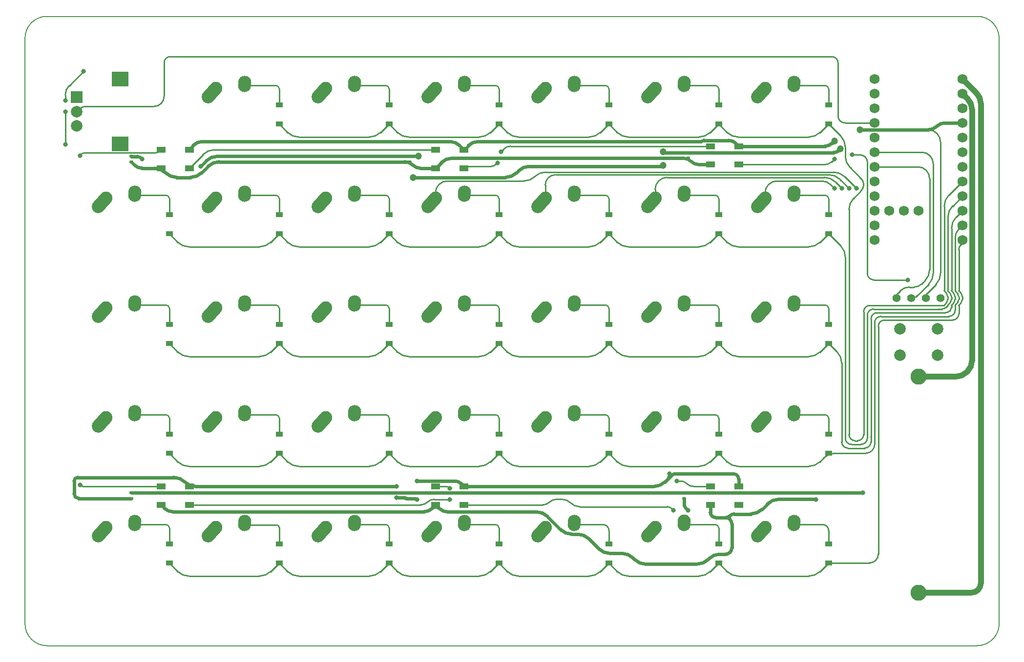
<source format=gbr>
%TF.GenerationSoftware,KiCad,Pcbnew,(6.0.1)*%
%TF.CreationDate,2022-04-03T20:03:39+01:00*%
%TF.ProjectId,Keyboard Left Hand Side,4b657962-6f61-4726-9420-4c6566742048,rev?*%
%TF.SameCoordinates,Original*%
%TF.FileFunction,Copper,L2,Bot*%
%TF.FilePolarity,Positive*%
%FSLAX46Y46*%
G04 Gerber Fmt 4.6, Leading zero omitted, Abs format (unit mm)*
G04 Created by KiCad (PCBNEW (6.0.1)) date 2022-04-03 20:03:39*
%MOMM*%
%LPD*%
G01*
G04 APERTURE LIST*
G04 Aperture macros list*
%AMRoundRect*
0 Rectangle with rounded corners*
0 $1 Rounding radius*
0 $2 $3 $4 $5 $6 $7 $8 $9 X,Y pos of 4 corners*
0 Add a 4 corners polygon primitive as box body*
4,1,4,$2,$3,$4,$5,$6,$7,$8,$9,$2,$3,0*
0 Add four circle primitives for the rounded corners*
1,1,$1+$1,$2,$3*
1,1,$1+$1,$4,$5*
1,1,$1+$1,$6,$7*
1,1,$1+$1,$8,$9*
0 Add four rect primitives between the rounded corners*
20,1,$1+$1,$2,$3,$4,$5,0*
20,1,$1+$1,$4,$5,$6,$7,0*
20,1,$1+$1,$6,$7,$8,$9,0*
20,1,$1+$1,$8,$9,$2,$3,0*%
%AMHorizOval*
0 Thick line with rounded ends*
0 $1 width*
0 $2 $3 position (X,Y) of the first rounded end (center of the circle)*
0 $4 $5 position (X,Y) of the second rounded end (center of the circle)*
0 Add line between two ends*
20,1,$1,$2,$3,$4,$5,0*
0 Add two circle primitives to create the rounded ends*
1,1,$1,$2,$3*
1,1,$1,$4,$5*%
G04 Aperture macros list end*
%TA.AperFunction,Profile*%
%ADD10C,0.200000*%
%TD*%
%TA.AperFunction,ComponentPad*%
%ADD11C,2.250000*%
%TD*%
%TA.AperFunction,ComponentPad*%
%ADD12HorizOval,2.250000X0.655001X0.730000X-0.655001X-0.730000X0*%
%TD*%
%TA.AperFunction,ComponentPad*%
%ADD13HorizOval,2.250000X0.020000X0.290000X-0.020000X-0.290000X0*%
%TD*%
%TA.AperFunction,ComponentPad*%
%ADD14C,1.397000*%
%TD*%
%TA.AperFunction,ComponentPad*%
%ADD15R,2.000000X2.000000*%
%TD*%
%TA.AperFunction,ComponentPad*%
%ADD16C,2.000000*%
%TD*%
%TA.AperFunction,ComponentPad*%
%ADD17R,3.000000X2.500000*%
%TD*%
%TA.AperFunction,ComponentPad*%
%ADD18C,1.752600*%
%TD*%
%TA.AperFunction,SMDPad,CuDef*%
%ADD19RoundRect,0.140000X-0.170000X0.140000X-0.170000X-0.140000X0.170000X-0.140000X0.170000X0.140000X0*%
%TD*%
%TA.AperFunction,SMDPad,CuDef*%
%ADD20R,1.200000X0.900000*%
%TD*%
%TA.AperFunction,ComponentPad*%
%ADD21C,2.800000*%
%TD*%
%TA.AperFunction,SMDPad,CuDef*%
%ADD22R,1.500000X1.000000*%
%TD*%
%TA.AperFunction,ViaPad*%
%ADD23C,1.200000*%
%TD*%
%TA.AperFunction,ViaPad*%
%ADD24C,0.800000*%
%TD*%
%TA.AperFunction,Conductor*%
%ADD25C,0.250000*%
%TD*%
%TA.AperFunction,Conductor*%
%ADD26C,0.600000*%
%TD*%
%TA.AperFunction,Conductor*%
%ADD27C,1.000000*%
%TD*%
G04 APERTURE END LIST*
D10*
X34925003Y-140335000D02*
G75*
G03*
X38735000Y-144145000I3809997J-3D01*
G01*
X200025000Y-144144997D02*
G75*
G03*
X203835000Y-140335000I3J3809997D01*
G01*
X203834997Y-38735000D02*
G75*
G03*
X200025000Y-34925000I-3809997J3D01*
G01*
X38735000Y-34925003D02*
G75*
G03*
X34925000Y-38735000I-3J-3809997D01*
G01*
X34925000Y-140335000D02*
X34925000Y-38735000D01*
X200025000Y-144145000D02*
X38735000Y-144145000D01*
X203835000Y-38735000D02*
X203835000Y-140335000D01*
X38735000Y-34925000D02*
X200025000Y-34925000D01*
D11*
X87035000Y-47435000D03*
D12*
X86380001Y-48165000D03*
D11*
X92075000Y-46355000D03*
D13*
X92055000Y-46645000D03*
D12*
X48280001Y-67215000D03*
D11*
X48935000Y-66485000D03*
D13*
X53955000Y-65695000D03*
D11*
X53975000Y-65405000D03*
D12*
X86380001Y-86265000D03*
D11*
X87035000Y-85535000D03*
X92075000Y-84455000D03*
D13*
X92055000Y-84745000D03*
D12*
X105430001Y-48165000D03*
D11*
X106085000Y-47435000D03*
D13*
X111105000Y-46645000D03*
D11*
X111125000Y-46355000D03*
X67985000Y-123635000D03*
D12*
X67330001Y-124365000D03*
D11*
X73025000Y-122555000D03*
D13*
X73005000Y-122845000D03*
D12*
X105430001Y-105315000D03*
D11*
X106085000Y-104585000D03*
D13*
X111105000Y-103795000D03*
D11*
X111125000Y-103505000D03*
D12*
X143530001Y-67215000D03*
D11*
X144185000Y-66485000D03*
D13*
X149205000Y-65695000D03*
D11*
X149225000Y-65405000D03*
X125135000Y-66485000D03*
D12*
X124480001Y-67215000D03*
D13*
X130155000Y-65695000D03*
D11*
X130175000Y-65405000D03*
X144185000Y-47435000D03*
D12*
X143530001Y-48165000D03*
D11*
X149225000Y-46355000D03*
D13*
X149205000Y-46645000D03*
D11*
X48935000Y-104585000D03*
D12*
X48280001Y-105315000D03*
D11*
X53975000Y-103505000D03*
D13*
X53955000Y-103795000D03*
D11*
X106085000Y-85535000D03*
D12*
X105430001Y-86265000D03*
D11*
X111125000Y-84455000D03*
D13*
X111105000Y-84745000D03*
D12*
X48280001Y-124365000D03*
D11*
X48935000Y-123635000D03*
D13*
X53955000Y-122845000D03*
D11*
X53975000Y-122555000D03*
D12*
X105430001Y-124365000D03*
D11*
X106085000Y-123635000D03*
X111125000Y-122555000D03*
D13*
X111105000Y-122845000D03*
D11*
X163235000Y-85535000D03*
D12*
X162580001Y-86265000D03*
D11*
X168275000Y-84455000D03*
D13*
X168255000Y-84745000D03*
D14*
X193665000Y-83820000D03*
X191125000Y-83820000D03*
X188585000Y-83820000D03*
X186045000Y-83820000D03*
D11*
X67985000Y-104585000D03*
D12*
X67330001Y-105315000D03*
D13*
X73005000Y-103795000D03*
D11*
X73025000Y-103505000D03*
D12*
X67330001Y-67215000D03*
D11*
X67985000Y-66485000D03*
D13*
X73005000Y-65695000D03*
D11*
X73025000Y-65405000D03*
D12*
X67330001Y-48165000D03*
D11*
X67985000Y-47435000D03*
X73025000Y-46355000D03*
D13*
X73005000Y-46645000D03*
D11*
X125135000Y-47435000D03*
D12*
X124480001Y-48165000D03*
D11*
X130175000Y-46355000D03*
D13*
X130155000Y-46645000D03*
D11*
X125135000Y-85535000D03*
D12*
X124480001Y-86265000D03*
D13*
X130155000Y-84745000D03*
D11*
X130175000Y-84455000D03*
D12*
X124480001Y-105315000D03*
D11*
X125135000Y-104585000D03*
D13*
X130155000Y-103795000D03*
D11*
X130175000Y-103505000D03*
D12*
X67330001Y-86265000D03*
D11*
X67985000Y-85535000D03*
X73025000Y-84455000D03*
D13*
X73005000Y-84745000D03*
D12*
X105430001Y-67215000D03*
D11*
X106085000Y-66485000D03*
X111125000Y-65405000D03*
D13*
X111105000Y-65695000D03*
D11*
X163235000Y-47435000D03*
D12*
X162580001Y-48165000D03*
D13*
X168255000Y-46645000D03*
D11*
X168275000Y-46355000D03*
X144185000Y-104585000D03*
D12*
X143530001Y-105315000D03*
D13*
X149205000Y-103795000D03*
D11*
X149225000Y-103505000D03*
D12*
X143534401Y-124357200D03*
D11*
X144189400Y-123627200D03*
X149229400Y-122547200D03*
D13*
X149209400Y-122837200D03*
D11*
X87035000Y-66485000D03*
D12*
X86380001Y-67215000D03*
D13*
X92055000Y-65695000D03*
D11*
X92075000Y-65405000D03*
D15*
X43919800Y-48935000D03*
D16*
X43919800Y-53935000D03*
X43919800Y-51435000D03*
D17*
X51419800Y-45835000D03*
X51419800Y-57035000D03*
D12*
X86380001Y-124365000D03*
D11*
X87035000Y-123635000D03*
D13*
X92055000Y-122845000D03*
D11*
X92075000Y-122555000D03*
D12*
X162580001Y-124365000D03*
D11*
X163235000Y-123635000D03*
D13*
X168255000Y-122845000D03*
D11*
X168275000Y-122555000D03*
D16*
X186615000Y-89190000D03*
X193115000Y-89190000D03*
X186615000Y-93690000D03*
X193115000Y-93690000D03*
D12*
X124480001Y-124365000D03*
D11*
X125135000Y-123635000D03*
X130175000Y-122555000D03*
D13*
X130155000Y-122845000D03*
D11*
X163235000Y-66485000D03*
D12*
X162580001Y-67215000D03*
D11*
X168275000Y-65405000D03*
D13*
X168255000Y-65695000D03*
D18*
X182245000Y-45801750D03*
X182245000Y-48341750D03*
X182245000Y-50881750D03*
X182245000Y-53421750D03*
X182245000Y-55961750D03*
X182245000Y-58501750D03*
X182245000Y-61041750D03*
X182245000Y-63581750D03*
X182245000Y-66121750D03*
X182245000Y-68661750D03*
X182245000Y-71201750D03*
X182245000Y-73741750D03*
X197485000Y-73741750D03*
X197485000Y-71201750D03*
X197485000Y-68661750D03*
X197485000Y-66121750D03*
X197485000Y-63581750D03*
X197485000Y-61041750D03*
X197485000Y-58501750D03*
X197485000Y-55961750D03*
X197485000Y-53421750D03*
X197485000Y-50881750D03*
X197485000Y-48341750D03*
X197485000Y-45801750D03*
X184785000Y-68661750D03*
X187325000Y-68661750D03*
X189865000Y-68661750D03*
D11*
X48935000Y-85535000D03*
D12*
X48280001Y-86265000D03*
D11*
X53975000Y-84455000D03*
D13*
X53955000Y-84745000D03*
D11*
X87035000Y-104585000D03*
D12*
X86380001Y-105315000D03*
D11*
X92075000Y-103505000D03*
D13*
X92055000Y-103795000D03*
D12*
X143530001Y-86265000D03*
D11*
X144185000Y-85535000D03*
D13*
X149205000Y-84745000D03*
D11*
X149225000Y-84455000D03*
D12*
X162580001Y-105315000D03*
D11*
X163235000Y-104585000D03*
X168275000Y-103505000D03*
D13*
X168255000Y-103795000D03*
D19*
X149860000Y-58575000D03*
X149860000Y-59535000D03*
X53340000Y-59210000D03*
X53340000Y-60170000D03*
X101600000Y-59210000D03*
X101600000Y-60170000D03*
D20*
X174260000Y-129800000D03*
X174260000Y-126500000D03*
X59960000Y-91685000D03*
X59960000Y-88385000D03*
D21*
X189865000Y-134955000D03*
X189865000Y-97455000D03*
D22*
X106135000Y-61290000D03*
X106135000Y-58090000D03*
X111035000Y-58090000D03*
X111035000Y-61290000D03*
D20*
X155210000Y-53585000D03*
X155210000Y-50285000D03*
X174250000Y-91670000D03*
X174250000Y-88370000D03*
X98060000Y-110735000D03*
X98060000Y-107435000D03*
X117110000Y-53585000D03*
X117110000Y-50285000D03*
X155210000Y-110735000D03*
X155210000Y-107435000D03*
X59960000Y-72640000D03*
X59960000Y-69340000D03*
X117110000Y-91685000D03*
X117110000Y-88385000D03*
X98080000Y-72640000D03*
X98080000Y-69340000D03*
D22*
X153760000Y-60655000D03*
X153760000Y-57455000D03*
X158660000Y-57455000D03*
X158660000Y-60655000D03*
D20*
X59960000Y-129785000D03*
X59960000Y-126485000D03*
X117110000Y-72635000D03*
X117110000Y-69335000D03*
D22*
X111035000Y-116510000D03*
X111035000Y-119710000D03*
X106135000Y-119710000D03*
X106135000Y-116510000D03*
D20*
X155220000Y-129790000D03*
X155220000Y-126490000D03*
X136160000Y-72635000D03*
X136160000Y-69335000D03*
X79010000Y-91685000D03*
X79010000Y-88385000D03*
X136160000Y-129790000D03*
X136160000Y-126490000D03*
X136160000Y-91685000D03*
X136160000Y-88385000D03*
X59960000Y-110735000D03*
X59960000Y-107435000D03*
X98050000Y-53590000D03*
X98050000Y-50290000D03*
X79010000Y-129785000D03*
X79010000Y-126485000D03*
X79010000Y-53585000D03*
X79010000Y-50285000D03*
D19*
X149225000Y-117630000D03*
X149225000Y-118590000D03*
D22*
X63410000Y-116510000D03*
X63410000Y-119710000D03*
X58510000Y-119710000D03*
X58510000Y-116510000D03*
D20*
X79010000Y-72635000D03*
X79010000Y-69335000D03*
X136160000Y-110735000D03*
X136160000Y-107435000D03*
X98060000Y-91670000D03*
X98060000Y-88370000D03*
X155210000Y-91690000D03*
X155210000Y-88390000D03*
X174250000Y-110740000D03*
X174250000Y-107440000D03*
X136160000Y-53585000D03*
X136160000Y-50285000D03*
D22*
X158660000Y-116510000D03*
X158660000Y-119710000D03*
X153760000Y-119710000D03*
X153760000Y-116510000D03*
D20*
X174270000Y-72640000D03*
X174270000Y-69340000D03*
D19*
X100965000Y-117630000D03*
X100965000Y-118590000D03*
D22*
X58510000Y-61290000D03*
X58510000Y-58090000D03*
X63410000Y-58090000D03*
X63410000Y-61290000D03*
D20*
X117110000Y-110735000D03*
X117110000Y-107435000D03*
X174260000Y-53585000D03*
X174260000Y-50285000D03*
X155210000Y-72635000D03*
X155210000Y-69335000D03*
D19*
X53340000Y-117630000D03*
X53340000Y-118590000D03*
D20*
X79010000Y-110735000D03*
X79010000Y-107435000D03*
X98060000Y-129785000D03*
X98060000Y-126485000D03*
X117110000Y-129785000D03*
X117110000Y-126485000D03*
D23*
X176276000Y-57912000D03*
X145570000Y-60805000D03*
X145570000Y-58420000D03*
D24*
X179070000Y-64770000D03*
X177800000Y-64770000D03*
X176530000Y-64770000D03*
X175260000Y-64770000D03*
X116840000Y-60325000D03*
X117475000Y-58420000D03*
X175260000Y-59690000D03*
X44450000Y-116205000D03*
X44450000Y-59055000D03*
X108585000Y-118745000D03*
X108585000Y-116840000D03*
X147320000Y-120650000D03*
X147955000Y-115570000D03*
X146685000Y-114300000D03*
X99365000Y-116510000D03*
X102870000Y-115570000D03*
X149860000Y-120650000D03*
X99365000Y-118440000D03*
X102870000Y-118745000D03*
X180185000Y-117630000D03*
X65405000Y-60960000D03*
D23*
X179705000Y-54610000D03*
X103124000Y-59182000D03*
D24*
X55245000Y-59690000D03*
D23*
X102235000Y-62865000D03*
D24*
X45085000Y-44450000D03*
X41910000Y-49530000D03*
X41910000Y-51435000D03*
X41910000Y-57150000D03*
X178345489Y-58965489D03*
X187960000Y-80645000D03*
X172085000Y-118745000D03*
D23*
X175260000Y-56515000D03*
D25*
X158228439Y-57455000D02*
G75*
G02*
X158228452Y-57455000I6J-1016286824D01*
G01*
X158288068Y-57455000D02*
G75*
G02*
X158288072Y-57455000I2J-1016286824D01*
G01*
X158235494Y-57455000D02*
G75*
G02*
X158235501Y-57455000I3J-1016286824D01*
G01*
X158238803Y-57455000D02*
G75*
G02*
X158238793Y-57455000I-5J1131196824D01*
G01*
X158288657Y-57455000D02*
G75*
G02*
X158288651Y-57455000I-3J1131196824D01*
G01*
X158238972Y-57455000D02*
G75*
G02*
X158238981Y-57455000I4J-1016286824D01*
G01*
X158222580Y-57455000D02*
G75*
G02*
X158222580Y-57455000I0J0D01*
G01*
X158222580Y-57455000D02*
G75*
G02*
X158222603Y-57455000I11J-1016286824D01*
G01*
X158222603Y-57455000D02*
G75*
G02*
X158222580Y-57455000I-12J1131196824D01*
G01*
X158280763Y-57455000D02*
G75*
G02*
X158280769Y-57455000I3J-1016286824D01*
G01*
X158282165Y-57455000D02*
G75*
G02*
X158282172Y-57455000I3J-1016286824D01*
G01*
X158223423Y-57455000D02*
G75*
G02*
X158223413Y-57455000I-5J1131196824D01*
G01*
X158272131Y-57455000D02*
G75*
G02*
X158272141Y-57455000I5J-1016286824D01*
G01*
X158222580Y-57455000D02*
G75*
G02*
X158222592Y-57455000I6J-1016286824D01*
G01*
X158238922Y-57455000D02*
G75*
G02*
X158238922Y-57455000I0J0D01*
G01*
X158237076Y-57455000D02*
G75*
G02*
X158237082Y-57455000I3J-1016286824D01*
G01*
X158223592Y-57455000D02*
G75*
G02*
X158223601Y-57455000I4J-1016286824D01*
G01*
X158238908Y-57455000D02*
G75*
G02*
X158238922Y-57455000I7J-1016286824D01*
G01*
X158226689Y-57455000D02*
G75*
G02*
X158226682Y-57455000I-4J1131196824D01*
G01*
X158223542Y-57455000D02*
G75*
G02*
X158223542Y-57455000I0J0D01*
G01*
X158239825Y-57455000D02*
G75*
G02*
X158239842Y-57455000I8J-1016286824D01*
G01*
X158226678Y-57455000D02*
G75*
G02*
X158226682Y-57455000I2J-1016286824D01*
G01*
X158253587Y-57455000D02*
G75*
G02*
X158253595Y-57455000I4J-1016286824D01*
G01*
X158226545Y-57455000D02*
G75*
G02*
X158226554Y-57455000I4J-1016286824D01*
G01*
X158475420Y-57455000D02*
G75*
G02*
X158475430Y-57455000I5J-1016286824D01*
G01*
X158288068Y-57455000D02*
G75*
G02*
X158288072Y-57455000I2J-1016286824D01*
G01*
X158235368Y-57455000D02*
G75*
G02*
X158235375Y-57455000I3J-1016286824D01*
G01*
X158273455Y-57455000D02*
G75*
G02*
X158273462Y-57455000I3J-1016286824D01*
G01*
X158226155Y-57455000D02*
G75*
G02*
X158226162Y-57455000I3J-1016286824D01*
G01*
X158475240Y-57455000D02*
G75*
G02*
X158475250Y-57455000I5J-1016286824D01*
G01*
X158238789Y-57455000D02*
G75*
G02*
X158238793Y-57455000I2J-1016286824D01*
G01*
X158223528Y-57455000D02*
G75*
G02*
X158223542Y-57455000I7J-1016286824D01*
G01*
X158223409Y-57455000D02*
G75*
G02*
X158223413Y-57455000I2J-1016286824D01*
G01*
X158247449Y-57455000D02*
G75*
G02*
X158247456Y-57455000I3J-1016286824D01*
G01*
X158281189Y-57455000D02*
G75*
G02*
X158281195Y-57455000I3J-1016286824D01*
G01*
X158259956Y-57455000D02*
X158259608Y-57455000D01*
X158272084Y-57455000D02*
X158272030Y-57455000D01*
X158290065Y-57455000D02*
X158290021Y-57455000D01*
X158281430Y-57455000D02*
X158281377Y-57455000D01*
X158380101Y-57455000D02*
X158379350Y-57455000D01*
X158272330Y-57455000D02*
X158272308Y-57455000D01*
X158244997Y-57455000D02*
X158244723Y-57455000D01*
X158273791Y-57455000D02*
X158273651Y-57455000D01*
D26*
X159274804Y-57455000D02*
X159263696Y-57455000D01*
X158742883Y-57455000D02*
X158742029Y-57455000D01*
D25*
X158487215Y-57455000D02*
X158486973Y-57455000D01*
X158230279Y-57455000D02*
X158230248Y-57455000D01*
X158486641Y-57455000D02*
X158486582Y-57455000D01*
D26*
X159068362Y-57455000D02*
X159066813Y-57455000D01*
D25*
X158239737Y-57455000D02*
X158239700Y-57455000D01*
X158288689Y-57455000D02*
X158288657Y-57455000D01*
X158278411Y-57455000D02*
X158277878Y-57455000D01*
X158310560Y-57455000D02*
X158310292Y-57455000D01*
X158377848Y-57455000D02*
X158377097Y-57455000D01*
X158222904Y-57455000D02*
X158222877Y-57455000D01*
X158629238Y-57455000D02*
X158625820Y-57455000D01*
X158279453Y-57455000D02*
X158279373Y-57455000D01*
X158288864Y-57455000D02*
X158288820Y-57455000D01*
D26*
X159089591Y-57455000D02*
X159089058Y-57455000D01*
X159524742Y-57455000D02*
X159504661Y-57455000D01*
D25*
X158227121Y-57455000D02*
X158227050Y-57455000D01*
X158469334Y-57455000D02*
X158469284Y-57455000D01*
X158478562Y-57455000D02*
X158478482Y-57455000D01*
D26*
X159082544Y-57455000D02*
X159076562Y-57455000D01*
D25*
X158363467Y-57455000D02*
X158363141Y-57455000D01*
X158287656Y-57455000D02*
X158287622Y-57455000D01*
X158299892Y-57455000D02*
X158299758Y-57455000D01*
X158274460Y-57455000D02*
X158274406Y-57455000D01*
X158230605Y-57455000D02*
X158230581Y-57455000D01*
X158468634Y-57455000D02*
X158468594Y-57455000D01*
D26*
X158737860Y-57455000D02*
X158736900Y-57455000D01*
D25*
X158316287Y-57455000D02*
X158316047Y-57455000D01*
X158483491Y-57455000D02*
X158483370Y-57455000D01*
X158243004Y-57455000D02*
X158242150Y-57455000D01*
X158280869Y-57455000D02*
X158280862Y-57455000D01*
D26*
X158767238Y-57455000D02*
X158766384Y-57455000D01*
D25*
X158500311Y-57455000D02*
X158500071Y-57455000D01*
X158500551Y-57455000D02*
X158500311Y-57455000D01*
X158362408Y-57455000D02*
X158361860Y-57455000D01*
X158225418Y-57455000D02*
X158225327Y-57455000D01*
X158253071Y-57455000D02*
X158253018Y-57455000D01*
X158282017Y-57455000D02*
X158281750Y-57455000D01*
X158247142Y-57455000D02*
X158247116Y-57455000D01*
D26*
X158875834Y-57455000D02*
X158859437Y-57455000D01*
D25*
X158253177Y-57455000D02*
X158253124Y-57455000D01*
X158298021Y-57455000D02*
X158297995Y-57455000D01*
X158306019Y-57455000D02*
X158305592Y-57455000D01*
X158288357Y-57455000D02*
X158288304Y-57455000D01*
X158362904Y-57455000D02*
X158362756Y-57455000D01*
X158359727Y-57455000D02*
X158358705Y-57455000D01*
D26*
X159088525Y-57455000D02*
X159087992Y-57455000D01*
D25*
X158540807Y-57455000D02*
X158540567Y-57455000D01*
X158224357Y-57455000D02*
X158224320Y-57455000D01*
X158254735Y-57455000D02*
X158254714Y-57455000D01*
X158291439Y-57455000D02*
X158291332Y-57455000D01*
X158372511Y-57455000D02*
X158371764Y-57455000D01*
X158303564Y-57455000D02*
X158303351Y-57455000D01*
X158279994Y-57455000D02*
X158279927Y-57455000D01*
X158224885Y-57455000D02*
X158224795Y-57455000D01*
D26*
X159883628Y-57455000D02*
X159788886Y-57455000D01*
D25*
X158223833Y-57455000D02*
X158223781Y-57455000D01*
X158226100Y-57455000D02*
X158226067Y-57455000D01*
X158289680Y-57455000D02*
X158289650Y-57455000D01*
X158300588Y-57455000D02*
X158300561Y-57455000D01*
X158354728Y-57455000D02*
X158351736Y-57455000D01*
X158254045Y-57455000D02*
X158253974Y-57455000D01*
D26*
X158726648Y-57455000D02*
X158723231Y-57455000D01*
D25*
X158369644Y-57455000D02*
X158367748Y-57455000D01*
X158298757Y-57455000D02*
X158298704Y-57455000D01*
X158236476Y-57455000D02*
X158236343Y-57455000D01*
X158298863Y-57455000D02*
X158298810Y-57455000D01*
X158299038Y-57455000D02*
X158298904Y-57455000D01*
X158238858Y-57455000D02*
X158238831Y-57455000D01*
X158475360Y-57455000D02*
X158475280Y-57455000D01*
X158316527Y-57455000D02*
X158316287Y-57455000D01*
X158271138Y-57455000D02*
X158271115Y-57455000D01*
X158288959Y-57455000D02*
X158288949Y-57455000D01*
X158287663Y-57455000D02*
X158287656Y-57455000D01*
X158259229Y-57455000D02*
X158259195Y-57455000D01*
X158291108Y-57455000D02*
X158291080Y-57455000D01*
X158238732Y-57455000D02*
X158238665Y-57455000D01*
X158297314Y-57455000D02*
X158297207Y-57455000D01*
X158290665Y-57455000D02*
X158290558Y-57455000D01*
X158228439Y-57455000D02*
X158228418Y-57455000D01*
X158439753Y-57455000D02*
X158439326Y-57455000D01*
X158500731Y-57455000D02*
X158500611Y-57455000D01*
X158497668Y-57455000D02*
X158496947Y-57455000D01*
X158534438Y-57455000D02*
X158533477Y-57455000D01*
D26*
X159028843Y-57455000D02*
X159027828Y-57455000D01*
D25*
X158239161Y-57455000D02*
X158239107Y-57455000D01*
X158224547Y-57455000D02*
X158224512Y-57455000D01*
X158362756Y-57455000D02*
X158362608Y-57455000D01*
X158257276Y-57455000D02*
X158257182Y-57455000D01*
X158253482Y-57455000D02*
X158253422Y-57455000D01*
X158245437Y-57455000D02*
X158245379Y-57455000D01*
X158234058Y-57455000D02*
X158233885Y-57455000D01*
X158284021Y-57455000D02*
X158283167Y-57455000D01*
X158371764Y-57455000D02*
X158371017Y-57455000D01*
X158297207Y-57455000D02*
X158297100Y-57455000D01*
X158222580Y-57455000D02*
X158222592Y-57455000D01*
X158222580Y-57455000D02*
X158222580Y-57455000D01*
X158471796Y-57455000D02*
X158471154Y-57455000D01*
X158229935Y-57455000D02*
X158229795Y-57455000D01*
X158250517Y-57455000D02*
X158250444Y-57455000D01*
X158474356Y-57455000D02*
X158474146Y-57455000D01*
X158298330Y-57455000D02*
X158298276Y-57455000D01*
X158305165Y-57455000D02*
X158304738Y-57455000D01*
X158267786Y-57455000D02*
X158267758Y-57455000D01*
X158226394Y-57455000D02*
X158226342Y-57455000D01*
X158261639Y-57455000D02*
X158261109Y-57455000D01*
X158227050Y-57455000D02*
X158226980Y-57455000D01*
X158290213Y-57455000D02*
X158290159Y-57455000D01*
X158309864Y-57455000D02*
X158309437Y-57455000D01*
X158290456Y-57455000D02*
X158290396Y-57455000D01*
D26*
X160457845Y-57455000D02*
X160170736Y-57455000D01*
D25*
X158477612Y-57455000D02*
X158477512Y-57455000D01*
X158477922Y-57455000D02*
X158477682Y-57455000D01*
X158587685Y-57455000D02*
X158580207Y-57455000D01*
X158280529Y-57455000D02*
X158280496Y-57455000D01*
X158234812Y-57455000D02*
X158234735Y-57455000D01*
X158237182Y-57455000D02*
X158237175Y-57455000D01*
D26*
X159401267Y-57455000D02*
X159389732Y-57455000D01*
D25*
X158252434Y-57455000D02*
X158252334Y-57455000D01*
X158615566Y-57455000D02*
X158612148Y-57455000D01*
X158348744Y-57455000D02*
X158345752Y-57455000D01*
X158246142Y-57455000D02*
X158246136Y-57455000D01*
X158229023Y-57455000D02*
X158228890Y-57455000D01*
X158293136Y-57455000D02*
X158293110Y-57455000D01*
X158502954Y-57455000D02*
X158502233Y-57455000D01*
X158274970Y-57455000D02*
X158274816Y-57455000D01*
X158235102Y-57455000D02*
X158235046Y-57455000D01*
X158236995Y-57455000D02*
X158236949Y-57455000D01*
X158470074Y-57455000D02*
X158469874Y-57455000D01*
X158246318Y-57455000D02*
X158246286Y-57455000D01*
X158225956Y-57455000D02*
X158225923Y-57455000D01*
X158232388Y-57455000D02*
X158232038Y-57455000D01*
X158222683Y-57455000D02*
X158222674Y-57455000D01*
X158259250Y-57455000D02*
X158259229Y-57455000D01*
X158291134Y-57455000D02*
X158291108Y-57455000D01*
X158234658Y-57455000D02*
X158234566Y-57455000D01*
X158229157Y-57455000D02*
X158229023Y-57455000D01*
X158272914Y-57455000D02*
X158272700Y-57455000D01*
X158313337Y-57455000D02*
X158313230Y-57455000D01*
X158281270Y-57455000D02*
X158281216Y-57455000D01*
X158591637Y-57455000D02*
X158591211Y-57455000D01*
X158228551Y-57455000D02*
X158228504Y-57455000D01*
X158326793Y-57455000D02*
X158325619Y-57455000D01*
X158270022Y-57455000D02*
X158269869Y-57455000D01*
X158469394Y-57455000D02*
X158469354Y-57455000D01*
X158282880Y-57455000D02*
X158282600Y-57455000D01*
X158275738Y-57455000D02*
X158275651Y-57455000D01*
X158228662Y-57455000D02*
X158228617Y-57455000D01*
X158490337Y-57455000D02*
X158489136Y-57455000D01*
X158240355Y-57455000D02*
X158240248Y-57455000D01*
X158247649Y-57455000D02*
X158247569Y-57455000D01*
X158287864Y-57455000D02*
X158287808Y-57455000D01*
X158505839Y-57455000D02*
X158505358Y-57455000D01*
X158230450Y-57455000D02*
X158230397Y-57455000D01*
X158293014Y-57455000D02*
X158292900Y-57455000D01*
X158225556Y-57455000D02*
X158225494Y-57455000D01*
X158273510Y-57455000D02*
X158273473Y-57455000D01*
X158230530Y-57455000D02*
X158230522Y-57455000D01*
X158300040Y-57455000D02*
X158299986Y-57455000D01*
X158288213Y-57455000D02*
X158288191Y-57455000D01*
X158274514Y-57455000D02*
X158274460Y-57455000D01*
X158225327Y-57455000D02*
X158225239Y-57455000D01*
X158240161Y-57455000D02*
X158240094Y-57455000D01*
X158239265Y-57455000D02*
X158239213Y-57455000D01*
X158239345Y-57455000D02*
X158239338Y-57455000D01*
X158253974Y-57455000D02*
X158253904Y-57455000D01*
X158252669Y-57455000D02*
X158252616Y-57455000D01*
X158288573Y-57455000D02*
X158288547Y-57455000D01*
X158235494Y-57455000D02*
X158235473Y-57455000D01*
X158290105Y-57455000D02*
X158290065Y-57455000D01*
X158468801Y-57455000D02*
X158468754Y-57455000D01*
D26*
X158889106Y-57455000D02*
X158878959Y-57455000D01*
D25*
X158282165Y-57455000D02*
X158282144Y-57455000D01*
X158606592Y-57455000D02*
X158601036Y-57455000D01*
X158542130Y-57455000D02*
X158541168Y-57455000D01*
X158272413Y-57455000D02*
X158272349Y-57455000D01*
X158239053Y-57455000D02*
X158238999Y-57455000D01*
X158479754Y-57455000D02*
X158479694Y-57455000D01*
X158234290Y-57455000D02*
X158234232Y-57455000D01*
X158226342Y-57455000D02*
X158226290Y-57455000D01*
X158277345Y-57455000D02*
X158276811Y-57455000D01*
X158271184Y-57455000D02*
X158271161Y-57455000D01*
X158247381Y-57455000D02*
X158247274Y-57455000D01*
X158258221Y-57455000D02*
X158258008Y-57455000D01*
D26*
X158753884Y-57455000D02*
X158748971Y-57455000D01*
X159310159Y-57455000D02*
X159300119Y-57455000D01*
D25*
X158290270Y-57455000D02*
X158290213Y-57455000D01*
X158280176Y-57455000D02*
X158280068Y-57455000D01*
X158223478Y-57455000D02*
X158223451Y-57455000D01*
X158473076Y-57455000D02*
X158472436Y-57455000D01*
D26*
X159174400Y-57455000D02*
X159165855Y-57455000D01*
D25*
X158275651Y-57455000D02*
X158275564Y-57455000D01*
X158300615Y-57455000D02*
X158300588Y-57455000D01*
X158238908Y-57455000D02*
X158238901Y-57455000D01*
X158237878Y-57455000D02*
X158237661Y-57455000D01*
X158226134Y-57455000D02*
X158226100Y-57455000D01*
X158468914Y-57455000D02*
X158468864Y-57455000D01*
X158238908Y-57455000D02*
X158238934Y-57455000D01*
X158238934Y-57455000D02*
X158238922Y-57455000D01*
X158246391Y-57455000D02*
X158246344Y-57455000D01*
X158547898Y-57455000D02*
X158546937Y-57455000D01*
X158258008Y-57455000D02*
X158257795Y-57455000D01*
X158246502Y-57455000D02*
X158246457Y-57455000D01*
X158247241Y-57455000D02*
X158247194Y-57455000D01*
D26*
X158822030Y-57455000D02*
X158816796Y-57455000D01*
D25*
X158241865Y-57455000D02*
X158241580Y-57455000D01*
X158365093Y-57455000D02*
X158364967Y-57455000D01*
X158379350Y-57455000D02*
X158378599Y-57455000D01*
D26*
X159117976Y-57455000D02*
X159109913Y-57455000D01*
D25*
X158273128Y-57455000D02*
X158273057Y-57455000D01*
X158291867Y-57455000D02*
X158291760Y-57455000D01*
X158254674Y-57455000D02*
X158254615Y-57455000D01*
X158255045Y-57455000D02*
X158254992Y-57455000D01*
X158223781Y-57455000D02*
X158223727Y-57455000D01*
X158293084Y-57455000D02*
X158293058Y-57455000D01*
X158237661Y-57455000D02*
X158237448Y-57455000D01*
X158236842Y-57455000D02*
X158236809Y-57455000D01*
X158226667Y-57455000D02*
X158226682Y-57455000D01*
X158226689Y-57455000D02*
X158226667Y-57455000D01*
X158351736Y-57455000D02*
X158348744Y-57455000D01*
D26*
X158851722Y-57455000D02*
X158847237Y-57455000D01*
X158730065Y-57455000D02*
X158726648Y-57455000D01*
D25*
X158257795Y-57455000D02*
X158257582Y-57455000D01*
X158246264Y-57455000D02*
X158246256Y-57455000D01*
X158290396Y-57455000D02*
X158290330Y-57455000D01*
X158269635Y-57455000D02*
X158269575Y-57455000D01*
X158477310Y-57455000D02*
X158477170Y-57455000D01*
D26*
X159069618Y-57455000D02*
X159068656Y-57455000D01*
D25*
X158227408Y-57455000D02*
X158227194Y-57455000D01*
X158289355Y-57455000D02*
X158289308Y-57455000D01*
X158309010Y-57455000D02*
X158308583Y-57455000D01*
X158234945Y-57455000D02*
X158234934Y-57455000D01*
X158252563Y-57455000D02*
X158252510Y-57455000D01*
X158228716Y-57455000D02*
X158228689Y-57455000D01*
X158528192Y-57455000D02*
X158527711Y-57455000D01*
X158235217Y-57455000D02*
X158235196Y-57455000D01*
X158287125Y-57455000D02*
X158287092Y-57455000D01*
X158469634Y-57455000D02*
X158469594Y-57455000D01*
X158224429Y-57455000D02*
X158224421Y-57455000D01*
X158279826Y-57455000D02*
X158279780Y-57455000D01*
X158250590Y-57455000D02*
X158250517Y-57455000D01*
X158225239Y-57455000D02*
X158225151Y-57455000D01*
X158225607Y-57455000D02*
X158225574Y-57455000D01*
X158267417Y-57455000D02*
X158267069Y-57455000D01*
X158257505Y-57455000D02*
X158257446Y-57455000D01*
X158246102Y-57455000D02*
X158246022Y-57455000D01*
X158263500Y-57455000D02*
X158263474Y-57455000D01*
X158286995Y-57455000D02*
X158286929Y-57455000D01*
X158488416Y-57455000D02*
X158488176Y-57455000D01*
X158289132Y-57455000D02*
X158289100Y-57455000D01*
X158297635Y-57455000D02*
X158297475Y-57455000D01*
X158272489Y-57455000D02*
X158272413Y-57455000D01*
X158228743Y-57455000D02*
X158228716Y-57455000D01*
X158223965Y-57455000D02*
X158223958Y-57455000D01*
X158478082Y-57455000D02*
X158478002Y-57455000D01*
X158229795Y-57455000D02*
X158229655Y-57455000D01*
X158280890Y-57455000D02*
X158280869Y-57455000D01*
X158292510Y-57455000D02*
X158292296Y-57455000D01*
X158231187Y-57455000D02*
X158231088Y-57455000D01*
X158226910Y-57455000D02*
X158226834Y-57455000D01*
X158310198Y-57455000D02*
X158310118Y-57455000D01*
D26*
X159378197Y-57455000D02*
X159366768Y-57455000D01*
D25*
X158222612Y-57455000D02*
X158222603Y-57455000D01*
X158254893Y-57455000D02*
X158254883Y-57455000D01*
X158291229Y-57455000D02*
X158291186Y-57455000D01*
X158329359Y-57455000D02*
X158328610Y-57455000D01*
X158286582Y-57455000D02*
X158286299Y-57455000D01*
X158255192Y-57455000D02*
X158255139Y-57455000D01*
X158298384Y-57455000D02*
X158298330Y-57455000D01*
X158287682Y-57455000D02*
X158287663Y-57455000D01*
X158292830Y-57455000D02*
X158292576Y-57455000D01*
D26*
X159568535Y-57455000D02*
X159532646Y-57455000D01*
D25*
X158225923Y-57455000D02*
X158225890Y-57455000D01*
X158274689Y-57455000D02*
X158274590Y-57455000D01*
X158293776Y-57455000D02*
X158293642Y-57455000D01*
X158270738Y-57455000D02*
X158270477Y-57455000D01*
X158245650Y-57455000D02*
X158245596Y-57455000D01*
D26*
X158904354Y-57455000D02*
X158904300Y-57455000D01*
D25*
X158228304Y-57455000D02*
X158228297Y-57455000D01*
X158365852Y-57455000D02*
X158365304Y-57455000D01*
D26*
X159051673Y-57455000D02*
X159050178Y-57455000D01*
D25*
X158280470Y-57455000D02*
X158280444Y-57455000D01*
X158609904Y-57455000D02*
X158608835Y-57455000D01*
X158373258Y-57455000D02*
X158372511Y-57455000D01*
D26*
X159664692Y-57455000D02*
X159620205Y-57455000D01*
X159765921Y-57455000D02*
X159717108Y-57455000D01*
D25*
X158269575Y-57455000D02*
X158269515Y-57455000D01*
X158468851Y-57455000D02*
X158468826Y-57455000D01*
X158255777Y-57455000D02*
X158255635Y-57455000D01*
X158251134Y-57455000D02*
X158250747Y-57455000D01*
X158226678Y-57455000D02*
X158226689Y-57455000D01*
X158226689Y-57455000D02*
X158226682Y-57455000D01*
D26*
X158825635Y-57455000D02*
X158823659Y-57455000D01*
D25*
X158239774Y-57455000D02*
X158239737Y-57455000D01*
X158271386Y-57455000D02*
X158271244Y-57455000D01*
X158501933Y-57455000D02*
X158501813Y-57455000D01*
D26*
X159065558Y-57455000D02*
X159061499Y-57455000D01*
D25*
X158265914Y-57455000D02*
X158265385Y-57455000D01*
X158260308Y-57455000D02*
X158259956Y-57455000D01*
X158304311Y-57455000D02*
X158303884Y-57455000D01*
X158269438Y-57455000D02*
X158269225Y-57455000D01*
X158223885Y-57455000D02*
X158223833Y-57455000D01*
X158238831Y-57455000D02*
X158238803Y-57455000D01*
X158243856Y-57455000D02*
X158243004Y-57455000D01*
X158236783Y-57455000D02*
X158236757Y-57455000D01*
X158270477Y-57455000D02*
X158270216Y-57455000D01*
D26*
X159109140Y-57455000D02*
X159102624Y-57455000D01*
D25*
X158639492Y-57455000D02*
X158636074Y-57455000D01*
X158271775Y-57455000D02*
X158271722Y-57455000D01*
X158271881Y-57455000D02*
X158271828Y-57455000D01*
X158491029Y-57455000D02*
X158490968Y-57455000D01*
X158225675Y-57455000D02*
X158225667Y-57455000D01*
X158256143Y-57455000D02*
X158255978Y-57455000D01*
X158223673Y-57455000D02*
X158223619Y-57455000D01*
X158339349Y-57455000D02*
X158338067Y-57455000D01*
X158281324Y-57455000D02*
X158281270Y-57455000D01*
X158300842Y-57455000D02*
X158300682Y-57455000D01*
X158230841Y-57455000D02*
X158230758Y-57455000D01*
D26*
X159383991Y-57455000D02*
X159383938Y-57455000D01*
D25*
X158238972Y-57455000D02*
X158238945Y-57455000D01*
X158285728Y-57455000D02*
X158285444Y-57455000D01*
X158279746Y-57455000D02*
X158279639Y-57455000D01*
X158255860Y-57455000D02*
X158255836Y-57455000D01*
D26*
X158816796Y-57455000D02*
X158811562Y-57455000D01*
X159074826Y-57455000D02*
X159072316Y-57455000D01*
D25*
X158300094Y-57455000D02*
X158300040Y-57455000D01*
X158279359Y-57455000D02*
X158279252Y-57455000D01*
X158288270Y-57455000D02*
X158288244Y-57455000D01*
X158274568Y-57455000D02*
X158274514Y-57455000D01*
D26*
X159021793Y-57455000D02*
X159010738Y-57455000D01*
D25*
X158253517Y-57455000D02*
X158253482Y-57455000D01*
X158440180Y-57455000D02*
X158439753Y-57455000D01*
X158366400Y-57455000D02*
X158365852Y-57455000D01*
X158235287Y-57455000D02*
X158235252Y-57455000D01*
X158504156Y-57455000D02*
X158503435Y-57455000D01*
X158224629Y-57455000D02*
X158224570Y-57455000D01*
X158236343Y-57455000D02*
X158236209Y-57455000D01*
X158230397Y-57455000D02*
X158230344Y-57455000D01*
X158236209Y-57455000D02*
X158236075Y-57455000D01*
X158468674Y-57455000D02*
X158468634Y-57455000D01*
X158226290Y-57455000D02*
X158226236Y-57455000D01*
X158239107Y-57455000D02*
X158239053Y-57455000D01*
D26*
X158788598Y-57455000D02*
X158787744Y-57455000D01*
D25*
X158288068Y-57455000D02*
X158288043Y-57455000D01*
X158295713Y-57455000D02*
X158295179Y-57455000D01*
X158288820Y-57455000D02*
X158288770Y-57455000D01*
X158234970Y-57455000D02*
X158234945Y-57455000D01*
X158228190Y-57455000D02*
X158228123Y-57455000D01*
D26*
X158931727Y-57455000D02*
X158930873Y-57455000D01*
D25*
X158234934Y-57455000D02*
X158234912Y-57455000D01*
X158267758Y-57455000D02*
X158267731Y-57455000D01*
D26*
X159070580Y-57455000D02*
X159069618Y-57455000D01*
D25*
X158280682Y-57455000D02*
X158280636Y-57455000D01*
X158273899Y-57455000D02*
X158273846Y-57455000D01*
X158269225Y-57455000D02*
X158269012Y-57455000D01*
X158239371Y-57455000D02*
X158239345Y-57455000D01*
X158288068Y-57455000D02*
X158288092Y-57455000D01*
X158288092Y-57455000D02*
X158288072Y-57455000D01*
X158288905Y-57455000D02*
X158288864Y-57455000D01*
X158223451Y-57455000D02*
X158223423Y-57455000D01*
X158260665Y-57455000D02*
X158260308Y-57455000D01*
X158246670Y-57455000D02*
X158246603Y-57455000D01*
X158486582Y-57455000D02*
X158486523Y-57455000D01*
X158261022Y-57455000D02*
X158260665Y-57455000D01*
X158505358Y-57455000D02*
X158504877Y-57455000D01*
D26*
X158904408Y-57455000D02*
X158904354Y-57455000D01*
D25*
X158224462Y-57455000D02*
X158224429Y-57455000D01*
X158269012Y-57455000D02*
X158268799Y-57455000D01*
X158269840Y-57455000D02*
X158269746Y-57455000D01*
X158266357Y-57455000D02*
X158266000Y-57455000D01*
X158274005Y-57455000D02*
X158273952Y-57455000D01*
X158469514Y-57455000D02*
X158469474Y-57455000D01*
X158297902Y-57455000D02*
X158297742Y-57455000D01*
X158266716Y-57455000D02*
X158266357Y-57455000D01*
X158610973Y-57455000D02*
X158609904Y-57455000D01*
X158273607Y-57455000D02*
X158273547Y-57455000D01*
D26*
X159133705Y-57455000D02*
X159129219Y-57455000D01*
D25*
X158360712Y-57455000D02*
X158359764Y-57455000D01*
X158286299Y-57455000D02*
X158286011Y-57455000D01*
X158385521Y-57455000D02*
X158383436Y-57455000D01*
X158291186Y-57455000D02*
X158291160Y-57455000D01*
X158524827Y-57455000D02*
X158522424Y-57455000D01*
X158486973Y-57455000D02*
X158486732Y-57455000D01*
X158291295Y-57455000D02*
X158291262Y-57455000D01*
X158238306Y-57455000D02*
X158238092Y-57455000D01*
D26*
X158733482Y-57455000D02*
X158730065Y-57455000D01*
D25*
X158482648Y-57455000D02*
X158482047Y-57455000D01*
X158223528Y-57455000D02*
X158223521Y-57455000D01*
D26*
X158919763Y-57455000D02*
X158909508Y-57455000D01*
D25*
X158474875Y-57455000D02*
X158474836Y-57455000D01*
X158287199Y-57455000D02*
X158287192Y-57455000D01*
X158257152Y-57455000D02*
X158256998Y-57455000D01*
X158474836Y-57455000D02*
X158474797Y-57455000D01*
X158288631Y-57455000D02*
X158288599Y-57455000D01*
X158228478Y-57455000D02*
X158228452Y-57455000D01*
X158223727Y-57455000D02*
X158223673Y-57455000D01*
X158291000Y-57455000D02*
X158290973Y-57455000D01*
X158279573Y-57455000D02*
X158279566Y-57455000D01*
X158290920Y-57455000D02*
X158290786Y-57455000D01*
X158517381Y-57455000D02*
X158514734Y-57455000D01*
X158394624Y-57455000D02*
X158393682Y-57455000D01*
X158277878Y-57455000D02*
X158277345Y-57455000D01*
X158238789Y-57455000D02*
X158238752Y-57455000D01*
X158302124Y-57455000D02*
X158301750Y-57455000D01*
D26*
X158927241Y-57455000D02*
X158922540Y-57455000D01*
D25*
X158238665Y-57455000D02*
X158238590Y-57455000D01*
X158226500Y-57455000D02*
X158226447Y-57455000D01*
X158296994Y-57455000D02*
X158296888Y-57455000D01*
X158223141Y-57455000D02*
X158223080Y-57455000D01*
X158336785Y-57455000D02*
X158335503Y-57455000D01*
X158297100Y-57455000D02*
X158296994Y-57455000D01*
X158473716Y-57455000D02*
X158473076Y-57455000D01*
X158280284Y-57455000D02*
X158280176Y-57455000D01*
X158288463Y-57455000D02*
X158288410Y-57455000D01*
X158259518Y-57455000D02*
X158259343Y-57455000D01*
X158234735Y-57455000D02*
X158234658Y-57455000D01*
X158245832Y-57455000D02*
X158245825Y-57455000D01*
X158280569Y-57455000D02*
X158280529Y-57455000D01*
X158253561Y-57455000D02*
X158253517Y-57455000D01*
X158468826Y-57455000D02*
X158468801Y-57455000D01*
X158272131Y-57455000D02*
X158272101Y-57455000D01*
X158311214Y-57455000D02*
X158310867Y-57455000D01*
X158501813Y-57455000D02*
X158501693Y-57455000D01*
X158281590Y-57455000D02*
X158281537Y-57455000D01*
X158257370Y-57455000D02*
X158257276Y-57455000D01*
X158264581Y-57455000D02*
X158263886Y-57455000D01*
X158500010Y-57455000D02*
X158499649Y-57455000D01*
X158235705Y-57455000D02*
X158235564Y-57455000D01*
D26*
X158787744Y-57455000D02*
X158786890Y-57455000D01*
D25*
X158254328Y-57455000D02*
X158254116Y-57455000D01*
X158247168Y-57455000D02*
X158247142Y-57455000D01*
X158226834Y-57455000D02*
X158226768Y-57455000D01*
D26*
X159044411Y-57455000D02*
X159034371Y-57455000D01*
D25*
X158228047Y-57455000D02*
X158227834Y-57455000D01*
X158267069Y-57455000D02*
X158266716Y-57455000D01*
X158486373Y-57455000D02*
X158486013Y-57455000D01*
X158479814Y-57455000D02*
X158479754Y-57455000D01*
X158469284Y-57455000D02*
X158469234Y-57455000D01*
X158235368Y-57455000D02*
X158235347Y-57455000D01*
X158281377Y-57455000D02*
X158281324Y-57455000D01*
X158233450Y-57455000D02*
X158233102Y-57455000D01*
X158263552Y-57455000D02*
X158263526Y-57455000D01*
X158236882Y-57455000D02*
X158236842Y-57455000D01*
X158320719Y-57455000D02*
X158319090Y-57455000D01*
X158246236Y-57455000D02*
X158246181Y-57455000D01*
X158290330Y-57455000D02*
X158290270Y-57455000D01*
X158227834Y-57455000D02*
X158227621Y-57455000D01*
X158253124Y-57455000D02*
X158253071Y-57455000D01*
X158224394Y-57455000D02*
X158224357Y-57455000D01*
X158234912Y-57455000D02*
X158234890Y-57455000D01*
X158367137Y-57455000D02*
X158366463Y-57455000D01*
X158287076Y-57455000D02*
X158287010Y-57455000D01*
X158305592Y-57455000D02*
X158305165Y-57455000D01*
X158222858Y-57455000D02*
X158222826Y-57455000D01*
X158236609Y-57455000D02*
X158236476Y-57455000D01*
X158223991Y-57455000D02*
X158223965Y-57455000D01*
X158256544Y-57455000D02*
X158256285Y-57455000D01*
X158469434Y-57455000D02*
X158469394Y-57455000D01*
X158300468Y-57455000D02*
X158300254Y-57455000D01*
X158469674Y-57455000D02*
X158469634Y-57455000D01*
X158227621Y-57455000D02*
X158227408Y-57455000D01*
X158240722Y-57455000D02*
X158240442Y-57455000D01*
X158298691Y-57455000D02*
X158298611Y-57455000D01*
X158223285Y-57455000D02*
X158223218Y-57455000D01*
X158286863Y-57455000D02*
X158286797Y-57455000D01*
X158334221Y-57455000D02*
X158332939Y-57455000D01*
X158474557Y-57455000D02*
X158474356Y-57455000D01*
X158234406Y-57455000D02*
X158234309Y-57455000D01*
X158239398Y-57455000D02*
X158239371Y-57455000D01*
X158290145Y-57455000D02*
X158290105Y-57455000D01*
X158245271Y-57455000D02*
X158244997Y-57455000D01*
X158238520Y-57455000D02*
X158238449Y-57455000D01*
D26*
X159050178Y-57455000D02*
X159048683Y-57455000D01*
D25*
X158558111Y-57455000D02*
X158557871Y-57455000D01*
D26*
X159420706Y-57455000D02*
X159416433Y-57455000D01*
X158827611Y-57455000D02*
X158825635Y-57455000D01*
D25*
X158228323Y-57455000D02*
X158228304Y-57455000D01*
X158625820Y-57455000D02*
X158622402Y-57455000D01*
X158273202Y-57455000D02*
X158273128Y-57455000D01*
X158298810Y-57455000D02*
X158298757Y-57455000D01*
X158292162Y-57455000D02*
X158292108Y-57455000D01*
X158475590Y-57455000D02*
X158475490Y-57455000D01*
X158291262Y-57455000D02*
X158291229Y-57455000D01*
X158294550Y-57455000D02*
X158293989Y-57455000D01*
X158364967Y-57455000D02*
X158364841Y-57455000D01*
X158289029Y-57455000D02*
X158289003Y-57455000D01*
X158239432Y-57455000D02*
X158239398Y-57455000D01*
X158289308Y-57455000D02*
X158289258Y-57455000D01*
X158232038Y-57455000D02*
X158231688Y-57455000D01*
X158571088Y-57455000D02*
X158566041Y-57455000D01*
X158432917Y-57455000D02*
X158432490Y-57455000D01*
X158483370Y-57455000D02*
X158483249Y-57455000D01*
X158253018Y-57455000D02*
X158252965Y-57455000D01*
X158287320Y-57455000D02*
X158287284Y-57455000D01*
X158255298Y-57455000D02*
X158255245Y-57455000D01*
X158222710Y-57455000D02*
X158222683Y-57455000D01*
X158256803Y-57455000D02*
X158256544Y-57455000D01*
D26*
X159978370Y-57455000D02*
X159883628Y-57455000D01*
D25*
X158338067Y-57455000D02*
X158336785Y-57455000D01*
X158293642Y-57455000D02*
X158293508Y-57455000D01*
X158225656Y-57455000D02*
X158225638Y-57455000D01*
X158224795Y-57455000D02*
X158224704Y-57455000D01*
X158263139Y-57455000D02*
X158262443Y-57455000D01*
X158226155Y-57455000D02*
X158226134Y-57455000D01*
X158234232Y-57455000D02*
X158234174Y-57455000D01*
X158273547Y-57455000D02*
X158273510Y-57455000D01*
X158304738Y-57455000D02*
X158304311Y-57455000D01*
D26*
X158735805Y-57455000D02*
X158734576Y-57455000D01*
D25*
X158297995Y-57455000D02*
X158297969Y-57455000D01*
X158237375Y-57455000D02*
X158237309Y-57455000D01*
X158288122Y-57455000D02*
X158288092Y-57455000D01*
D26*
X158847237Y-57455000D02*
X158842752Y-57455000D01*
D25*
X158226980Y-57455000D02*
X158226910Y-57455000D01*
X158235158Y-57455000D02*
X158235102Y-57455000D01*
X158251458Y-57455000D02*
X158251371Y-57455000D01*
D26*
X159165855Y-57455000D02*
X159157310Y-57455000D01*
D25*
X158291027Y-57455000D02*
X158291000Y-57455000D01*
X158533117Y-57455000D02*
X158532877Y-57455000D01*
D26*
X159245752Y-57455000D02*
X159243188Y-57455000D01*
D25*
X158636074Y-57455000D02*
X158632656Y-57455000D01*
X158293162Y-57455000D02*
X158293136Y-57455000D01*
X158286929Y-57455000D02*
X158286863Y-57455000D01*
X158279853Y-57455000D02*
X158279826Y-57455000D01*
X158253587Y-57455000D02*
X158253561Y-57455000D01*
X158287918Y-57455000D02*
X158287864Y-57455000D01*
X158469021Y-57455000D02*
X158468964Y-57455000D01*
X158237155Y-57455000D02*
X158237102Y-57455000D01*
X158255884Y-57455000D02*
X158255860Y-57455000D01*
X158246344Y-57455000D02*
X158246318Y-57455000D01*
X158363052Y-57455000D02*
X158362904Y-57455000D01*
X158238789Y-57455000D02*
X158238803Y-57455000D01*
X158238803Y-57455000D02*
X158238793Y-57455000D01*
X158526750Y-57455000D02*
X158525308Y-57455000D01*
X158272250Y-57455000D02*
X158272206Y-57455000D01*
X158240228Y-57455000D02*
X158240161Y-57455000D01*
X158224018Y-57455000D02*
X158223991Y-57455000D01*
X158470726Y-57455000D02*
X158470514Y-57455000D01*
X158230005Y-57455000D02*
X158229998Y-57455000D01*
X158235846Y-57455000D02*
X158235705Y-57455000D01*
X158226667Y-57455000D02*
X158226632Y-57455000D01*
X158288191Y-57455000D02*
X158288168Y-57455000D01*
X158296247Y-57455000D02*
X158295713Y-57455000D01*
X158469554Y-57455000D02*
X158469514Y-57455000D01*
X158272276Y-57455000D02*
X158272250Y-57455000D01*
X158228830Y-57455000D02*
X158228763Y-57455000D01*
X158247569Y-57455000D02*
X158247489Y-57455000D01*
X158223528Y-57455000D02*
X158223554Y-57455000D01*
X158223554Y-57455000D02*
X158223542Y-57455000D01*
X158280842Y-57455000D02*
X158280789Y-57455000D01*
D26*
X159157310Y-57455000D02*
X159148765Y-57455000D01*
X158786890Y-57455000D02*
X158786036Y-57455000D01*
D25*
X158287218Y-57455000D02*
X158287199Y-57455000D01*
X158251371Y-57455000D02*
X158251284Y-57455000D01*
X158226236Y-57455000D02*
X158226182Y-57455000D01*
X158335503Y-57455000D02*
X158334221Y-57455000D01*
D26*
X158930019Y-57455000D02*
X158929165Y-57455000D01*
D25*
X158513350Y-57455000D02*
X158513228Y-57455000D01*
X158253764Y-57455000D02*
X158253690Y-57455000D01*
X158468714Y-57455000D02*
X158468674Y-57455000D01*
X158271161Y-57455000D02*
X158271138Y-57455000D01*
X158245806Y-57455000D02*
X158245754Y-57455000D01*
X158288599Y-57455000D02*
X158288573Y-57455000D01*
X158236075Y-57455000D02*
X158235941Y-57455000D01*
X158286011Y-57455000D02*
X158285728Y-57455000D01*
X158535280Y-57455000D02*
X158535039Y-57455000D01*
X158279185Y-57455000D02*
X158278944Y-57455000D01*
X158506801Y-57455000D02*
X158506320Y-57455000D01*
X158532037Y-57455000D02*
X158531557Y-57455000D01*
X158239318Y-57455000D02*
X158239265Y-57455000D01*
X158252207Y-57455000D02*
X158252053Y-57455000D01*
X158301322Y-57455000D02*
X158301055Y-57455000D01*
X158291760Y-57455000D02*
X158291653Y-57455000D01*
X158223409Y-57455000D02*
X158223372Y-57455000D01*
X158430782Y-57455000D02*
X158428646Y-57455000D01*
X158298235Y-57455000D02*
X158298208Y-57455000D01*
X158273273Y-57455000D02*
X158273202Y-57455000D01*
X158331657Y-57455000D02*
X158330375Y-57455000D01*
D26*
X159412802Y-57455000D02*
X159401267Y-57455000D01*
D25*
X158230668Y-57455000D02*
X158230618Y-57455000D01*
X158488656Y-57455000D02*
X158488416Y-57455000D01*
X158475199Y-57455000D02*
X158475158Y-57455000D01*
X158253378Y-57455000D02*
X158253238Y-57455000D01*
X158543092Y-57455000D02*
X158542130Y-57455000D01*
D26*
X158899253Y-57455000D02*
X158889106Y-57455000D01*
X158953943Y-57455000D02*
X158942835Y-57455000D01*
D25*
X158278751Y-57455000D02*
X158278605Y-57455000D01*
X158271685Y-57455000D02*
X158271558Y-57455000D01*
X158239608Y-57455000D02*
X158239575Y-57455000D01*
X158298262Y-57455000D02*
X158298235Y-57455000D01*
X158253834Y-57455000D02*
X158253764Y-57455000D01*
X158483822Y-57455000D02*
X158483642Y-57455000D01*
X158223409Y-57455000D02*
X158223423Y-57455000D01*
X158223423Y-57455000D02*
X158223413Y-57455000D01*
X158230758Y-57455000D02*
X158230681Y-57455000D01*
X158558351Y-57455000D02*
X158558111Y-57455000D01*
X158291653Y-57455000D02*
X158291546Y-57455000D01*
X158495505Y-57455000D02*
X158494303Y-57455000D01*
X158325619Y-57455000D02*
X158324445Y-57455000D01*
X158224688Y-57455000D02*
X158224629Y-57455000D01*
X158222639Y-57455000D02*
X158222612Y-57455000D01*
X158249680Y-57455000D02*
X158249145Y-57455000D01*
X158224052Y-57455000D02*
X158224018Y-57455000D01*
X158226721Y-57455000D02*
X158226689Y-57455000D01*
X158288770Y-57455000D02*
X158288728Y-57455000D01*
D26*
X159060217Y-57455000D02*
X159058722Y-57455000D01*
D25*
X158288989Y-57455000D02*
X158288959Y-57455000D01*
X158246286Y-57455000D02*
X158246264Y-57455000D01*
X158279880Y-57455000D02*
X158279853Y-57455000D01*
X158291160Y-57455000D02*
X158291134Y-57455000D01*
X158522424Y-57455000D02*
X158520021Y-57455000D01*
D26*
X158769800Y-57455000D02*
X158768946Y-57455000D01*
D25*
X158269746Y-57455000D02*
X158269652Y-57455000D01*
X158230131Y-57455000D02*
X158230124Y-57455000D01*
X158279592Y-57455000D02*
X158279573Y-57455000D01*
X158287808Y-57455000D02*
X158287755Y-57455000D01*
X158475420Y-57455000D02*
X158475390Y-57455000D01*
X158555588Y-57455000D02*
X158550782Y-57455000D01*
X158501512Y-57455000D02*
X158501031Y-57455000D01*
X158263526Y-57455000D02*
X158263500Y-57455000D01*
X158252510Y-57455000D02*
X158252457Y-57455000D01*
D26*
X160075273Y-57455000D02*
X159979090Y-57455000D01*
D25*
X158289158Y-57455000D02*
X158289132Y-57455000D01*
X158245853Y-57455000D02*
X158245832Y-57455000D01*
X158230557Y-57455000D02*
X158230530Y-57455000D01*
X158228398Y-57455000D02*
X158228344Y-57455000D01*
X158241580Y-57455000D02*
X158241296Y-57455000D01*
X158292216Y-57455000D02*
X158292162Y-57455000D01*
X158474146Y-57455000D02*
X158473926Y-57455000D01*
X158287595Y-57455000D02*
X158287549Y-57455000D01*
X158288728Y-57455000D02*
X158288689Y-57455000D01*
X158406789Y-57455000D02*
X158406225Y-57455000D01*
X158539726Y-57455000D02*
X158538284Y-57455000D01*
X158480805Y-57455000D02*
X158480124Y-57455000D01*
X158255908Y-57455000D02*
X158255884Y-57455000D01*
X158239868Y-57455000D02*
X158239842Y-57455000D01*
X158545014Y-57455000D02*
X158544053Y-57455000D01*
X158297381Y-57455000D02*
X158297354Y-57455000D01*
X158476758Y-57455000D02*
X158476438Y-57455000D01*
D26*
X159243188Y-57455000D02*
X159240624Y-57455000D01*
D25*
X158508723Y-57455000D02*
X158508243Y-57455000D01*
X158290772Y-57455000D02*
X158290665Y-57455000D01*
D26*
X158746942Y-57455000D02*
X158746088Y-57455000D01*
D25*
X158224973Y-57455000D02*
X158224885Y-57455000D01*
D26*
X159148765Y-57455000D02*
X159140220Y-57455000D01*
D25*
X158280709Y-57455000D02*
X158280682Y-57455000D01*
X158231374Y-57455000D02*
X158231319Y-57455000D01*
X158438685Y-57455000D02*
X158436976Y-57455000D01*
X158287478Y-57455000D02*
X158287445Y-57455000D01*
D26*
X158840402Y-57455000D02*
X158831216Y-57455000D01*
D25*
X158476438Y-57455000D02*
X158476120Y-57455000D01*
X158239929Y-57455000D02*
X158239893Y-57455000D01*
D26*
X159089058Y-57455000D02*
X159088525Y-57455000D01*
D25*
X158622402Y-57455000D02*
X158618984Y-57455000D01*
X158477400Y-57455000D02*
X158477359Y-57455000D01*
X158247095Y-57455000D02*
X158247028Y-57455000D01*
X158229559Y-57455000D02*
X158229425Y-57455000D01*
X158280496Y-57455000D02*
X158280470Y-57455000D01*
X158299986Y-57455000D02*
X158299932Y-57455000D01*
D26*
X158738742Y-57455000D02*
X158738474Y-57455000D01*
D25*
X158498629Y-57455000D02*
X158498389Y-57455000D01*
D26*
X159086897Y-57455000D02*
X159084173Y-57455000D01*
D25*
X158255245Y-57455000D02*
X158255192Y-57455000D01*
X158487455Y-57455000D02*
X158487215Y-57455000D01*
X158487695Y-57455000D02*
X158487455Y-57455000D01*
D26*
X158758797Y-57455000D02*
X158753884Y-57455000D01*
X158786036Y-57455000D02*
X158785182Y-57455000D01*
X159102624Y-57455000D02*
X159096108Y-57455000D01*
D25*
X158469814Y-57455000D02*
X158469734Y-57455000D01*
X158475158Y-57455000D02*
X158475108Y-57455000D01*
X158302939Y-57455000D02*
X158302271Y-57455000D01*
X158226748Y-57455000D02*
X158226721Y-57455000D01*
X158293110Y-57455000D02*
X158293084Y-57455000D01*
X158299610Y-57455000D02*
X158299397Y-57455000D01*
X158279907Y-57455000D02*
X158279880Y-57455000D01*
D26*
X159237633Y-57455000D02*
X159229088Y-57455000D01*
D25*
X158232738Y-57455000D02*
X158232388Y-57455000D01*
X158287972Y-57455000D02*
X158287918Y-57455000D01*
X158470304Y-57455000D02*
X158470094Y-57455000D01*
X158289100Y-57455000D02*
X158289061Y-57455000D01*
X158225798Y-57455000D02*
X158225762Y-57455000D01*
D26*
X159138191Y-57455000D02*
X159133705Y-57455000D01*
D25*
X158332939Y-57455000D02*
X158331657Y-57455000D01*
X158469184Y-57455000D02*
X158469126Y-57455000D01*
X158246160Y-57455000D02*
X158246142Y-57455000D01*
X158484572Y-57455000D02*
X158484452Y-57455000D01*
X158303777Y-57455000D02*
X158303564Y-57455000D01*
D26*
X159094612Y-57455000D02*
X159091087Y-57455000D01*
D25*
X158492982Y-57455000D02*
X158491660Y-57455000D01*
X158254468Y-57455000D02*
X158254400Y-57455000D01*
X158299397Y-57455000D02*
X158299184Y-57455000D01*
X158310118Y-57455000D02*
X158310038Y-57455000D01*
X158475690Y-57455000D02*
X158475590Y-57455000D01*
X158273057Y-57455000D02*
X158272985Y-57455000D01*
X158230503Y-57455000D02*
X158230450Y-57455000D01*
D26*
X159029858Y-57455000D02*
X159028843Y-57455000D01*
D25*
X158223938Y-57455000D02*
X158223885Y-57455000D01*
D26*
X159263696Y-57455000D02*
X159252588Y-57455000D01*
D25*
X158361660Y-57455000D02*
X158360712Y-57455000D01*
X158632656Y-57455000D02*
X158629238Y-57455000D01*
X158252616Y-57455000D02*
X158252563Y-57455000D01*
X158289650Y-57455000D02*
X158289621Y-57455000D01*
X158532517Y-57455000D02*
X158532037Y-57455000D01*
X158469474Y-57455000D02*
X158469434Y-57455000D01*
X158238092Y-57455000D02*
X158237878Y-57455000D01*
X158513472Y-57455000D02*
X158513350Y-57455000D01*
X158301750Y-57455000D02*
X158301376Y-57455000D01*
D26*
X158746088Y-57455000D02*
X158745234Y-57455000D01*
D25*
X158271828Y-57455000D02*
X158271775Y-57455000D01*
X158222990Y-57455000D02*
X158222924Y-57455000D01*
X158548859Y-57455000D02*
X158547898Y-57455000D01*
X158235046Y-57455000D02*
X158234990Y-57455000D01*
X158424158Y-57455000D02*
X158417323Y-57455000D01*
X158504577Y-57455000D02*
X158504457Y-57455000D01*
X158529514Y-57455000D02*
X158528793Y-57455000D01*
X158228257Y-57455000D02*
X158228190Y-57455000D01*
X158287178Y-57455000D02*
X158287157Y-57455000D01*
X158287284Y-57455000D02*
X158287248Y-57455000D01*
X158238590Y-57455000D02*
X158238520Y-57455000D01*
D26*
X159694143Y-57455000D02*
X159691260Y-57455000D01*
D25*
X158313444Y-57455000D02*
X158313337Y-57455000D01*
X158245495Y-57455000D02*
X158245437Y-57455000D01*
D26*
X159383938Y-57455000D02*
X159383885Y-57455000D01*
D25*
X158245754Y-57455000D02*
X158245702Y-57455000D01*
X158224228Y-57455000D02*
X158224195Y-57455000D01*
X158280743Y-57455000D02*
X158280709Y-57455000D01*
D26*
X159229088Y-57455000D02*
X159220543Y-57455000D01*
D25*
X158403654Y-57455000D02*
X158397948Y-57455000D01*
X158239575Y-57455000D02*
X158239542Y-57455000D01*
X158276507Y-57455000D02*
X158276434Y-57455000D01*
X158271044Y-57455000D02*
X158270879Y-57455000D01*
X158378599Y-57455000D02*
X158377848Y-57455000D01*
D26*
X158976799Y-57455000D02*
X158965264Y-57455000D01*
X158719814Y-57455000D02*
X158716397Y-57455000D01*
D25*
X158249145Y-57455000D02*
X158248610Y-57455000D01*
X158484302Y-57455000D02*
X158484122Y-57455000D01*
X158267666Y-57455000D02*
X158267509Y-57455000D01*
X158475108Y-57455000D02*
X158475048Y-57455000D01*
D26*
X158940271Y-57455000D02*
X158934290Y-57455000D01*
D25*
X158482047Y-57455000D02*
X158481446Y-57455000D01*
X158478162Y-57455000D02*
X158478082Y-57455000D01*
X158228689Y-57455000D02*
X158228662Y-57455000D01*
X158490968Y-57455000D02*
X158490907Y-57455000D01*
X158223592Y-57455000D02*
X158223565Y-57455000D01*
X158254714Y-57455000D02*
X158254693Y-57455000D01*
D26*
X158740853Y-57455000D02*
X158739356Y-57455000D01*
D25*
X158254992Y-57455000D02*
X158254939Y-57455000D01*
X158296674Y-57455000D02*
X158296567Y-57455000D01*
D26*
X159355313Y-57455000D02*
X159343831Y-57455000D01*
D25*
X158387606Y-57455000D02*
X158385521Y-57455000D01*
X158237022Y-57455000D02*
X158236995Y-57455000D01*
D26*
X158742029Y-57455000D02*
X158741175Y-57455000D01*
D25*
X158310828Y-57455000D02*
X158310560Y-57455000D01*
D26*
X158768946Y-57455000D02*
X158768092Y-57455000D01*
D25*
X158592489Y-57455000D02*
X158592063Y-57455000D01*
X158233798Y-57455000D02*
X158233450Y-57455000D01*
D26*
X159424979Y-57455000D02*
X159420706Y-57455000D01*
D25*
X158225697Y-57455000D02*
X158225675Y-57455000D01*
X158301002Y-57455000D02*
X158300842Y-57455000D01*
X158254536Y-57455000D02*
X158254468Y-57455000D01*
X158247449Y-57455000D02*
X158247428Y-57455000D01*
X158364504Y-57455000D02*
X158363704Y-57455000D01*
X158330108Y-57455000D02*
X158329359Y-57455000D01*
X158309437Y-57455000D02*
X158309010Y-57455000D01*
X158241296Y-57455000D02*
X158241002Y-57455000D01*
X158236809Y-57455000D02*
X158236783Y-57455000D01*
X158237056Y-57455000D02*
X158237022Y-57455000D01*
X158224488Y-57455000D02*
X158224462Y-57455000D01*
D26*
X158930873Y-57455000D02*
X158930019Y-57455000D01*
D25*
X158474797Y-57455000D02*
X158474758Y-57455000D01*
X158289061Y-57455000D02*
X158289043Y-57455000D01*
X158276277Y-57455000D02*
X158275889Y-57455000D01*
X158470514Y-57455000D02*
X158470304Y-57455000D01*
X158512087Y-57455000D02*
X158509684Y-57455000D01*
D26*
X158806541Y-57455000D02*
X158797142Y-57455000D01*
D25*
X158223056Y-57455000D02*
X158222990Y-57455000D01*
X158226067Y-57455000D02*
X158226027Y-57455000D01*
X158287445Y-57455000D02*
X158287412Y-57455000D01*
X158255462Y-57455000D02*
X158255335Y-57455000D01*
X158470941Y-57455000D02*
X158470726Y-57455000D01*
X158469714Y-57455000D02*
X158469674Y-57455000D01*
X158592063Y-57455000D02*
X158591637Y-57455000D01*
X158468964Y-57455000D02*
X158468914Y-57455000D01*
X158281189Y-57455000D02*
X158281169Y-57455000D01*
D26*
X158736900Y-57455000D02*
X158735940Y-57455000D01*
D25*
X158532877Y-57455000D02*
X158532637Y-57455000D01*
X158531436Y-57455000D02*
X158530715Y-57455000D01*
X158234876Y-57455000D02*
X158234826Y-57455000D01*
X158246529Y-57455000D02*
X158246502Y-57455000D01*
X158272030Y-57455000D02*
X158271976Y-57455000D01*
X158241002Y-57455000D02*
X158240722Y-57455000D01*
X158297408Y-57455000D02*
X158297381Y-57455000D01*
X158233102Y-57455000D02*
X158232754Y-57455000D01*
X158240027Y-57455000D02*
X158239947Y-57455000D01*
D26*
X159058722Y-57455000D02*
X159057227Y-57455000D01*
D25*
X158527711Y-57455000D02*
X158527230Y-57455000D01*
X158275124Y-57455000D02*
X158274970Y-57455000D01*
D26*
X159484580Y-57455000D02*
X159464499Y-57455000D01*
D25*
X158281003Y-57455000D02*
X158280923Y-57455000D01*
X158544053Y-57455000D02*
X158543092Y-57455000D01*
D26*
X159691260Y-57455000D02*
X159688377Y-57455000D01*
D25*
X158286776Y-57455000D02*
X158286669Y-57455000D01*
X158230327Y-57455000D02*
X158230300Y-57455000D01*
X158247769Y-57455000D02*
X158247662Y-57455000D01*
X158287755Y-57455000D02*
X158287702Y-57455000D01*
X158228504Y-57455000D02*
X158228478Y-57455000D01*
X158282600Y-57455000D02*
X158282320Y-57455000D01*
X158272627Y-57455000D02*
X158272558Y-57455000D01*
X158240094Y-57455000D02*
X158240027Y-57455000D01*
X158234174Y-57455000D02*
X158234116Y-57455000D01*
D26*
X159366768Y-57455000D02*
X159355339Y-57455000D01*
D25*
X158245702Y-57455000D02*
X158245650Y-57455000D01*
X158288651Y-57455000D02*
X158288631Y-57455000D01*
X158496707Y-57455000D02*
X158495505Y-57455000D01*
X158248076Y-57455000D02*
X158247836Y-57455000D01*
X158279533Y-57455000D02*
X158279453Y-57455000D01*
X158485772Y-57455000D02*
X158485412Y-57455000D01*
D26*
X159452964Y-57455000D02*
X159432883Y-57455000D01*
D25*
X158483612Y-57455000D02*
X158483491Y-57455000D01*
X158484722Y-57455000D02*
X158484662Y-57455000D01*
X158230150Y-57455000D02*
X158230131Y-57455000D01*
X158280763Y-57455000D02*
X158280743Y-57455000D01*
D26*
X158768092Y-57455000D02*
X158767238Y-57455000D01*
D25*
X158226632Y-57455000D02*
X158226611Y-57455000D01*
X158298477Y-57455000D02*
X158298397Y-57455000D01*
X158239472Y-57455000D02*
X158239432Y-57455000D01*
X158417323Y-57455000D02*
X158410488Y-57455000D01*
D26*
X159220543Y-57455000D02*
X159211998Y-57455000D01*
D25*
X158239825Y-57455000D02*
X158239801Y-57455000D01*
X158273408Y-57455000D02*
X158273341Y-57455000D01*
X158285444Y-57455000D02*
X158285159Y-57455000D01*
X158485262Y-57455000D02*
X158485202Y-57455000D01*
X158469234Y-57455000D02*
X158469184Y-57455000D01*
X158274406Y-57455000D02*
X158274352Y-57455000D01*
X158475240Y-57455000D02*
X158475210Y-57455000D01*
X158246850Y-57455000D02*
X158246744Y-57455000D01*
X158226447Y-57455000D02*
X158226394Y-57455000D01*
X158246956Y-57455000D02*
X158246850Y-57455000D01*
X158296567Y-57455000D02*
X158296460Y-57455000D01*
X158289931Y-57455000D02*
X158289798Y-57455000D01*
X158508243Y-57455000D02*
X158507763Y-57455000D01*
X158441036Y-57455000D02*
X158440608Y-57455000D01*
X158272558Y-57455000D02*
X158272489Y-57455000D01*
X158230248Y-57455000D02*
X158230213Y-57455000D01*
D26*
X159071542Y-57455000D02*
X159070580Y-57455000D01*
D25*
X158435267Y-57455000D02*
X158433558Y-57455000D01*
X158237309Y-57455000D02*
X158237243Y-57455000D01*
X158273952Y-57455000D02*
X158273899Y-57455000D01*
X158231264Y-57455000D02*
X158231209Y-57455000D01*
X158245967Y-57455000D02*
X158245886Y-57455000D01*
X158250214Y-57455000D02*
X158249680Y-57455000D01*
X158484452Y-57455000D02*
X158484332Y-57455000D01*
X158274058Y-57455000D02*
X158274005Y-57455000D01*
X158288026Y-57455000D02*
X158287972Y-57455000D01*
X158407353Y-57455000D02*
X158406789Y-57455000D01*
X158244422Y-57455000D02*
X158244141Y-57455000D01*
X158288410Y-57455000D02*
X158288357Y-57455000D01*
D26*
X158965051Y-57455000D02*
X158953943Y-57455000D01*
D25*
X158289402Y-57455000D02*
X158289355Y-57455000D01*
X158224195Y-57455000D02*
X158224162Y-57455000D01*
X158288505Y-57455000D02*
X158288475Y-57455000D01*
X158230024Y-57455000D02*
X158230005Y-57455000D01*
X158371017Y-57455000D02*
X158370270Y-57455000D01*
X158237076Y-57455000D02*
X158237056Y-57455000D01*
X158247194Y-57455000D02*
X158247168Y-57455000D01*
D26*
X159211998Y-57455000D02*
X159203453Y-57455000D01*
D25*
X158248416Y-57455000D02*
X158248269Y-57455000D01*
X158290021Y-57455000D02*
X158289974Y-57455000D01*
X158225762Y-57455000D02*
X158225726Y-57455000D01*
X158498149Y-57455000D02*
X158497909Y-57455000D01*
X158506320Y-57455000D02*
X158505839Y-57455000D01*
X158479443Y-57455000D02*
X158478882Y-57455000D01*
X158498389Y-57455000D02*
X158498149Y-57455000D01*
X158295111Y-57455000D02*
X158294550Y-57455000D01*
X158229291Y-57455000D02*
X158229157Y-57455000D01*
X158223352Y-57455000D02*
X158223285Y-57455000D01*
X158357720Y-57455000D02*
X158354728Y-57455000D01*
X158474718Y-57455000D02*
X158474598Y-57455000D01*
X158477482Y-57455000D02*
X158477441Y-57455000D01*
X158478642Y-57455000D02*
X158478562Y-57455000D01*
X158254818Y-57455000D02*
X158254780Y-57455000D01*
X158230581Y-57455000D02*
X158230557Y-57455000D01*
X158432490Y-57455000D02*
X158432063Y-57455000D01*
X158276580Y-57455000D02*
X158276507Y-57455000D01*
X158236736Y-57455000D02*
X158236669Y-57455000D01*
X158300187Y-57455000D02*
X158300107Y-57455000D01*
D26*
X158738474Y-57455000D02*
X158738206Y-57455000D01*
X159010738Y-57455000D02*
X158999683Y-57455000D01*
D25*
X158395566Y-57455000D02*
X158394624Y-57455000D01*
X158284875Y-57455000D02*
X158284021Y-57455000D01*
D26*
X158723231Y-57455000D02*
X158719814Y-57455000D01*
D25*
X158254615Y-57455000D02*
X158254556Y-57455000D01*
X158273455Y-57455000D02*
X158273434Y-57455000D01*
X158281136Y-57455000D02*
X158281056Y-57455000D01*
X158273341Y-57455000D02*
X158273273Y-57455000D01*
X158292081Y-57455000D02*
X158291974Y-57455000D01*
X158244703Y-57455000D02*
X158244422Y-57455000D01*
X158287622Y-57455000D02*
X158287595Y-57455000D01*
X158315473Y-57455000D02*
X158314085Y-57455000D01*
X158288535Y-57455000D02*
X158288505Y-57455000D01*
X158381727Y-57455000D02*
X158380393Y-57455000D01*
X158499049Y-57455000D02*
X158498689Y-57455000D01*
X158308583Y-57455000D02*
X158308156Y-57455000D01*
X158468754Y-57455000D02*
X158468714Y-57455000D01*
X158477079Y-57455000D02*
X158476758Y-57455000D01*
D26*
X159320199Y-57455000D02*
X159310159Y-57455000D01*
D25*
X158252053Y-57455000D02*
X158251899Y-57455000D01*
X158477441Y-57455000D02*
X158477400Y-57455000D01*
X158540567Y-57455000D02*
X158540327Y-57455000D01*
X158253904Y-57455000D02*
X158253834Y-57455000D01*
X158280423Y-57455000D02*
X158280356Y-57455000D01*
X158291974Y-57455000D02*
X158291867Y-57455000D01*
X158485202Y-57455000D02*
X158485142Y-57455000D01*
X158537323Y-57455000D02*
X158535881Y-57455000D01*
X158230929Y-57455000D02*
X158230841Y-57455000D01*
X158231319Y-57455000D02*
X158231264Y-57455000D01*
X158257446Y-57455000D02*
X158257387Y-57455000D01*
X158226545Y-57455000D02*
X158226518Y-57455000D01*
X158500851Y-57455000D02*
X158500731Y-57455000D01*
X158239213Y-57455000D02*
X158239161Y-57455000D01*
X158474947Y-57455000D02*
X158474886Y-57455000D01*
X158253690Y-57455000D02*
X158253621Y-57455000D01*
X158484662Y-57455000D02*
X158484602Y-57455000D01*
X158235196Y-57455000D02*
X158235175Y-57455000D01*
X158618984Y-57455000D02*
X158615566Y-57455000D01*
D26*
X159504661Y-57455000D02*
X159484580Y-57455000D01*
D25*
X158254923Y-57455000D02*
X158254893Y-57455000D01*
X158528673Y-57455000D02*
X158528192Y-57455000D01*
X158298168Y-57455000D02*
X158298061Y-57455000D01*
X158436976Y-57455000D02*
X158435267Y-57455000D01*
X158535039Y-57455000D02*
X158534798Y-57455000D01*
X158289258Y-57455000D02*
X158289205Y-57455000D01*
X158237203Y-57455000D02*
X158237182Y-57455000D01*
X158566041Y-57455000D02*
X158560994Y-57455000D01*
X158246556Y-57455000D02*
X158246529Y-57455000D01*
X158229425Y-57455000D02*
X158229291Y-57455000D01*
X158476120Y-57455000D02*
X158475802Y-57455000D01*
X158278897Y-57455000D02*
X158278751Y-57455000D01*
D26*
X158794579Y-57455000D02*
X158790307Y-57455000D01*
X159688377Y-57455000D02*
X159685494Y-57455000D01*
D25*
X158222580Y-57455000D02*
X158222556Y-57455000D01*
X158293348Y-57455000D02*
X158293215Y-57455000D01*
X158222826Y-57455000D02*
X158222803Y-57455000D01*
X158248269Y-57455000D02*
X158248122Y-57455000D01*
X158485052Y-57455000D02*
X158484812Y-57455000D01*
X158472436Y-57455000D02*
X158471796Y-57455000D01*
X158281643Y-57455000D02*
X158281590Y-57455000D01*
X158504697Y-57455000D02*
X158504577Y-57455000D01*
X158312056Y-57455000D02*
X158311950Y-57455000D01*
X158231596Y-57455000D02*
X158231430Y-57455000D01*
X158224092Y-57455000D02*
X158224052Y-57455000D01*
X158225494Y-57455000D02*
X158225432Y-57455000D01*
X158291546Y-57455000D02*
X158291439Y-57455000D01*
X158223202Y-57455000D02*
X158223141Y-57455000D01*
X158238449Y-57455000D02*
X158238377Y-57455000D01*
X158312162Y-57455000D02*
X158312056Y-57455000D01*
X158428646Y-57455000D02*
X158426510Y-57455000D01*
X158319090Y-57455000D02*
X158317461Y-57455000D01*
X158289449Y-57455000D02*
X158289402Y-57455000D01*
X158483129Y-57455000D02*
X158482768Y-57455000D01*
X158288146Y-57455000D02*
X158288122Y-57455000D01*
X158246583Y-57455000D02*
X158246556Y-57455000D01*
X149865059Y-58575000D02*
X149864897Y-58575000D01*
X149855233Y-58575000D02*
X149854800Y-58575000D01*
X149866604Y-58575000D02*
X149866496Y-58575000D01*
X149864762Y-58575000D02*
X149864654Y-58575000D01*
X149866060Y-58575000D02*
X149865627Y-58575000D01*
X149843839Y-58575000D02*
X149841511Y-58575000D01*
X149856966Y-58575000D02*
X149856533Y-58575000D01*
X149861163Y-58575000D02*
X149860568Y-58575000D01*
X149854584Y-58575000D02*
X149853718Y-58575000D01*
X149863463Y-58575000D02*
X149862922Y-58575000D01*
X149866902Y-58575000D02*
X149866847Y-58575000D01*
X149858915Y-58575000D02*
X149858808Y-58575000D01*
X149866712Y-58575000D02*
X149866604Y-58575000D01*
X149864870Y-58575000D02*
X149864762Y-58575000D01*
X149850146Y-58575000D02*
X149848955Y-58575000D01*
X149864437Y-58575000D02*
X149864112Y-58575000D01*
X149865627Y-58575000D02*
X149865194Y-58575000D01*
X149855666Y-58575000D02*
X149855233Y-58575000D01*
X149859349Y-58575000D02*
X149859024Y-58575000D01*
X149860000Y-58575000D02*
X149859458Y-58575000D01*
X149866360Y-58575000D02*
X149866197Y-58575000D01*
X149846140Y-58575000D02*
X149843866Y-58575000D01*
X149857400Y-58575000D02*
X149856966Y-58575000D01*
X149866820Y-58575000D02*
X149866712Y-58575000D01*
X149858808Y-58575000D02*
X149858701Y-58575000D01*
X149857834Y-58575000D02*
X149857400Y-58575000D01*
X149862895Y-58575000D02*
X149862300Y-58575000D01*
X149856099Y-58575000D02*
X149855666Y-58575000D01*
X149858268Y-58575000D02*
X149857834Y-58575000D01*
X149864004Y-58575000D02*
X149863463Y-58575000D01*
X149850796Y-58575000D02*
X149850688Y-58575000D01*
X149850904Y-58575000D02*
X149850796Y-58575000D01*
X149858566Y-58575000D02*
X149858403Y-58575000D01*
X149852500Y-58575000D02*
X149851472Y-58575000D01*
X149864654Y-58575000D02*
X149864546Y-58575000D01*
X149866496Y-58575000D02*
X149866388Y-58575000D01*
X149860542Y-58575000D02*
X149860000Y-58575000D01*
X149848414Y-58575000D02*
X149846140Y-58575000D01*
X149839210Y-58575000D02*
X149832280Y-58575000D01*
X149851012Y-58575000D02*
X149850904Y-58575000D01*
X149858701Y-58575000D02*
X149858594Y-58575000D01*
X196850000Y-82015417D02*
X196850000Y-82015968D01*
X196850000Y-81986403D02*
X196850000Y-81987724D01*
X196850000Y-81988275D02*
X196850000Y-81988495D01*
X196850000Y-81800079D02*
X196850000Y-81828271D01*
X196850000Y-82339993D02*
X196850000Y-82340653D01*
X196850000Y-82480836D02*
X196850000Y-82481276D01*
X196850000Y-82114966D02*
X196850000Y-82117058D01*
X196850000Y-81996535D02*
X196850000Y-81998297D01*
X196850000Y-82521303D02*
X196850000Y-82521413D01*
X196850000Y-82438770D02*
X196850000Y-82439926D01*
X196850000Y-82538606D02*
X196850000Y-82538634D01*
X196850000Y-82545022D02*
X196850000Y-82545049D01*
X196850000Y-82281010D02*
X196850000Y-82281148D01*
X196850000Y-81950507D02*
X196850000Y-81955077D01*
X196850000Y-81945827D02*
X196850000Y-81945937D01*
X196850000Y-82329531D02*
X196850000Y-82333935D01*
X196850000Y-82509837D02*
X196850000Y-82510415D01*
X196850000Y-82004959D02*
X196850000Y-82005069D01*
X196850000Y-81990257D02*
X196850000Y-81990477D01*
X196850000Y-82442516D02*
X196850000Y-82442956D01*
X196850000Y-82484138D02*
X196850000Y-82485074D01*
X196850000Y-81978916D02*
X196850000Y-81980072D01*
X196850000Y-82412947D02*
X196850000Y-82413497D01*
X196850000Y-81990477D02*
X196850000Y-81990697D01*
X196850000Y-82528557D02*
X196850000Y-82529301D01*
X196850000Y-82343515D02*
X196850000Y-82343736D01*
X196850000Y-82447194D02*
X196850000Y-82449286D01*
X196850000Y-82539473D02*
X196850000Y-82539583D01*
X196850000Y-82137925D02*
X196850000Y-82138365D01*
X196850000Y-82422913D02*
X196850000Y-82424675D01*
X196850000Y-82128332D02*
X196850000Y-82128359D01*
X196850000Y-82230822D02*
X196850000Y-82233768D01*
X196850000Y-81975888D02*
X196850000Y-81976604D01*
X196850000Y-82277224D02*
X196850000Y-82277665D01*
X196850000Y-82414115D02*
X196850000Y-82414693D01*
X196850000Y-82294733D02*
X196850000Y-82295174D01*
X196850000Y-82122510D02*
X196850000Y-82122950D01*
X196850000Y-82544209D02*
X196850000Y-82544319D01*
X196850000Y-82105167D02*
X196850000Y-82108357D01*
X196850000Y-82145646D02*
X196850000Y-82145839D01*
X196850000Y-81990807D02*
X196850000Y-81991248D01*
X196850000Y-82514750D02*
X196850000Y-82515190D01*
X196850000Y-82412507D02*
X196850000Y-82412617D01*
X196850000Y-82538634D02*
X196850000Y-82538662D01*
X196850000Y-82426987D02*
X196850000Y-82427207D01*
X196850000Y-81972860D02*
X196850000Y-81973081D01*
X196850000Y-82008205D02*
X196850000Y-82008645D01*
X196850000Y-82427207D02*
X196850000Y-82427427D01*
X196850000Y-82267369D02*
X196850000Y-82270287D01*
X196850000Y-82534462D02*
X196850000Y-82534683D01*
X196850000Y-82295174D02*
X196850000Y-82295615D01*
X196850000Y-82136987D02*
X196850000Y-82137759D01*
X196850000Y-82543329D02*
X196850000Y-82543879D01*
X196850000Y-82544869D02*
X196850000Y-82544980D01*
X196850000Y-82546177D02*
X196850000Y-82546314D01*
X196850000Y-82132197D02*
X196850000Y-82133958D01*
X196850000Y-82411847D02*
X196850000Y-82411957D01*
X196850000Y-82062605D02*
X196850000Y-82063046D01*
X196850000Y-82453758D02*
X196850000Y-82453785D01*
X196850000Y-82540616D02*
X196850000Y-82540644D01*
X196850000Y-82012900D02*
X196850000Y-82013368D01*
X196850000Y-82524882D02*
X196850000Y-82527084D01*
X196850000Y-82173545D02*
X196850000Y-82173654D01*
X196850000Y-82453731D02*
X196850000Y-82453758D01*
X196850000Y-82282525D02*
X196850000Y-82283158D01*
X196850000Y-81507607D02*
X196850000Y-81514654D01*
X196850000Y-82482885D02*
X196850000Y-82483023D01*
X196850000Y-82077031D02*
X196850000Y-82077691D01*
X196850000Y-81973412D02*
X196850000Y-81973852D01*
X196850000Y-81856463D02*
X196850000Y-81884654D01*
X196850000Y-82536334D02*
X196850000Y-82536775D01*
X196850000Y-82535014D02*
X196850000Y-82535454D01*
X196850000Y-82043222D02*
X196850000Y-82050269D01*
X196850000Y-82502197D02*
X196850000Y-82503959D01*
X196850000Y-82243914D02*
X196850000Y-82244024D01*
X196850000Y-82005909D02*
X196850000Y-82005936D01*
X196850000Y-81493513D02*
X196850000Y-81500560D01*
X196850000Y-82129267D02*
X196850000Y-82129845D01*
X196850000Y-82290165D02*
X196850000Y-82290715D01*
X196850000Y-82063156D02*
X196850000Y-82063817D01*
X196850000Y-82433485D02*
X196850000Y-82434585D01*
X196850000Y-82136531D02*
X196850000Y-82136670D01*
X196850000Y-82068881D02*
X196850000Y-82069101D01*
X196850000Y-82069651D02*
X196850000Y-82070972D01*
X196850000Y-82540961D02*
X196850000Y-82541567D01*
X196850000Y-82527813D02*
X196850000Y-82528557D01*
X196850000Y-82316319D02*
X196850000Y-82320723D01*
X196850000Y-82495919D02*
X196850000Y-82496139D01*
X196850000Y-82076371D02*
X196850000Y-82077031D01*
X196850000Y-81976714D02*
X196850000Y-81977650D01*
X196850000Y-82413758D02*
X196850000Y-82413785D01*
X196850000Y-82078571D02*
X196850000Y-82080554D01*
X196850000Y-82520973D02*
X196850000Y-82521083D01*
X196850000Y-82521193D02*
X196850000Y-82521303D01*
X196850000Y-82403917D02*
X196850000Y-82404028D01*
X196850000Y-82299359D02*
X196850000Y-82299799D01*
X196850000Y-82136392D02*
X196850000Y-82136531D01*
X196850000Y-82109074D02*
X196850000Y-82113699D01*
X196850000Y-82288417D02*
X196850000Y-82288995D01*
X196850000Y-82011565D02*
X196850000Y-82012611D01*
X196850000Y-82466960D02*
X196850000Y-82469879D01*
X196850000Y-82348802D02*
X196850000Y-82349022D01*
X196850000Y-81963281D02*
X196850000Y-81965483D01*
X196850000Y-81922262D02*
X196850000Y-81931622D01*
X196850000Y-81945717D02*
X196850000Y-81945827D01*
X196850000Y-82544757D02*
X196850000Y-82544869D01*
X196850000Y-82071853D02*
X196850000Y-82073174D01*
X196850000Y-82073725D02*
X196850000Y-82073945D01*
X196850000Y-82007326D02*
X196850000Y-82007766D01*
X196850000Y-82497901D02*
X196850000Y-82498121D01*
X196850000Y-82450552D02*
X196850000Y-82450992D01*
X196850000Y-82140457D02*
X196850000Y-82140897D01*
X196850000Y-82490523D02*
X196850000Y-82491624D01*
X196850000Y-82530884D02*
X196850000Y-82530995D01*
X196850000Y-82482747D02*
X196850000Y-82482885D01*
X196850000Y-82020881D02*
X196850000Y-82020908D01*
X196850000Y-82510415D02*
X196850000Y-82510993D01*
X196850000Y-82402926D02*
X196850000Y-82403476D01*
X196850000Y-82474118D02*
X196850000Y-82474558D01*
X196850000Y-81965483D02*
X196850000Y-81967685D01*
X196850000Y-82352105D02*
X196850000Y-82352765D01*
X196850000Y-82544099D02*
X196850000Y-82544209D01*
X196850000Y-82020854D02*
X196850000Y-82020881D01*
X196850000Y-82546741D02*
X196850000Y-82546851D01*
X196850000Y-82271650D02*
X196850000Y-82271842D01*
X196850000Y-82545159D02*
X196850000Y-82545297D01*
X196850000Y-82355076D02*
X196850000Y-82355517D01*
X196850000Y-82285485D02*
X196850000Y-82287247D01*
X196850000Y-82412177D02*
X196850000Y-82412287D01*
X196850000Y-82124657D02*
X196850000Y-82125813D01*
X196850000Y-82253329D02*
X196850000Y-82255091D01*
X196850000Y-82009638D02*
X196850000Y-82009858D01*
X196850000Y-82406395D02*
X196850000Y-82407276D01*
X196850000Y-82481716D02*
X196850000Y-82482156D01*
X196850000Y-82410799D02*
X196850000Y-82411239D01*
X196850000Y-82414693D02*
X196850000Y-82415271D01*
X196850000Y-81994773D02*
X196850000Y-81996535D01*
X196850000Y-82233768D02*
X196850000Y-82236714D01*
X196850000Y-82066681D02*
X196850000Y-82066901D01*
X196850000Y-82403806D02*
X196850000Y-82403917D01*
X196850000Y-81894056D02*
X196850000Y-81903444D01*
X196850000Y-82351555D02*
X196850000Y-82351995D01*
X196850000Y-82126968D02*
X196850000Y-82127519D01*
X196850000Y-82355517D02*
X196850000Y-82355958D01*
X196850000Y-82511324D02*
X196850000Y-82511352D01*
X196850000Y-82006157D02*
X196850000Y-82006295D01*
X196850000Y-81971097D02*
X196850000Y-81971758D01*
X196850000Y-82290838D02*
X196850000Y-82291141D01*
X196850000Y-82325127D02*
X196850000Y-82329531D01*
X196850000Y-82118765D02*
X196850000Y-82119206D01*
X196850000Y-82507483D02*
X196850000Y-82509245D01*
X196850000Y-82544648D02*
X196850000Y-82544757D01*
X196850000Y-81988495D02*
X196850000Y-81988715D01*
X196850000Y-82443396D02*
X196850000Y-82443836D01*
X196850000Y-82408598D02*
X196850000Y-82409038D01*
X196850000Y-82409919D02*
X196850000Y-82410359D01*
X196850000Y-82411391D02*
X196850000Y-82411529D01*
X196850000Y-82341423D02*
X196850000Y-82342304D01*
X196850000Y-82350784D02*
X196850000Y-82351005D01*
X196850000Y-82513333D02*
X196850000Y-82513360D01*
X196850000Y-82421151D02*
X196850000Y-82422913D01*
X196850000Y-82513306D02*
X196850000Y-82513333D01*
X196850000Y-82013657D02*
X196850000Y-82013767D01*
X196850000Y-82276783D02*
X196850000Y-82277224D01*
X196850000Y-82294292D02*
X196850000Y-82294733D01*
X196850000Y-82407827D02*
X196850000Y-82408048D01*
X196850000Y-82005399D02*
X196850000Y-82005508D01*
X196850000Y-82455231D02*
X196850000Y-82458150D01*
X196850000Y-82538385D02*
X196850000Y-82538523D01*
X196850000Y-82003872D02*
X196850000Y-82003900D01*
X196850000Y-81956233D02*
X196850000Y-81959757D01*
X196850000Y-82214785D02*
X196850000Y-82226458D01*
X196850000Y-81983099D02*
X196850000Y-81984200D01*
X196850000Y-81472372D02*
X196850000Y-81479419D01*
X196850000Y-82518988D02*
X196850000Y-82520035D01*
X196850000Y-82281465D02*
X196850000Y-82281961D01*
X196850000Y-82356399D02*
X196850000Y-82357721D01*
X196850000Y-81975323D02*
X196850000Y-81975461D01*
X196850000Y-82002991D02*
X196850000Y-82003569D01*
X196850000Y-82520324D02*
X196850000Y-82520793D01*
X196850000Y-82403695D02*
X196850000Y-82403806D01*
X196850000Y-82017400D02*
X196850000Y-82019712D01*
X196850000Y-82122950D02*
X196850000Y-82123390D01*
X196850000Y-82512493D02*
X196850000Y-82512603D01*
X196850000Y-82062164D02*
X196850000Y-82062605D01*
X196850000Y-82516510D02*
X196850000Y-82516951D01*
X196850000Y-82145839D02*
X196850000Y-82146032D01*
X196850000Y-82538813D02*
X196850000Y-82538923D01*
X196850000Y-82101977D02*
X196850000Y-82105167D01*
X196850000Y-82135224D02*
X196850000Y-82135719D01*
X196850000Y-82405075D02*
X196850000Y-82406121D01*
X196850000Y-81974292D02*
X196850000Y-81974732D01*
X196850000Y-82535894D02*
X196850000Y-82536334D01*
X196850000Y-82358161D02*
X196850000Y-82360363D01*
X196850000Y-82537215D02*
X196850000Y-82537655D01*
X196850000Y-82500435D02*
X196850000Y-82502197D01*
X196850000Y-82259111D02*
X196850000Y-82259881D01*
X196850000Y-81521701D02*
X196850000Y-81528748D01*
X196850000Y-82471352D02*
X196850000Y-82471379D01*
X196850000Y-82122070D02*
X196850000Y-82122510D01*
X196850000Y-82003900D02*
X196850000Y-82003928D01*
X196850000Y-82475824D02*
X196850000Y-82477916D01*
X196850000Y-82088150D02*
X196850000Y-82092557D01*
X196850000Y-82513153D02*
X196850000Y-82513264D01*
X196850000Y-82440036D02*
X196850000Y-82440972D01*
X196850000Y-82514310D02*
X196850000Y-82514750D01*
X196850000Y-82517062D02*
X196850000Y-82517282D01*
X196850000Y-82412067D02*
X196850000Y-82412177D01*
X196850000Y-82343736D02*
X196850000Y-82343957D01*
X196850000Y-82517282D02*
X196850000Y-82517502D01*
X196850000Y-82374456D02*
X196850000Y-82381503D01*
X196850000Y-82134522D02*
X196850000Y-82135155D01*
X196850000Y-81942192D02*
X196850000Y-81944505D01*
X196850000Y-82291141D02*
X196850000Y-82291444D01*
X196850000Y-82434585D02*
X196850000Y-82435685D01*
X196850000Y-82000059D02*
X196850000Y-82001821D01*
X196850000Y-82426437D02*
X196850000Y-82426877D01*
X196850000Y-81917568D02*
X196850000Y-81917596D01*
X196850000Y-82427757D02*
X196850000Y-82428638D01*
X196850000Y-82362675D02*
X196850000Y-82365097D01*
X196850000Y-82279922D02*
X196850000Y-82280693D01*
X196850000Y-82244134D02*
X196850000Y-82244244D01*
X196850000Y-82521619D02*
X196850000Y-82522142D01*
X196850000Y-82485184D02*
X196850000Y-82486340D01*
X196850000Y-82545586D02*
X196850000Y-82546026D01*
X196850000Y-82513581D02*
X196850000Y-82513719D01*
X196850000Y-82005882D02*
X196850000Y-82005909D01*
X196850000Y-82130436D02*
X196850000Y-82132197D01*
X196850000Y-82547086D02*
X196850000Y-82547114D01*
X196850000Y-82289298D02*
X196850000Y-82289326D01*
X196850000Y-82404318D02*
X196850000Y-82404786D01*
X196850000Y-82141943D02*
X196850000Y-82144476D01*
X196850000Y-81973081D02*
X196850000Y-81973302D01*
X196850000Y-82445831D02*
X196850000Y-82446464D01*
X196850000Y-82271842D02*
X196850000Y-82272034D01*
X196850000Y-82335146D02*
X196850000Y-82337129D01*
X196850000Y-82127519D02*
X196850000Y-82128070D01*
X196850000Y-82096963D02*
X196850000Y-82101369D01*
X196850000Y-82344508D02*
X196850000Y-82345830D01*
X196850000Y-82013547D02*
X196850000Y-82013657D01*
X196850000Y-82015968D02*
X196850000Y-82016519D01*
X196850000Y-81945937D02*
X196850000Y-81946047D01*
X196850000Y-82445198D02*
X196850000Y-82445831D01*
X196850000Y-82512823D02*
X196850000Y-82512932D01*
X196850000Y-82073945D02*
X196850000Y-82074165D01*
X196850000Y-82005069D02*
X196850000Y-82005179D01*
X196850000Y-82354635D02*
X196850000Y-82355076D01*
X196850000Y-82511296D02*
X196850000Y-82511324D01*
X196850000Y-82496469D02*
X196850000Y-82497350D01*
X196850000Y-82429189D02*
X196850000Y-82429410D01*
X196850000Y-82007766D02*
X196850000Y-82008205D01*
X196850000Y-82009086D02*
X196850000Y-82009527D01*
X196850000Y-82411750D02*
X196850000Y-82411778D01*
X196850000Y-82539363D02*
X196850000Y-82539473D01*
X196850000Y-82441081D02*
X196850000Y-82441798D01*
X196850000Y-82173654D02*
X196850000Y-82173763D01*
X196850000Y-82489422D02*
X196850000Y-82490523D01*
X196850000Y-82298919D02*
X196850000Y-82299359D01*
X196850000Y-82147395D02*
X196850000Y-82150313D01*
X196850000Y-82289326D02*
X196850000Y-82289354D01*
X196850000Y-81993011D02*
X196850000Y-81994773D01*
X196850000Y-82066129D02*
X196850000Y-82066570D01*
X196850000Y-82432385D02*
X196850000Y-82433485D01*
X196850000Y-82349352D02*
X196850000Y-82350233D01*
X196850000Y-82547002D02*
X196850000Y-82547030D01*
X196850000Y-82437614D02*
X196850000Y-82438770D01*
X196850000Y-82004189D02*
X196850000Y-82004739D01*
X196850000Y-82005729D02*
X196850000Y-82005840D01*
X196850000Y-82006886D02*
X196850000Y-82007326D01*
X196850000Y-82009858D02*
X196850000Y-82010078D01*
X196850000Y-82412617D02*
X196850000Y-82412727D01*
X196850000Y-82513443D02*
X196850000Y-82513581D01*
X196850000Y-82118324D02*
X196850000Y-82118765D01*
X196850000Y-82538703D02*
X196850000Y-82538813D01*
X196850000Y-82539803D02*
X196850000Y-82540354D01*
X196850000Y-82505721D02*
X196850000Y-82507483D01*
X196850000Y-82140017D02*
X196850000Y-82140457D01*
X196850000Y-82160828D02*
X196850000Y-82162589D01*
X196850000Y-82444399D02*
X196850000Y-82444592D01*
X196850000Y-82542117D02*
X196850000Y-82542723D01*
X196850000Y-82066901D02*
X196850000Y-82067121D01*
X196850000Y-82415862D02*
X196850000Y-82417627D01*
X196850000Y-82546314D02*
X196850000Y-82546451D01*
X196850000Y-82401165D02*
X196850000Y-82401715D01*
X196850000Y-81977760D02*
X196850000Y-81978916D01*
X196850000Y-82279317D02*
X196850000Y-82279757D01*
X196850000Y-82419389D02*
X196850000Y-82421151D01*
X196850000Y-82261917D02*
X196850000Y-82265220D01*
X196850000Y-81968566D02*
X196850000Y-81969005D01*
X196850000Y-82411778D02*
X196850000Y-82411806D01*
X196850000Y-82429961D02*
X196850000Y-82431283D01*
X196850000Y-82080554D02*
X196850000Y-82082537D01*
X196850000Y-82157801D02*
X196850000Y-82158572D01*
X196850000Y-82052582D02*
X196850000Y-82055003D01*
X196850000Y-82407606D02*
X196850000Y-82407827D01*
X196850000Y-82092557D02*
X196850000Y-82096963D01*
X196850000Y-82481276D02*
X196850000Y-82481716D01*
X196850000Y-81500560D02*
X196850000Y-81507607D01*
X196850000Y-82152460D02*
X196850000Y-82155764D01*
X196850000Y-82243804D02*
X196850000Y-82243914D01*
X196850000Y-82547030D02*
X196850000Y-82547058D01*
X196850000Y-82036175D02*
X196850000Y-82043222D01*
X196850000Y-82530773D02*
X196850000Y-82530884D01*
X196850000Y-81971758D02*
X196850000Y-81972419D01*
X196850000Y-82498672D02*
X196850000Y-82499113D01*
X196850000Y-82013877D02*
X196850000Y-82013987D01*
X196850000Y-81486466D02*
X196850000Y-81493513D01*
X196850000Y-82208840D02*
X196850000Y-82209057D01*
X196850000Y-82480519D02*
X196850000Y-82480713D01*
X196850000Y-81989045D02*
X196850000Y-81989926D01*
X196850000Y-82442956D02*
X196850000Y-82443396D01*
X196850000Y-82005617D02*
X196850000Y-82005729D01*
X196850000Y-82408158D02*
X196850000Y-82408598D01*
X196850000Y-82409478D02*
X196850000Y-82409919D01*
X196850000Y-82061723D02*
X196850000Y-82062164D01*
X196850000Y-82516068D02*
X196850000Y-82516510D01*
X196850000Y-82342304D02*
X196850000Y-82343185D01*
X196850000Y-82521083D02*
X196850000Y-82521193D01*
X196850000Y-82138365D02*
X196850000Y-82138805D01*
X196850000Y-82545049D02*
X196850000Y-82545076D01*
X196850000Y-81981998D02*
X196850000Y-81983099D01*
X196850000Y-82126240D02*
X196850000Y-82126542D01*
X196850000Y-81917540D02*
X196850000Y-81917568D01*
X196850000Y-82499223D02*
X196850000Y-82499884D01*
X196850000Y-82289615D02*
X196850000Y-82290165D01*
X196850000Y-82256853D02*
X196850000Y-82258615D01*
X196850000Y-81945607D02*
X196850000Y-81945717D01*
X196850000Y-82173436D02*
X196850000Y-82173545D01*
X196850000Y-82442226D02*
X196850000Y-82442365D01*
X196850000Y-82515190D02*
X196850000Y-82515629D01*
X196850000Y-82006019D02*
X196850000Y-82006157D01*
X196850000Y-82539033D02*
X196850000Y-82539143D01*
X196850000Y-82183911D02*
X196850000Y-82186857D01*
X196850000Y-81998297D02*
X196850000Y-82000059D01*
X196850000Y-82128359D02*
X196850000Y-82128386D01*
X196850000Y-81984200D02*
X196850000Y-81985301D01*
X196850000Y-82075378D02*
X196850000Y-82076260D01*
X196850000Y-82300625D02*
X196850000Y-82302717D01*
X196850000Y-82442087D02*
X196850000Y-82442226D01*
X196850000Y-82533251D02*
X196850000Y-82534132D01*
X196850000Y-81974732D02*
X196850000Y-81975172D01*
X196850000Y-82397972D02*
X196850000Y-82400284D01*
X196850000Y-82537655D02*
X196850000Y-82538095D01*
X196850000Y-82401715D02*
X196850000Y-82402265D01*
X196850000Y-82471325D02*
X196850000Y-82471352D01*
X196850000Y-82546631D02*
X196850000Y-82546741D01*
X196850000Y-82511613D02*
X196850000Y-82512163D01*
X196850000Y-82126542D02*
X196850000Y-82126844D01*
X196850000Y-82530662D02*
X196850000Y-82530773D01*
X196850000Y-82546851D02*
X196850000Y-82546961D01*
X196850000Y-82059964D02*
X196850000Y-82061284D01*
X196850000Y-82273204D02*
X196850000Y-82275737D01*
X196850000Y-81771887D02*
X196850000Y-81800079D01*
X196850000Y-82523409D02*
X196850000Y-82524153D01*
X196850000Y-82312519D02*
X196850000Y-82315715D01*
X196850000Y-82157030D02*
X196850000Y-82157801D01*
X196850000Y-82404028D02*
X196850000Y-82404139D01*
X196850000Y-82425225D02*
X196850000Y-82425886D01*
X196850000Y-82005508D02*
X196850000Y-82005617D01*
X196850000Y-82175236D02*
X196850000Y-82178073D01*
X196850000Y-81973852D02*
X196850000Y-81974292D01*
X196850000Y-82538247D02*
X196850000Y-82538385D01*
X196850000Y-82535454D02*
X196850000Y-82535894D01*
X196850000Y-82536775D02*
X196850000Y-82537215D01*
X196850000Y-82360363D02*
X196850000Y-82362565D01*
X196850000Y-82529824D02*
X196850000Y-82530346D01*
X196850000Y-82393250D02*
X196850000Y-82395590D01*
X196850000Y-81991248D02*
X196850000Y-81991689D01*
X196850000Y-82513870D02*
X196850000Y-82514310D01*
X196850000Y-82024432D02*
X196850000Y-82026772D01*
X196850000Y-81903444D02*
X196850000Y-81912832D01*
X196850000Y-82135719D02*
X196850000Y-82136214D01*
X196850000Y-82517832D02*
X196850000Y-82518713D01*
X196850000Y-81961188D02*
X196850000Y-81961849D01*
X196850000Y-82014207D02*
X196850000Y-82014757D01*
X196850000Y-82396774D02*
X196850000Y-82396802D01*
X196850000Y-82180965D02*
X196850000Y-82183911D01*
X196850000Y-82191221D02*
X196850000Y-82202895D01*
X196850000Y-82425997D02*
X196850000Y-82426437D01*
X196850000Y-82534683D02*
X196850000Y-82534904D01*
X196850000Y-82008645D02*
X196850000Y-82009086D01*
X196850000Y-81937458D02*
X196850000Y-81939770D01*
X196850000Y-82428968D02*
X196850000Y-82429189D01*
X196850000Y-82545297D02*
X196850000Y-82545435D01*
X196850000Y-82057316D02*
X196850000Y-82059521D01*
X196850000Y-81991799D02*
X196850000Y-81992460D01*
X196850000Y-82065688D02*
X196850000Y-82066129D01*
X196850000Y-81961849D02*
X196850000Y-81962510D01*
X196850000Y-82013767D02*
X196850000Y-82013877D01*
X196850000Y-82281961D02*
X196850000Y-82282457D01*
X196850000Y-82068661D02*
X196850000Y-82068881D01*
X196850000Y-82029128D02*
X196850000Y-82036175D01*
X196850000Y-82283723D02*
X196850000Y-82285485D01*
X196850000Y-82002413D02*
X196850000Y-82002991D01*
X196850000Y-82513041D02*
X196850000Y-82513153D01*
X196850000Y-81969005D02*
X196850000Y-81969444D01*
X196850000Y-82530551D02*
X196850000Y-82530662D01*
X196850000Y-82493827D02*
X196850000Y-82495148D01*
X196850000Y-82495699D02*
X196850000Y-82495919D01*
X196850000Y-82413785D02*
X196850000Y-82413812D01*
X196850000Y-82390910D02*
X196850000Y-82393250D01*
X196850000Y-81479419D02*
X196850000Y-81486466D01*
X196850000Y-82303983D02*
X196850000Y-82308608D01*
X196850000Y-82546534D02*
X196850000Y-82546562D01*
X196850000Y-82022092D02*
X196850000Y-82024432D01*
X196850000Y-82117883D02*
X196850000Y-82118324D01*
X196850000Y-82503959D02*
X196850000Y-82505721D01*
X196850000Y-82291871D02*
X196850000Y-82293027D01*
X196850000Y-81465325D02*
X196850000Y-81472372D01*
X196850000Y-82531931D02*
X196850000Y-82532977D01*
X196850000Y-82396802D02*
X196850000Y-82396830D01*
X196850000Y-82064919D02*
X196850000Y-82065579D01*
X196850000Y-82540644D02*
X196850000Y-82540672D01*
X196850000Y-82067451D02*
X196850000Y-82068331D01*
X196850000Y-82348582D02*
X196850000Y-82348802D01*
X196850000Y-82346710D02*
X196850000Y-82348031D01*
X196850000Y-82259881D02*
X196850000Y-82260651D01*
X196850000Y-82417627D02*
X196850000Y-82419389D01*
X196850000Y-82474558D02*
X196850000Y-82474998D01*
X196850000Y-82544539D02*
X196850000Y-82544648D01*
X196850000Y-82353866D02*
X196850000Y-82354526D01*
X196850000Y-82411529D02*
X196850000Y-82411667D01*
X196850000Y-82512383D02*
X196850000Y-82512493D01*
X196850000Y-82543012D02*
X196850000Y-82543040D01*
X196850000Y-82320723D02*
X196850000Y-82325127D01*
X196850000Y-82497681D02*
X196850000Y-82497901D01*
X196850000Y-82450112D02*
X196850000Y-82450552D01*
X196850000Y-82522665D02*
X196850000Y-82523409D01*
X196850000Y-82486340D02*
X196850000Y-82487496D01*
X196850000Y-82281148D02*
X196850000Y-82281286D01*
X196850000Y-82538923D02*
X196850000Y-82539033D01*
X196850000Y-82208623D02*
X196850000Y-82208840D01*
X196850000Y-82458150D02*
X196850000Y-82461069D01*
X196850000Y-82491624D02*
X196850000Y-82492725D01*
X196850000Y-81828271D02*
X196850000Y-81856463D01*
X196850000Y-82298479D02*
X196850000Y-82298919D01*
X196850000Y-81528748D02*
X196850000Y-81535795D01*
X196850000Y-82055111D02*
X196850000Y-82057316D01*
X196850000Y-82162589D02*
X196850000Y-82164350D01*
X196850000Y-82482156D02*
X196850000Y-82482596D01*
X196850000Y-82239605D02*
X196850000Y-82242441D01*
X196850000Y-82444592D02*
X196850000Y-82444785D01*
X196850000Y-82483312D02*
X196850000Y-82484028D01*
X196850000Y-82350563D02*
X196850000Y-82350784D01*
X196850000Y-82381503D02*
X196850000Y-82388550D01*
X196850000Y-82546562D02*
X196850000Y-82546590D01*
X196850000Y-82006446D02*
X196850000Y-82006886D01*
X196850000Y-81514654D02*
X196850000Y-81521701D01*
X196850000Y-82411957D02*
X196850000Y-82412067D01*
X196850000Y-82498231D02*
X196850000Y-82498672D01*
X196850000Y-82128689D02*
X196850000Y-82129267D01*
X196850000Y-82010408D02*
X196850000Y-82011289D01*
X196850000Y-82479278D02*
X196850000Y-82479911D01*
X196850000Y-82083747D02*
X196850000Y-82088150D01*
X196850000Y-82531174D02*
X196850000Y-82531642D01*
X196850000Y-82480325D02*
X196850000Y-82480519D01*
X196850000Y-82367409D02*
X196850000Y-82374456D01*
X196850000Y-82159067D02*
X196850000Y-82160828D01*
X196850000Y-82337129D02*
X196850000Y-82339112D01*
X196850000Y-82512932D02*
X196850000Y-82513041D01*
X196850000Y-82443836D02*
X196850000Y-82444276D01*
X196850000Y-82409038D02*
X196850000Y-82409478D01*
X196850000Y-81935146D02*
X196850000Y-81937458D01*
X196850000Y-82410359D02*
X196850000Y-82410799D01*
X196850000Y-81975461D02*
X196850000Y-81975599D01*
X196850000Y-82340653D02*
X196850000Y-82341313D01*
X196850000Y-82515629D02*
X196850000Y-82516068D01*
X196850000Y-81947107D02*
X196850000Y-81949337D01*
X196850000Y-82464041D02*
X196850000Y-82466960D01*
X196850000Y-82244024D02*
X196850000Y-82244134D01*
X196850000Y-82278877D02*
X196850000Y-82279317D01*
X196850000Y-82351115D02*
X196850000Y-82351555D01*
X196850000Y-82543040D02*
X196850000Y-82543068D01*
X196850000Y-82173763D02*
X196850000Y-82173872D01*
X196850000Y-82074496D02*
X196850000Y-82075378D01*
X196850000Y-82478645D02*
X196850000Y-82479278D01*
X196850000Y-82287839D02*
X196850000Y-82288417D01*
X196850000Y-82255091D02*
X196850000Y-82256853D01*
X196850000Y-82309323D02*
X196850000Y-82312519D01*
X193885909Y-85725000D02*
G75*
G03*
X194633276Y-85415430I-2J1056940D01*
G01*
X194937238Y-85111468D02*
G75*
G03*
X194942846Y-85097930I-13542J13540D01*
G01*
X174280606Y-72680606D02*
X176368103Y-74768103D01*
X177165000Y-108135987D02*
X177165000Y-76691981D01*
X180975076Y-108135910D02*
X180975000Y-108135987D01*
X180975153Y-108135725D02*
X180975153Y-86809165D01*
X174270000Y-72655000D02*
X174270000Y-72640000D01*
X182059165Y-85725153D02*
X193412937Y-85725153D01*
X193885909Y-85725000D02*
X193413307Y-85725000D01*
X194633276Y-85415430D02*
X194937238Y-85111468D01*
X174270000Y-72655000D02*
G75*
G03*
X174280606Y-72680606I36208J-2D01*
G01*
X194942846Y-85097930D02*
X194942846Y-85090000D01*
X177165000Y-76691981D02*
G75*
G03*
X176368103Y-74768103I-2720777J-2D01*
G01*
X177165001Y-108135987D02*
G75*
G03*
X177482501Y-108902499I1084010J-1D01*
G01*
X178249012Y-109220000D02*
G75*
G02*
X177482500Y-108902500I1J1084013D01*
G01*
X180975000Y-108135987D02*
G75*
G02*
X180657500Y-108902500I-1084022J4D01*
G01*
X180657500Y-108902500D02*
G75*
G02*
X179890987Y-109220000I-766517J766522D01*
G01*
X179890987Y-109220000D02*
X178249012Y-109220000D01*
X180975152Y-108135725D02*
G75*
G02*
X180975075Y-108135909I-272J5D01*
G01*
X180975154Y-86809165D02*
G75*
G02*
X181292654Y-86042654I1084001J4D01*
G01*
X193412937Y-85725152D02*
G75*
G03*
X193413121Y-85725075I-5J272D01*
G01*
X193413307Y-85725000D02*
G75*
G03*
X193413122Y-85725076I-3J-255D01*
G01*
X181292653Y-86042653D02*
G75*
G02*
X182059165Y-85725153I766508J-766502D01*
G01*
X195580000Y-84002310D02*
G75*
G02*
X194942846Y-85090000I-1785570J315500D01*
G01*
X158272289Y-57455000D02*
G75*
G02*
X158272297Y-57455000I4J-1016286824D01*
G01*
X158222858Y-57455000D02*
G75*
G02*
X158222864Y-57455000I3J-1016286824D01*
G01*
X158254752Y-57455000D02*
G75*
G02*
X158254761Y-57455000I4J-1016286824D01*
G01*
X158222727Y-57455000D02*
G75*
G02*
X158222735Y-57455000I4J-1016286824D01*
G01*
X158230292Y-57455000D02*
G75*
G02*
X158230300Y-57455000I4J-1016286824D01*
G01*
X158288224Y-57455000D02*
G75*
G02*
X158288231Y-57455000I3J-1016286824D01*
G01*
X158235228Y-57455000D02*
G75*
G02*
X158235235Y-57455000I3J-1016286824D01*
G01*
X158226571Y-57455000D02*
G75*
G02*
X158226579Y-57455000I4J-1016286824D01*
G01*
X158271386Y-57455000D02*
X158271558Y-57455000D01*
X158223218Y-57455000D02*
X158223202Y-57455000D01*
X158383436Y-57455000D02*
X158381727Y-57455000D01*
X158238306Y-57455000D02*
X158238377Y-57455000D01*
X158513228Y-57455000D02*
X158512087Y-57455000D01*
X158239929Y-57455000D02*
X158239947Y-57455000D01*
D26*
X158742883Y-57455000D02*
X158745234Y-57455000D01*
X159240624Y-57455000D02*
X159237633Y-57455000D01*
X159096108Y-57455000D02*
X159094612Y-57455000D01*
X159140220Y-57455000D02*
X159138191Y-57455000D01*
D25*
X158245596Y-57455000D02*
X158245495Y-57455000D01*
X158239542Y-57455000D02*
X158239472Y-57455000D01*
X158482648Y-57455000D02*
X158482768Y-57455000D01*
X158296888Y-57455000D02*
X158296674Y-57455000D01*
X158470074Y-57455000D02*
X158470094Y-57455000D01*
X158234970Y-57455000D02*
X158234990Y-57455000D01*
D26*
X159044411Y-57455000D02*
X159048683Y-57455000D01*
D25*
X158250444Y-57455000D02*
X158250214Y-57455000D01*
X158281750Y-57455000D02*
X158281643Y-57455000D01*
X158228297Y-57455000D02*
X158228257Y-57455000D01*
X158483822Y-57455000D02*
X158484122Y-57455000D01*
X158290786Y-57455000D02*
X158290772Y-57455000D01*
X158240355Y-57455000D02*
X158240442Y-57455000D01*
X158245825Y-57455000D02*
X158245806Y-57455000D01*
X158477922Y-57455000D02*
X158478002Y-57455000D01*
X158290159Y-57455000D02*
X158290145Y-57455000D01*
X158485412Y-57455000D02*
X158485262Y-57455000D01*
X158286582Y-57455000D02*
X158286669Y-57455000D01*
X158276811Y-57455000D02*
X158276580Y-57455000D01*
X158432917Y-57455000D02*
X158433558Y-57455000D01*
X158248076Y-57455000D02*
X158248122Y-57455000D01*
X158259608Y-57455000D02*
X158259518Y-57455000D01*
X158236609Y-57455000D02*
X158236669Y-57455000D01*
X158265385Y-57455000D02*
X158264581Y-57455000D01*
X158228418Y-57455000D02*
X158228398Y-57455000D01*
X158290973Y-57455000D02*
X158290920Y-57455000D01*
X158292108Y-57455000D02*
X158292081Y-57455000D01*
X158361860Y-57455000D02*
X158361660Y-57455000D01*
X158303351Y-57455000D02*
X158302939Y-57455000D01*
X158535280Y-57455000D02*
X158535881Y-57455000D01*
X158225151Y-57455000D02*
X158224973Y-57455000D01*
X158558351Y-57455000D02*
X158560994Y-57455000D01*
X158238981Y-57455000D02*
X158238999Y-57455000D01*
X158222545Y-57455000D02*
X158222556Y-57455000D01*
X158238858Y-57455000D02*
X158238870Y-57455000D01*
X158279252Y-57455000D02*
X158279185Y-57455000D01*
X158223080Y-57455000D02*
X158223056Y-57455000D01*
D26*
X159424979Y-57455000D02*
X159432883Y-57455000D01*
D25*
X158298208Y-57455000D02*
X158298168Y-57455000D01*
X158288304Y-57455000D02*
X158288270Y-57455000D01*
X158468864Y-57455000D02*
X158468851Y-57455000D01*
D26*
X159245752Y-57455000D02*
X159252588Y-57455000D01*
D25*
X158278411Y-57455000D02*
X158278605Y-57455000D01*
X158272914Y-57455000D02*
X158272985Y-57455000D01*
X158316527Y-57455000D02*
X158317461Y-57455000D01*
X158246256Y-57455000D02*
X158246236Y-57455000D01*
X158237082Y-57455000D02*
X158237102Y-57455000D01*
X158281216Y-57455000D02*
X158281195Y-57455000D01*
X158239700Y-57455000D02*
X158239608Y-57455000D01*
X158469021Y-57455000D02*
X158469126Y-57455000D01*
X158506801Y-57455000D02*
X158507763Y-57455000D01*
X158257582Y-57455000D02*
X158257505Y-57455000D01*
X158439326Y-57455000D02*
X158438685Y-57455000D01*
X158300561Y-57455000D02*
X158300468Y-57455000D01*
X158424158Y-57455000D02*
X158426510Y-57455000D01*
X158257370Y-57455000D02*
X158257387Y-57455000D01*
X158225890Y-57455000D02*
X158225798Y-57455000D01*
X158287549Y-57455000D02*
X158287478Y-57455000D01*
X158279566Y-57455000D02*
X158279533Y-57455000D01*
X158228890Y-57455000D02*
X158228830Y-57455000D01*
X158280769Y-57455000D02*
X158280789Y-57455000D01*
X158223601Y-57455000D02*
X158223619Y-57455000D01*
X158281169Y-57455000D02*
X158281136Y-57455000D01*
X158275738Y-57455000D02*
X158275889Y-57455000D01*
X158301322Y-57455000D02*
X158301376Y-57455000D01*
X158475048Y-57455000D02*
X158474947Y-57455000D01*
D26*
X159082544Y-57455000D02*
X159084173Y-57455000D01*
D25*
X158469334Y-57455000D02*
X158469354Y-57455000D01*
X158293776Y-57455000D02*
X158293989Y-57455000D01*
X158508723Y-57455000D02*
X158509684Y-57455000D01*
X158256143Y-57455000D02*
X158256285Y-57455000D01*
X158475690Y-57455000D02*
X158475802Y-57455000D01*
X158289931Y-57455000D02*
X158289974Y-57455000D01*
D26*
X158919763Y-57455000D02*
X158922540Y-57455000D01*
D25*
X158246670Y-57455000D02*
X158246744Y-57455000D01*
X158235158Y-57455000D02*
X158235175Y-57455000D01*
X158272330Y-57455000D02*
X158272349Y-57455000D01*
X158235501Y-57455000D02*
X158235564Y-57455000D01*
X158237448Y-57455000D02*
X158237375Y-57455000D01*
X158243856Y-57455000D02*
X158244141Y-57455000D01*
X158475199Y-57455000D02*
X158475210Y-57455000D01*
X158251134Y-57455000D02*
X158251284Y-57455000D01*
X158279994Y-57455000D02*
X158280068Y-57455000D01*
D26*
X158740853Y-57455000D02*
X158741175Y-57455000D01*
D25*
X158238884Y-57455000D02*
X158238901Y-57455000D01*
D26*
X158942835Y-57455000D02*
X158940271Y-57455000D01*
D25*
X158299038Y-57455000D02*
X158299184Y-57455000D01*
D26*
X158904408Y-57455000D02*
X158909508Y-57455000D01*
D25*
X158297314Y-57455000D02*
X158297354Y-57455000D01*
X158223478Y-57455000D02*
X158223490Y-57455000D01*
X158311214Y-57455000D02*
X158311950Y-57455000D01*
X158250590Y-57455000D02*
X158250747Y-57455000D01*
X158500551Y-57455000D02*
X158500611Y-57455000D01*
X158489136Y-57455000D02*
X158488656Y-57455000D01*
X158224320Y-57455000D02*
X158224228Y-57455000D01*
X158272289Y-57455000D02*
X158272276Y-57455000D01*
X158533477Y-57455000D02*
X158533117Y-57455000D01*
D26*
X159568535Y-57455000D02*
X159620205Y-57455000D01*
D25*
X158529514Y-57455000D02*
X158530715Y-57455000D01*
X158224547Y-57455000D02*
X158224570Y-57455000D01*
D26*
X159034371Y-57455000D02*
X159029858Y-57455000D01*
X158904300Y-57455000D02*
X158899253Y-57455000D01*
D25*
X158364841Y-57455000D02*
X158364504Y-57455000D01*
X158285159Y-57455000D02*
X158284875Y-57455000D01*
D26*
X159061499Y-57455000D02*
X159060217Y-57455000D01*
D25*
X158393682Y-57455000D02*
X158387606Y-57455000D01*
X158225956Y-57455000D02*
X158226027Y-57455000D01*
X158303884Y-57455000D02*
X158303777Y-57455000D01*
X158310292Y-57455000D02*
X158310198Y-57455000D01*
X158261639Y-57455000D02*
X158262443Y-57455000D01*
X158499649Y-57455000D02*
X158499049Y-57455000D01*
X158488176Y-57455000D02*
X158487695Y-57455000D01*
X158479814Y-57455000D02*
X158480124Y-57455000D01*
X158475360Y-57455000D02*
X158475390Y-57455000D01*
X158246181Y-57455000D02*
X158246160Y-57455000D01*
X158267417Y-57455000D02*
X158267509Y-57455000D01*
X158288547Y-57455000D02*
X158288535Y-57455000D01*
X158247381Y-57455000D02*
X158247428Y-57455000D01*
X158320719Y-57455000D02*
X158324445Y-57455000D01*
X158280284Y-57455000D02*
X158280356Y-57455000D01*
X158287092Y-57455000D02*
X158287076Y-57455000D01*
X158313230Y-57455000D02*
X158312162Y-57455000D01*
X158225556Y-57455000D02*
X158225574Y-57455000D01*
D26*
X159389732Y-57455000D02*
X159383991Y-57455000D01*
D25*
X158474557Y-57455000D02*
X158474598Y-57455000D01*
X158228123Y-57455000D02*
X158228047Y-57455000D01*
X158272084Y-57455000D02*
X158272101Y-57455000D01*
X158501693Y-57455000D02*
X158501512Y-57455000D01*
D26*
X159274804Y-57455000D02*
X159300119Y-57455000D01*
D25*
X158224162Y-57455000D02*
X158224092Y-57455000D01*
X158254045Y-57455000D02*
X158254116Y-57455000D01*
X158298021Y-57455000D02*
X158298061Y-57455000D01*
X158471154Y-57455000D02*
X158470941Y-57455000D01*
X158229935Y-57455000D02*
X158229998Y-57455000D01*
X158514734Y-57455000D02*
X158513472Y-57455000D01*
X158473716Y-57455000D02*
X158473926Y-57455000D01*
X158287682Y-57455000D02*
X158287702Y-57455000D01*
X158532517Y-57455000D02*
X158532637Y-57455000D01*
X158239774Y-57455000D02*
X158239801Y-57455000D01*
X158272700Y-57455000D02*
X158272627Y-57455000D01*
D26*
X158859437Y-57455000D02*
X158851722Y-57455000D01*
X159117976Y-57455000D02*
X159129219Y-57455000D01*
D25*
X158226500Y-57455000D02*
X158226518Y-57455000D01*
X158254674Y-57455000D02*
X158254693Y-57455000D01*
X158557871Y-57455000D02*
X158555588Y-57455000D01*
X158226162Y-57455000D02*
X158226182Y-57455000D01*
X158313444Y-57455000D02*
X158314085Y-57455000D01*
X158245379Y-57455000D02*
X158245271Y-57455000D01*
X158254328Y-57455000D02*
X158254400Y-57455000D01*
X158496947Y-57455000D02*
X158496707Y-57455000D01*
X158299758Y-57455000D02*
X158299610Y-57455000D01*
X158279780Y-57455000D02*
X158279746Y-57455000D01*
X158253595Y-57455000D02*
X158253621Y-57455000D01*
X158486641Y-57455000D02*
X158486732Y-57455000D01*
X158246136Y-57455000D02*
X158246102Y-57455000D01*
X158291332Y-57455000D02*
X158291295Y-57455000D01*
X158274816Y-57455000D02*
X158274689Y-57455000D01*
X158255635Y-57455000D02*
X158255462Y-57455000D01*
X158280890Y-57455000D02*
X158280923Y-57455000D01*
X158225418Y-57455000D02*
X158225432Y-57455000D01*
X158300254Y-57455000D02*
X158300187Y-57455000D01*
X158289003Y-57455000D02*
X158288989Y-57455000D01*
X158298611Y-57455000D02*
X158298477Y-57455000D01*
X158234566Y-57455000D02*
X158234406Y-57455000D01*
D26*
X159343831Y-57455000D02*
X159320199Y-57455000D01*
D25*
X158539726Y-57455000D02*
X158540327Y-57455000D01*
X158283167Y-57455000D02*
X158282880Y-57455000D01*
X158550782Y-57455000D02*
X158548859Y-57455000D01*
X158251458Y-57455000D02*
X158251899Y-57455000D01*
X158237243Y-57455000D02*
X158237203Y-57455000D01*
X158270738Y-57455000D02*
X158270879Y-57455000D01*
X158222727Y-57455000D02*
X158222710Y-57455000D01*
X158288213Y-57455000D02*
X158288224Y-57455000D01*
X158475430Y-57455000D02*
X158475490Y-57455000D01*
X158270022Y-57455000D02*
X158270216Y-57455000D01*
X158254883Y-57455000D02*
X158254818Y-57455000D01*
X158363467Y-57455000D02*
X158363704Y-57455000D01*
D26*
X158797142Y-57455000D02*
X158794579Y-57455000D01*
D25*
X158478882Y-57455000D02*
X158478642Y-57455000D01*
X158358705Y-57455000D02*
X158357720Y-57455000D01*
X158326793Y-57455000D02*
X158328610Y-57455000D01*
X158478482Y-57455000D02*
X158478162Y-57455000D01*
X158486523Y-57455000D02*
X158486373Y-57455000D01*
X158236949Y-57455000D02*
X158236882Y-57455000D01*
D26*
X158748971Y-57455000D02*
X158746942Y-57455000D01*
D25*
X158287192Y-57455000D02*
X158287178Y-57455000D01*
D26*
X158822030Y-57455000D02*
X158823659Y-57455000D01*
D25*
X158245853Y-57455000D02*
X158245886Y-57455000D01*
X158226768Y-57455000D02*
X158226748Y-57455000D01*
D26*
X159027828Y-57455000D02*
X159021793Y-57455000D01*
D25*
X158282172Y-57455000D02*
X158282320Y-57455000D01*
X158227121Y-57455000D02*
X158227194Y-57455000D01*
X158228323Y-57455000D02*
X158228344Y-57455000D01*
X158228551Y-57455000D02*
X158228617Y-57455000D01*
X158280862Y-57455000D02*
X158280842Y-57455000D01*
X158256998Y-57455000D02*
X158256803Y-57455000D01*
X158238934Y-57455000D02*
X158238945Y-57455000D01*
X158222785Y-57455000D02*
X158222803Y-57455000D01*
X158231088Y-57455000D02*
X158230929Y-57455000D01*
X158223504Y-57455000D02*
X158223521Y-57455000D01*
X158580207Y-57455000D02*
X158571088Y-57455000D01*
X158440180Y-57455000D02*
X158440608Y-57455000D01*
D26*
X158842752Y-57455000D02*
X158840402Y-57455000D01*
D25*
X158230279Y-57455000D02*
X158230292Y-57455000D01*
X158248610Y-57455000D02*
X158248416Y-57455000D01*
X158230668Y-57455000D02*
X158230681Y-57455000D01*
X158410488Y-57455000D02*
X158407353Y-57455000D01*
X158238732Y-57455000D02*
X158238752Y-57455000D01*
X158231688Y-57455000D02*
X158231596Y-57455000D01*
X158316047Y-57455000D02*
X158315473Y-57455000D01*
D26*
X158976799Y-57455000D02*
X158999683Y-57455000D01*
D25*
X158230150Y-57455000D02*
X158230213Y-57455000D01*
X158292296Y-57455000D02*
X158292216Y-57455000D01*
X158288949Y-57455000D02*
X158288905Y-57455000D01*
X158501031Y-57455000D02*
X158500851Y-57455000D01*
X158247769Y-57455000D02*
X158247836Y-57455000D01*
X158484572Y-57455000D02*
X158484602Y-57455000D01*
X158330375Y-57455000D02*
X158330108Y-57455000D01*
X158477170Y-57455000D02*
X158477079Y-57455000D01*
X158365093Y-57455000D02*
X158365304Y-57455000D01*
X158235217Y-57455000D02*
X158235228Y-57455000D01*
X158247274Y-57455000D02*
X158247241Y-57455000D01*
X158273651Y-57455000D02*
X158273607Y-57455000D01*
X158504877Y-57455000D02*
X158504697Y-57455000D01*
X158606592Y-57455000D02*
X158608835Y-57455000D01*
X158246391Y-57455000D02*
X158246457Y-57455000D01*
X158237175Y-57455000D02*
X158237155Y-57455000D01*
X158235473Y-57455000D02*
X158235375Y-57455000D01*
D26*
X160170736Y-57455000D02*
X160075273Y-57455000D01*
D25*
X158225667Y-57455000D02*
X158225656Y-57455000D01*
X158297475Y-57455000D02*
X158297408Y-57455000D01*
X158296247Y-57455000D02*
X158296460Y-57455000D01*
X158273408Y-57455000D02*
X158273434Y-57455000D01*
X158222674Y-57455000D02*
X158222639Y-57455000D01*
X158223554Y-57455000D02*
X158223565Y-57455000D01*
X158287218Y-57455000D02*
X158287248Y-57455000D01*
D26*
X159416433Y-57455000D02*
X159412802Y-57455000D01*
X159051673Y-57455000D02*
X159057227Y-57455000D01*
D25*
X158484722Y-57455000D02*
X158484812Y-57455000D01*
X158223372Y-57455000D02*
X158223352Y-57455000D01*
X158309864Y-57455000D02*
X158310038Y-57455000D01*
X158485142Y-57455000D02*
X158485052Y-57455000D01*
X158254735Y-57455000D02*
X158254752Y-57455000D01*
X158230522Y-57455000D02*
X158230503Y-57455000D01*
X158224704Y-57455000D02*
X158224688Y-57455000D01*
X158475280Y-57455000D02*
X158475250Y-57455000D01*
X158239338Y-57455000D02*
X158239318Y-57455000D01*
D26*
X158827611Y-57455000D02*
X158831216Y-57455000D01*
D25*
X158247028Y-57455000D02*
X158246956Y-57455000D01*
X158430782Y-57455000D02*
X158432063Y-57455000D01*
X158278944Y-57455000D02*
X158278897Y-57455000D01*
X158406225Y-57455000D02*
X158403654Y-57455000D01*
X158242150Y-57455000D02*
X158241865Y-57455000D01*
X158298276Y-57455000D02*
X158298262Y-57455000D01*
X158367748Y-57455000D02*
X158367137Y-57455000D01*
X158540807Y-57455000D02*
X158541168Y-57455000D01*
X158612148Y-57455000D02*
X158610973Y-57455000D01*
X158300615Y-57455000D02*
X158300682Y-57455000D01*
X158273473Y-57455000D02*
X158273462Y-57455000D01*
X158490337Y-57455000D02*
X158490907Y-57455000D01*
X158272141Y-57455000D02*
X158272206Y-57455000D01*
D26*
X158733482Y-57455000D02*
X158734576Y-57455000D01*
D25*
X158289158Y-57455000D02*
X158289205Y-57455000D01*
X158234812Y-57455000D02*
X158234826Y-57455000D01*
X158254536Y-57455000D02*
X158254556Y-57455000D01*
X158224421Y-57455000D02*
X158224394Y-57455000D01*
X158291080Y-57455000D02*
X158291027Y-57455000D01*
X158279639Y-57455000D02*
X158279592Y-57455000D01*
X158276434Y-57455000D02*
X158276277Y-57455000D01*
X158223958Y-57455000D02*
X158223938Y-57455000D01*
D26*
X159076562Y-57455000D02*
X159074826Y-57455000D01*
X158737860Y-57455000D02*
X158738206Y-57455000D01*
D25*
X158504156Y-57455000D02*
X158504457Y-57455000D01*
D26*
X158738742Y-57455000D02*
X158739356Y-57455000D01*
D25*
X158282017Y-57455000D02*
X158282144Y-57455000D01*
X158252334Y-57455000D02*
X158252207Y-57455000D01*
X158233885Y-57455000D02*
X158233798Y-57455000D01*
X158244723Y-57455000D02*
X158244703Y-57455000D01*
X158253422Y-57455000D02*
X158253378Y-57455000D01*
X158397948Y-57455000D02*
X158395566Y-57455000D01*
X158479694Y-57455000D02*
X158479443Y-57455000D01*
D26*
X159788886Y-57455000D02*
X159765921Y-57455000D01*
X159378197Y-57455000D02*
X159383885Y-57455000D01*
D25*
X158222904Y-57455000D02*
X158222924Y-57455000D01*
X158230124Y-57455000D02*
X158230024Y-57455000D01*
X158275564Y-57455000D02*
X158275124Y-57455000D01*
X158225697Y-57455000D02*
X158225726Y-57455000D01*
X158281430Y-57455000D02*
X158281537Y-57455000D01*
X158534438Y-57455000D02*
X158534798Y-57455000D01*
X158292900Y-57455000D02*
X158292830Y-57455000D01*
X158293508Y-57455000D02*
X158293348Y-57455000D01*
X158288152Y-57455000D02*
X158288168Y-57455000D01*
X158288043Y-57455000D02*
X158288026Y-57455000D01*
X158491029Y-57455000D02*
X158491660Y-57455000D01*
X158235287Y-57455000D02*
X158235347Y-57455000D01*
X158502233Y-57455000D02*
X158501933Y-57455000D01*
X158230344Y-57455000D02*
X158230327Y-57455000D01*
X158280636Y-57455000D02*
X158280569Y-57455000D01*
X158469874Y-57455000D02*
X158469814Y-57455000D01*
X158269635Y-57455000D02*
X158269652Y-57455000D01*
X158290558Y-57455000D02*
X158290456Y-57455000D01*
D26*
X159066813Y-57455000D02*
X159065558Y-57455000D01*
D25*
X158546937Y-57455000D02*
X158545014Y-57455000D01*
X158269515Y-57455000D02*
X158269438Y-57455000D01*
X158247489Y-57455000D02*
X158247456Y-57455000D01*
X158477612Y-57455000D02*
X158477682Y-57455000D01*
X158226554Y-57455000D02*
X158226571Y-57455000D01*
X158524827Y-57455000D02*
X158525308Y-57455000D01*
X158254939Y-57455000D02*
X158254923Y-57455000D01*
X158287320Y-57455000D02*
X158287412Y-57455000D01*
X158297902Y-57455000D02*
X158297969Y-57455000D01*
X149848955Y-58575000D02*
X149848414Y-58575000D01*
X149861163Y-58575000D02*
X149862300Y-58575000D01*
X149841511Y-58575000D02*
X149839210Y-58575000D01*
X149864112Y-58575000D02*
X149864004Y-58575000D01*
X149859349Y-58575000D02*
X149859458Y-58575000D01*
X149866060Y-58575000D02*
X149866197Y-58575000D01*
X149858268Y-58575000D02*
X149858403Y-58575000D01*
X149866847Y-58575000D02*
X149866820Y-58575000D01*
X149853718Y-58575000D02*
X149852500Y-58575000D01*
X149865059Y-58575000D02*
X149865194Y-58575000D01*
X196850000Y-82479911D02*
X196850000Y-82480325D01*
X196850000Y-82158572D02*
X196850000Y-82159067D01*
X196850000Y-82302717D02*
X196850000Y-82303983D01*
X196850000Y-82059964D02*
X196850000Y-82059521D01*
X196850000Y-82474118D02*
X196850000Y-82471379D01*
X196850000Y-82411239D02*
X196850000Y-82411391D01*
X196850000Y-82414115D02*
X196850000Y-82413812D01*
X196850000Y-82540961D02*
X196850000Y-82540672D01*
X196850000Y-82483023D02*
X196850000Y-82483312D01*
X196850000Y-82442516D02*
X196850000Y-82442365D01*
X196850000Y-81987724D02*
X196850000Y-81988275D01*
X196850000Y-81988715D02*
X196850000Y-81989045D01*
X196850000Y-82402926D02*
X196850000Y-82402265D01*
X196850000Y-82543329D02*
X196850000Y-82543068D01*
X196850000Y-82540616D02*
X196850000Y-82540354D01*
X196850000Y-82214785D02*
X196850000Y-82209057D01*
X196850000Y-82357721D02*
X196850000Y-82358161D01*
X196850000Y-81975323D02*
X196850000Y-81975172D01*
X196850000Y-82500435D02*
X196850000Y-82499884D01*
X196850000Y-82259111D02*
X196850000Y-82258615D01*
X196850000Y-82137925D02*
X196850000Y-82137759D01*
X196850000Y-81931622D02*
X196850000Y-81935146D01*
X196850000Y-81959757D02*
X196850000Y-81961188D01*
X196850000Y-82276783D02*
X196850000Y-82275737D01*
X196850000Y-82015417D02*
X196850000Y-82014757D01*
X196850000Y-82005399D02*
X196850000Y-82005179D01*
X196850000Y-82413497D02*
X196850000Y-82413758D01*
X196850000Y-82516951D02*
X196850000Y-82517062D01*
X196850000Y-82308608D02*
X196850000Y-82309323D01*
X196850000Y-82316319D02*
X196850000Y-82315715D01*
X196850000Y-82136987D02*
X196850000Y-82136670D01*
X196850000Y-82427427D02*
X196850000Y-82427757D01*
X196850000Y-82535014D02*
X196850000Y-82534904D01*
X196850000Y-82114966D02*
X196850000Y-82113699D01*
X196850000Y-81950507D02*
X196850000Y-81949337D01*
X196850000Y-82545586D02*
X196850000Y-82545435D01*
X196850000Y-82513360D02*
X196850000Y-82513443D01*
X196850000Y-82469879D02*
X196850000Y-82471325D01*
X196850000Y-82401165D02*
X196850000Y-82400284D01*
X196850000Y-82543879D02*
X196850000Y-82544099D01*
X196850000Y-82538606D02*
X196850000Y-82538523D01*
X196850000Y-82136392D02*
X196850000Y-82136214D01*
X196850000Y-81993011D02*
X196850000Y-81992460D01*
X196850000Y-82068661D02*
X196850000Y-82068331D01*
X196850000Y-82069101D02*
X196850000Y-82069651D01*
X196850000Y-82003872D02*
X196850000Y-82003569D01*
X196850000Y-82439926D02*
X196850000Y-82440036D01*
X196850000Y-82290715D02*
X196850000Y-82290838D01*
X196850000Y-82026772D02*
X196850000Y-82029128D01*
X196850000Y-82067121D02*
X196850000Y-82067451D01*
X196850000Y-82485074D02*
X196850000Y-82485184D01*
X196850000Y-82073174D02*
X196850000Y-82073725D01*
X196850000Y-82074165D02*
X196850000Y-82074496D01*
X196850000Y-82529301D02*
X196850000Y-82529824D01*
X196850000Y-82497350D02*
X196850000Y-82497681D01*
X196850000Y-82545022D02*
X196850000Y-82544980D01*
X196850000Y-82444399D02*
X196850000Y-82444276D01*
X196850000Y-82350233D02*
X196850000Y-82350563D01*
X196850000Y-82140017D02*
X196850000Y-82138805D01*
X196850000Y-82395590D02*
X196850000Y-82396774D01*
X196850000Y-82010078D02*
X196850000Y-82010408D01*
X196850000Y-82407276D02*
X196850000Y-82407606D01*
X196850000Y-82397972D02*
X196850000Y-82396830D01*
X196850000Y-82339993D02*
X196850000Y-82339112D01*
X196850000Y-81922262D02*
X196850000Y-81917596D01*
X196850000Y-82108357D02*
X196850000Y-82109074D01*
X196850000Y-82178073D02*
X196850000Y-82180965D01*
X196850000Y-82288995D02*
X196850000Y-82289298D01*
X196850000Y-82408048D02*
X196850000Y-82408158D01*
X196850000Y-82477916D02*
X196850000Y-82478645D01*
X196850000Y-82411847D02*
X196850000Y-82411806D01*
X196850000Y-81972860D02*
X196850000Y-81972419D01*
X196850000Y-82510993D02*
X196850000Y-82511296D01*
X196850000Y-81977650D02*
X196850000Y-81977760D01*
X196850000Y-81990257D02*
X196850000Y-81989926D01*
X196850000Y-82343515D02*
X196850000Y-82343185D01*
X196850000Y-82547086D02*
X196850000Y-82547058D01*
X196850000Y-82424675D02*
X196850000Y-82425225D01*
X196850000Y-82390910D02*
X196850000Y-82388550D01*
X196850000Y-82531931D02*
X196850000Y-82531642D01*
X196850000Y-82186857D02*
X196850000Y-82191221D01*
X196850000Y-82447194D02*
X196850000Y-82446464D01*
X196850000Y-82546451D02*
X196850000Y-82546534D01*
X196850000Y-82281010D02*
X196850000Y-82280693D01*
X196850000Y-82524882D02*
X196850000Y-82524153D01*
X196850000Y-82076371D02*
X196850000Y-82076260D01*
X196850000Y-82538095D02*
X196850000Y-82538247D01*
X196850000Y-82333935D02*
X196850000Y-82335146D01*
X196850000Y-82125813D02*
X196850000Y-82126240D01*
X196850000Y-82513719D02*
X196850000Y-82513870D01*
X196850000Y-82517502D02*
X196850000Y-82517832D01*
X196850000Y-82133958D02*
X196850000Y-82134522D01*
X196850000Y-82343957D02*
X196850000Y-82344508D01*
X196850000Y-82283158D02*
X196850000Y-82283723D01*
X196850000Y-82527084D02*
X196850000Y-82527813D01*
X196850000Y-82428638D02*
X196850000Y-82428968D01*
X196850000Y-82475824D02*
X196850000Y-82474998D01*
X196850000Y-82003928D02*
X196850000Y-82004189D01*
X196850000Y-82412507D02*
X196850000Y-82412287D01*
X196850000Y-82545159D02*
X196850000Y-82545076D01*
X196850000Y-82539583D02*
X196850000Y-82539803D01*
X196850000Y-82129845D02*
X196850000Y-82130436D01*
X196850000Y-82202895D02*
X196850000Y-82208623D01*
X196850000Y-82063817D02*
X196850000Y-82064919D01*
X196850000Y-81963281D02*
X196850000Y-81962510D01*
X196850000Y-82140897D02*
X196850000Y-82141943D01*
X196850000Y-82445198D02*
X196850000Y-82444785D01*
X196850000Y-82429410D02*
X196850000Y-82429961D01*
X196850000Y-82279922D02*
X196850000Y-82279757D01*
X196850000Y-82513306D02*
X196850000Y-82513264D01*
X196850000Y-82050269D02*
X196850000Y-82052582D01*
X196850000Y-82352765D02*
X196850000Y-82353866D01*
X196850000Y-82006295D02*
X196850000Y-82006446D01*
X196850000Y-82498121D02*
X196850000Y-82498231D01*
X196850000Y-82287247D02*
X196850000Y-82287839D01*
X196850000Y-82289354D02*
X196850000Y-82289615D01*
X196850000Y-82544319D02*
X196850000Y-82544539D01*
X196850000Y-82415271D02*
X196850000Y-82415862D01*
X196850000Y-82004959D02*
X196850000Y-82004739D01*
X196850000Y-82351005D02*
X196850000Y-82351115D01*
X196850000Y-82412947D02*
X196850000Y-82412727D01*
X196850000Y-82291444D02*
X196850000Y-82291871D01*
X196850000Y-82012900D02*
X196850000Y-82012611D01*
X196850000Y-82082537D02*
X196850000Y-82083747D01*
X196850000Y-82509837D02*
X196850000Y-82509245D01*
X196850000Y-82277665D02*
X196850000Y-82278877D01*
X196850000Y-82270287D02*
X196850000Y-82271650D01*
X196850000Y-82341423D02*
X196850000Y-82341313D01*
X196850000Y-82480836D02*
X196850000Y-82480713D01*
X196850000Y-82511352D02*
X196850000Y-82511613D01*
X196850000Y-82546631D02*
X196850000Y-82546590D01*
X196850000Y-82522142D02*
X196850000Y-82522665D01*
X196850000Y-82411750D02*
X196850000Y-82411667D01*
X196850000Y-82005882D02*
X196850000Y-82005840D01*
X196850000Y-81917540D02*
X196850000Y-81912832D01*
X196850000Y-82542723D02*
X196850000Y-82543012D01*
X196850000Y-82230822D02*
X196850000Y-82226458D01*
X196850000Y-82020908D02*
X196850000Y-82022092D01*
X196850000Y-81990697D02*
X196850000Y-81990807D01*
X196850000Y-82236714D02*
X196850000Y-82239605D01*
X196850000Y-82426987D02*
X196850000Y-82426877D01*
X196850000Y-82534462D02*
X196850000Y-82534132D01*
X196850000Y-82453785D02*
X196850000Y-82455231D01*
X196850000Y-82261917D02*
X196850000Y-82260651D01*
X196850000Y-82546177D02*
X196850000Y-82546026D01*
X196850000Y-82001821D02*
X196850000Y-82002413D01*
X196850000Y-82077691D02*
X196850000Y-82078571D01*
X196850000Y-81973412D02*
X196850000Y-81973302D01*
X196850000Y-82547002D02*
X196850000Y-82546961D01*
X196850000Y-82020854D02*
X196850000Y-82019712D01*
X196850000Y-82512163D02*
X196850000Y-82512383D01*
X196850000Y-82145646D02*
X196850000Y-82144476D01*
X196850000Y-82272034D02*
X196850000Y-82273204D01*
X196850000Y-81942192D02*
X196850000Y-81939770D01*
X196850000Y-82538662D02*
X196850000Y-82538703D01*
X196850000Y-82441798D02*
X196850000Y-82442087D01*
X196850000Y-81975888D02*
X196850000Y-81975599D01*
X196850000Y-82155764D02*
X196850000Y-82157030D01*
X196850000Y-82453731D02*
X196850000Y-82450992D01*
X196850000Y-82128386D02*
X196850000Y-82128689D01*
X196850000Y-82495148D02*
X196850000Y-82495699D01*
X196850000Y-82496139D02*
X196850000Y-82496469D01*
X196850000Y-82126968D02*
X196850000Y-82126844D01*
X196850000Y-82365097D02*
X196850000Y-82367409D01*
X196850000Y-81884654D02*
X196850000Y-81894056D01*
X196850000Y-82482747D02*
X196850000Y-82482596D01*
X196850000Y-82520035D02*
X196850000Y-82520324D01*
X196850000Y-82348582D02*
X196850000Y-82348031D01*
X196850000Y-82349022D02*
X196850000Y-82349352D01*
X196850000Y-81967685D02*
X196850000Y-81968566D01*
X196850000Y-81971097D02*
X196850000Y-81969444D01*
X196850000Y-82009638D02*
X196850000Y-82009527D01*
X196850000Y-82405075D02*
X196850000Y-82404786D01*
X196850000Y-82017400D02*
X196850000Y-82016519D01*
X196850000Y-82101977D02*
X196850000Y-82101369D01*
X196850000Y-82512603D02*
X196850000Y-82512823D01*
X196850000Y-82066681D02*
X196850000Y-82066570D01*
X196850000Y-82449286D02*
X196850000Y-82450112D01*
X196850000Y-82539363D02*
X196850000Y-82539143D01*
X196850000Y-82005936D02*
X196850000Y-82006019D01*
X196850000Y-82146032D02*
X196850000Y-82147395D01*
X196850000Y-82281465D02*
X196850000Y-82281286D01*
X196850000Y-82128332D02*
X196850000Y-82128070D01*
X195741896Y-67864853D02*
X197485000Y-66121750D01*
X194942846Y-82547846D02*
X194943923Y-82546769D01*
X194945000Y-69788731D02*
G75*
G02*
X195741896Y-67864853I2720770J2D01*
G01*
X194945000Y-82544168D02*
X194945000Y-69788731D01*
X194943923Y-82546769D02*
G75*
G03*
X194945000Y-82544168I-2606J2603D01*
G01*
X195580000Y-83635535D02*
X195580000Y-84004464D01*
X194942846Y-82547846D02*
G75*
G02*
X195580000Y-83635535I-1148411J-1403187D01*
G01*
X158225638Y-57455000D02*
G75*
G02*
X158225628Y-57455000I-5J1131196824D01*
G01*
X158226601Y-57455000D02*
G75*
G02*
X158226611Y-57455000I5J-1016286824D01*
G01*
X158222532Y-57455000D02*
G75*
G02*
X158222545Y-57455000I6J-1016286824D01*
G01*
X158238874Y-57455000D02*
G75*
G02*
X158238884Y-57455000I5J-1016286824D01*
G01*
X158289033Y-57455000D02*
G75*
G02*
X158289043Y-57455000I5J-1016286824D01*
G01*
X158222767Y-57455000D02*
G75*
G02*
X158222757Y-57455000I-5J1131196824D01*
G01*
X158223494Y-57455000D02*
G75*
G02*
X158223504Y-57455000I5J-1016286824D01*
G01*
X158287157Y-57455000D02*
G75*
G02*
X158287150Y-57455000I-4J1131196824D01*
G01*
X158289680Y-57455000D02*
G75*
G02*
X158289689Y-57455000I4J-1016286824D01*
G01*
X158287146Y-57455000D02*
G75*
G02*
X158287150Y-57455000I2J-1016286824D01*
G01*
X158225624Y-57455000D02*
G75*
G02*
X158225628Y-57455000I2J-1016286824D01*
G01*
X158226597Y-57455000D02*
G75*
G02*
X158226601Y-57455000I2J-1016286824D01*
G01*
X158222532Y-57455000D02*
G75*
G02*
X158222519Y-57455000I-7J1131196824D01*
G01*
X158238870Y-57455000D02*
G75*
G02*
X158238874Y-57455000I2J-1016286824D01*
G01*
X158289029Y-57455000D02*
G75*
G02*
X158289033Y-57455000I2J-1016286824D01*
G01*
X158223490Y-57455000D02*
G75*
G02*
X158223494Y-57455000I2J-1016286824D01*
G01*
X158297635Y-57455000D02*
X158297742Y-57455000D01*
X158272308Y-57455000D02*
X158272297Y-57455000D01*
X158222877Y-57455000D02*
X158222864Y-57455000D01*
X158257182Y-57455000D02*
X158257152Y-57455000D01*
X158363141Y-57455000D02*
X158363052Y-57455000D01*
D26*
X158927241Y-57455000D02*
X158929165Y-57455000D01*
D25*
X158301055Y-57455000D02*
X158301002Y-57455000D01*
X158500071Y-57455000D02*
X158500010Y-57455000D01*
X158359727Y-57455000D02*
X158359764Y-57455000D01*
X158231374Y-57455000D02*
X158231430Y-57455000D01*
X158255045Y-57455000D02*
X158255139Y-57455000D01*
X158538284Y-57455000D02*
X158537323Y-57455000D01*
X158298863Y-57455000D02*
X158298904Y-57455000D01*
X158226597Y-57455000D02*
X158226579Y-57455000D01*
X158477512Y-57455000D02*
X158477482Y-57455000D01*
X158302124Y-57455000D02*
X158302271Y-57455000D01*
D26*
X158931727Y-57455000D02*
X158934290Y-57455000D01*
X158735805Y-57455000D02*
X158735940Y-57455000D01*
D25*
X158362408Y-57455000D02*
X158362608Y-57455000D01*
X158234058Y-57455000D02*
X158234116Y-57455000D01*
X158286995Y-57455000D02*
X158287010Y-57455000D01*
X158240248Y-57455000D02*
X158240228Y-57455000D01*
X158281003Y-57455000D02*
X158281056Y-57455000D01*
X158279373Y-57455000D02*
X158279359Y-57455000D01*
X158263474Y-57455000D02*
X158263139Y-57455000D01*
X158601036Y-57455000D02*
X158592489Y-57455000D01*
D26*
X159089591Y-57455000D02*
X159091087Y-57455000D01*
D25*
X158497668Y-57455000D02*
X158497909Y-57455000D01*
D26*
X159524742Y-57455000D02*
X159532646Y-57455000D01*
X159664692Y-57455000D02*
X159685494Y-57455000D01*
D25*
X158271722Y-57455000D02*
X158271685Y-57455000D01*
X158247116Y-57455000D02*
X158247095Y-57455000D01*
X158265914Y-57455000D02*
X158266000Y-57455000D01*
X158255978Y-57455000D02*
X158255908Y-57455000D01*
D26*
X159072316Y-57455000D02*
X159071542Y-57455000D01*
X159464499Y-57455000D02*
X159452964Y-57455000D01*
D25*
X158235252Y-57455000D02*
X158235235Y-57455000D01*
D26*
X158965264Y-57455000D02*
X158965051Y-57455000D01*
D25*
X158502954Y-57455000D02*
X158503435Y-57455000D01*
X158246603Y-57455000D02*
X158246583Y-57455000D01*
D26*
X159355313Y-57455000D02*
X159355339Y-57455000D01*
X159978370Y-57455000D02*
X159979090Y-57455000D01*
D25*
X158486013Y-57455000D02*
X158485772Y-57455000D01*
X158310867Y-57455000D02*
X158310828Y-57455000D01*
X158263886Y-57455000D02*
X158263552Y-57455000D01*
X158234890Y-57455000D02*
X158234876Y-57455000D01*
X158287150Y-57455000D02*
X158287142Y-57455000D01*
X158287142Y-57455000D02*
X158287157Y-57455000D01*
X158255298Y-57455000D02*
X158255335Y-57455000D01*
X158366400Y-57455000D02*
X158366463Y-57455000D01*
X158292510Y-57455000D02*
X158292576Y-57455000D01*
X158222519Y-57455000D02*
X158222512Y-57455000D01*
X158298704Y-57455000D02*
X158298691Y-57455000D01*
X158234290Y-57455000D02*
X158234309Y-57455000D01*
X158483249Y-57455000D02*
X158483129Y-57455000D01*
X158498629Y-57455000D02*
X158498689Y-57455000D01*
X158287146Y-57455000D02*
X158287157Y-57455000D01*
X158287150Y-57455000D02*
X158287157Y-57455000D01*
X158480805Y-57455000D02*
X158481446Y-57455000D01*
X158474758Y-57455000D02*
X158474718Y-57455000D01*
X158225624Y-57455000D02*
X158225638Y-57455000D01*
X158225628Y-57455000D02*
X158225638Y-57455000D01*
X158247649Y-57455000D02*
X158247662Y-57455000D01*
D26*
X159068362Y-57455000D02*
X159068656Y-57455000D01*
D25*
X158228743Y-57455000D02*
X158228763Y-57455000D01*
X158299892Y-57455000D02*
X158299932Y-57455000D01*
D26*
X159717108Y-57455000D02*
X159694143Y-57455000D01*
X158811562Y-57455000D02*
X158806541Y-57455000D01*
D25*
X158222757Y-57455000D02*
X158222735Y-57455000D01*
X158483642Y-57455000D02*
X158483612Y-57455000D01*
X158279927Y-57455000D02*
X158279907Y-57455000D01*
X158474875Y-57455000D02*
X158474886Y-57455000D01*
X158226611Y-57455000D02*
X158226597Y-57455000D01*
X158226611Y-57455000D02*
X158226601Y-57455000D01*
X158222542Y-57455000D02*
X158222519Y-57455000D01*
X158222542Y-57455000D02*
X158222532Y-57455000D01*
X158271881Y-57455000D02*
X158271976Y-57455000D01*
X158230605Y-57455000D02*
X158230618Y-57455000D01*
D26*
X159087992Y-57455000D02*
X159086897Y-57455000D01*
D25*
X158261109Y-57455000D02*
X158261022Y-57455000D01*
D26*
X159109913Y-57455000D02*
X159109140Y-57455000D01*
D25*
X158469734Y-57455000D02*
X158469714Y-57455000D01*
X158587685Y-57455000D02*
X158591211Y-57455000D01*
X158288463Y-57455000D02*
X158288475Y-57455000D01*
X158238884Y-57455000D02*
X158238870Y-57455000D01*
X158238884Y-57455000D02*
X158238874Y-57455000D01*
X158528793Y-57455000D02*
X158528673Y-57455000D01*
X158269869Y-57455000D02*
X158269840Y-57455000D01*
X158271115Y-57455000D02*
X158271044Y-57455000D01*
X158484302Y-57455000D02*
X158484332Y-57455000D01*
X158246022Y-57455000D02*
X158245967Y-57455000D01*
X158517381Y-57455000D02*
X158520021Y-57455000D01*
X158289043Y-57455000D02*
X158289029Y-57455000D01*
X158289043Y-57455000D02*
X158289033Y-57455000D01*
X158223504Y-57455000D02*
X158223490Y-57455000D01*
X158223504Y-57455000D02*
X158223494Y-57455000D01*
X158531557Y-57455000D02*
X158531436Y-57455000D01*
X158477310Y-57455000D02*
X158477359Y-57455000D01*
X158286797Y-57455000D02*
X158286776Y-57455000D01*
X158231187Y-57455000D02*
X158231209Y-57455000D01*
X158298384Y-57455000D02*
X158298397Y-57455000D01*
X158255777Y-57455000D02*
X158255836Y-57455000D01*
X158494303Y-57455000D02*
X158492982Y-57455000D01*
X158271184Y-57455000D02*
X158271244Y-57455000D01*
X158526750Y-57455000D02*
X158527230Y-57455000D01*
X158254761Y-57455000D02*
X158254780Y-57455000D01*
X158236757Y-57455000D02*
X158236736Y-57455000D01*
X158469594Y-57455000D02*
X158469554Y-57455000D01*
X158300094Y-57455000D02*
X158300107Y-57455000D01*
X158288244Y-57455000D02*
X158288231Y-57455000D01*
X158280444Y-57455000D02*
X158280423Y-57455000D01*
D26*
X158875834Y-57455000D02*
X158878959Y-57455000D01*
D25*
X149843839Y-58575000D02*
X149843866Y-58575000D01*
X149860568Y-58575000D02*
X149860542Y-58575000D01*
X149850146Y-58575000D02*
X149850688Y-58575000D01*
X149851472Y-58575000D02*
X149851012Y-58575000D01*
X149858915Y-58575000D02*
X149859024Y-58575000D01*
X149866360Y-58575000D02*
X149866388Y-58575000D01*
X149854800Y-58575000D02*
X149854584Y-58575000D01*
X149864437Y-58575000D02*
X149864546Y-58575000D01*
X149862922Y-58575000D02*
X149862895Y-58575000D01*
X149856533Y-58575000D02*
X149856099Y-58575000D01*
X149858566Y-58575000D02*
X149858594Y-58575000D01*
X149864897Y-58575000D02*
X149864870Y-58575000D01*
X196850000Y-82518988D02*
X196850000Y-82518713D01*
X196850000Y-82294292D02*
X196850000Y-82293027D01*
X196850000Y-82435685D02*
X196850000Y-82437614D01*
X196850000Y-82295615D02*
X196850000Y-82298479D01*
X196850000Y-82267369D02*
X196850000Y-82265220D01*
X196850000Y-82425886D02*
X196850000Y-82425997D01*
X196850000Y-82055003D02*
X196850000Y-82055111D01*
X196850000Y-81976604D02*
X196850000Y-81976714D01*
X196850000Y-82362675D02*
X196850000Y-82362565D01*
X196850000Y-82432385D02*
X196850000Y-82431283D01*
X196850000Y-82355958D02*
X196850000Y-82356399D01*
X196850000Y-81986403D02*
X196850000Y-81985301D01*
X196850000Y-82061723D02*
X196850000Y-82061284D01*
X196850000Y-82352105D02*
X196850000Y-82351995D01*
X196850000Y-81991689D02*
X196850000Y-81991799D01*
X196850000Y-82135224D02*
X196850000Y-82135155D01*
X196850000Y-82533251D02*
X196850000Y-82532977D01*
X196850000Y-81980072D02*
X196850000Y-81981998D01*
X196850000Y-82282525D02*
X196850000Y-82282457D01*
X196850000Y-82406395D02*
X196850000Y-82406121D01*
X196850000Y-82299799D02*
X196850000Y-82300625D01*
X196850000Y-82065688D02*
X196850000Y-82065579D01*
X196850000Y-82461069D02*
X196850000Y-82464041D01*
X196850000Y-82541567D02*
X196850000Y-82542117D01*
X196850000Y-82484138D02*
X196850000Y-82484028D01*
X196850000Y-82117058D02*
X196850000Y-82117883D01*
X196850000Y-82063046D02*
X196850000Y-82063156D01*
X196850000Y-82493827D02*
X196850000Y-82492725D01*
X196850000Y-82070972D02*
X196850000Y-82071853D01*
X196850000Y-82499113D02*
X196850000Y-82499223D01*
X196850000Y-82345830D02*
X196850000Y-82346710D01*
X196850000Y-81955077D02*
X196850000Y-81956233D01*
X196850000Y-82119206D02*
X196850000Y-82122070D01*
X196850000Y-82150313D02*
X196850000Y-82152460D01*
X196850000Y-82124657D02*
X196850000Y-82123390D01*
X196850000Y-82354635D02*
X196850000Y-82354526D01*
X196850000Y-82489422D02*
X196850000Y-82487496D01*
X196850000Y-82440972D02*
X196850000Y-82441081D01*
X196850000Y-82011565D02*
X196850000Y-82011289D01*
D27*
X198339103Y-49195853D02*
G75*
G02*
X199136000Y-51119731I-1923880J-1923880D01*
G01*
X198339103Y-96554895D02*
G75*
G03*
X199136000Y-94631018I-1923875J1923878D01*
G01*
X196312018Y-97455000D02*
G75*
G03*
X198235896Y-96658103I-2J2720777D01*
G01*
D25*
X158259250Y-57455000D02*
G75*
G02*
X158259256Y-57455000I3J-1016286824D01*
G01*
X158288146Y-57455000D02*
G75*
G02*
X158288152Y-57455000I3J-1016286824D01*
G01*
X158267786Y-57455000D02*
G75*
G02*
X158267792Y-57455000I3J-1016286824D01*
G01*
X158239868Y-57455000D02*
G75*
G02*
X158239875Y-57455000I3J-1016286824D01*
G01*
X158224488Y-57455000D02*
G75*
G02*
X158224495Y-57455000I3J-1016286824D01*
G01*
X158222778Y-57455000D02*
G75*
G02*
X158222785Y-57455000I3J-1016286824D01*
G01*
D26*
X158769800Y-57455000D02*
X158785182Y-57455000D01*
D25*
X158289689Y-57455000D02*
X158289798Y-57455000D01*
X158377097Y-57455000D02*
X158373258Y-57455000D01*
X158273791Y-57455000D02*
X158273846Y-57455000D01*
X158232738Y-57455000D02*
X158232754Y-57455000D01*
X158274590Y-57455000D02*
X158274568Y-57455000D01*
X158253177Y-57455000D02*
X158253238Y-57455000D01*
D26*
X158766384Y-57455000D02*
X158758797Y-57455000D01*
X158788598Y-57455000D02*
X158790307Y-57455000D01*
D25*
X158293162Y-57455000D02*
X158293215Y-57455000D01*
X158235846Y-57455000D02*
X158235941Y-57455000D01*
X158252434Y-57455000D02*
X158252457Y-57455000D01*
X158369644Y-57455000D02*
X158370270Y-57455000D01*
X158380101Y-57455000D02*
X158380393Y-57455000D01*
X158222512Y-57455000D02*
X158222500Y-57455000D01*
X158295179Y-57455000D02*
X158295111Y-57455000D01*
X158222778Y-57455000D02*
X158222767Y-57455000D01*
X158274352Y-57455000D02*
X158274058Y-57455000D01*
X158229655Y-57455000D02*
X158229559Y-57455000D01*
X158252669Y-57455000D02*
X158252965Y-57455000D01*
X158293014Y-57455000D02*
X158293058Y-57455000D01*
X158289621Y-57455000D02*
X158289449Y-57455000D01*
X196850000Y-82520973D02*
X196850000Y-82520793D01*
X196850000Y-82521413D02*
X196850000Y-82521619D01*
X196850000Y-82173436D02*
X196850000Y-82164350D01*
X196850000Y-81944505D02*
X196850000Y-81945607D01*
X196850000Y-82175236D02*
X196850000Y-82173872D01*
X196850000Y-82243804D02*
X196850000Y-82242441D01*
X196850000Y-82013987D02*
X196850000Y-82014207D01*
X196850000Y-81946047D02*
X196850000Y-81947107D01*
X196850000Y-82530346D02*
X196850000Y-82530551D01*
X196850000Y-82013368D02*
X196850000Y-82013547D01*
X196850000Y-82530995D02*
X196850000Y-82531174D01*
X196850000Y-82253329D02*
X196850000Y-82244244D01*
X196850000Y-82403476D02*
X196850000Y-82403695D01*
X196850000Y-82404318D02*
X196850000Y-82404139D01*
D27*
X200659999Y-133299106D02*
G75*
G02*
X200175000Y-134470000I-1655902J3D01*
G01*
X200175000Y-134470000D02*
G75*
G02*
X199004106Y-134955000I-1170897J1170903D01*
G01*
X200660000Y-50103731D02*
G75*
G03*
X199863103Y-48179853I-2720777J-2D01*
G01*
X199004106Y-134955000D02*
X189865000Y-134955000D01*
X200660000Y-133299106D02*
X200660000Y-50103731D01*
X199863103Y-48179853D02*
X197485000Y-45801750D01*
X196312018Y-97455000D02*
X189865000Y-97455000D01*
D26*
X198235896Y-96658103D02*
X198339103Y-96554895D01*
D27*
X199136000Y-94631018D02*
X199136000Y-51119731D01*
X198339103Y-49195853D02*
X197485000Y-48341750D01*
D25*
X158267792Y-57455000D02*
X158268799Y-57455000D01*
X158259195Y-57455000D02*
X158258221Y-57455000D01*
X158224495Y-57455000D02*
X158224512Y-57455000D01*
D26*
X159174400Y-57455000D02*
X159203453Y-57455000D01*
D25*
X158287142Y-57455000D02*
X158287125Y-57455000D01*
X158259256Y-57455000D02*
X158259343Y-57455000D01*
X158267731Y-57455000D02*
X158267666Y-57455000D01*
X158225624Y-57455000D02*
X158225607Y-57455000D01*
X158239875Y-57455000D02*
X158239893Y-57455000D01*
D26*
X43434001Y-115585407D02*
G75*
G02*
X43624501Y-115125501I650401J2D01*
G01*
X44084407Y-114935001D02*
G75*
G03*
X43624501Y-115125501I-2J-650401D01*
G01*
X43674000Y-118350000D02*
G75*
G02*
X43434000Y-117770588I579404J579408D01*
G01*
X43674000Y-118350000D02*
G75*
G03*
X44253411Y-118590000I579411J579411D01*
G01*
X44253411Y-118590000D02*
X53340000Y-118590000D01*
X60721306Y-114935000D02*
X44084407Y-114935000D01*
X43434000Y-117770588D02*
X43434000Y-115585407D01*
X62622500Y-115722500D02*
G75*
G03*
X64523693Y-116510000I1901193J1901194D01*
G01*
X62622500Y-115722500D02*
G75*
G03*
X60721306Y-114935000I-1901193J-1901192D01*
G01*
X64523693Y-116510000D02*
X99365000Y-116510000D01*
X60548285Y-120903999D02*
G75*
G02*
X59107001Y-120306999I3J2038291D01*
G01*
X132693441Y-125598863D02*
G75*
G03*
X130769563Y-124801967I-1923876J-1923874D01*
G01*
X134429772Y-127335194D02*
G75*
G03*
X136353650Y-128132091I1923880J1923880D01*
G01*
X105538000Y-120307000D02*
G75*
G02*
X104096714Y-120904000I-1441290J1441297D01*
G01*
X127815070Y-124005070D02*
G75*
G03*
X129738948Y-124801967I1923880J1923880D01*
G01*
X125537385Y-121727385D02*
G75*
G03*
X123613507Y-120930489I-1923876J-1923874D01*
G01*
X108218505Y-120930489D02*
G75*
G02*
X106745244Y-120320244I3J2083511D01*
G01*
X105538000Y-120307000D02*
G75*
G02*
X106732000Y-120307000I597000J-596998D01*
G01*
D25*
X158306019Y-57455000D02*
X158308156Y-57455000D01*
D26*
X106745244Y-120320244D02*
X106732000Y-120307000D01*
X123613507Y-120930489D02*
X108218505Y-120930489D01*
X127815070Y-124005070D02*
X125537385Y-121727385D01*
X129738948Y-124801967D02*
X130769563Y-124801967D01*
X142552602Y-129995621D02*
X151452397Y-129995621D01*
X140358987Y-128928987D02*
G75*
G03*
X138435109Y-128132091I-1923876J-1923874D01*
G01*
X140628724Y-129198724D02*
G75*
G03*
X142552602Y-129995621I1923880J1923880D01*
G01*
X138435109Y-128132091D02*
X136353650Y-128132091D01*
X153376274Y-129198724D02*
G75*
G02*
X151452397Y-129995621I-1923878J1923875D01*
G01*
X140628724Y-129198724D02*
X140358987Y-128928987D01*
X134429772Y-127335194D02*
X132693441Y-125598863D01*
X104096714Y-120904000D02*
X60548285Y-120904000D01*
X59107000Y-120307000D02*
X58510000Y-119710000D01*
D25*
X158643764Y-57455000D02*
G75*
G03*
X158648518Y-57443520I-1J6725D01*
G01*
D26*
X158676235Y-57455000D02*
G75*
G02*
X158648519Y-57443519I1J39196D01*
G01*
X158643764Y-57455000D02*
X158676235Y-57455000D01*
X113545890Y-56642001D02*
G75*
G03*
X111798000Y-57366000I-2J-2471889D01*
G01*
X158160244Y-56955244D02*
G75*
G03*
X156953727Y-56455489I-1206517J-1206519D01*
G01*
X65731665Y-56642000D02*
G75*
G03*
X64089999Y-57321999I-4J-2321659D01*
G01*
X63441112Y-57970887D02*
G75*
G03*
X63410000Y-58046000I75106J-75109D01*
G01*
X111054500Y-58089999D02*
G75*
G02*
X111021211Y-58076211I1J47080D01*
G01*
X111054500Y-58090000D02*
G75*
G02*
X111035000Y-58070500I0J19500D01*
G01*
X111034999Y-58070500D02*
G75*
G02*
X111021211Y-58076211I-8077J1D01*
G01*
X110311000Y-57366000D02*
G75*
G03*
X108563109Y-56642000I-1747890J-1747890D01*
G01*
X152192094Y-56641999D02*
G75*
G03*
X152417233Y-56548744I-3J318401D01*
G01*
X152642372Y-56455489D02*
G75*
G03*
X152417233Y-56548744I-2J-318391D01*
G01*
X111087788Y-58076211D02*
G75*
G02*
X111054500Y-58090000I-33290J33292D01*
G01*
X158716397Y-57455000D02*
X158676235Y-57455000D01*
D25*
X158345752Y-57455000D02*
X158339349Y-57455000D01*
D26*
X120176896Y-62068103D02*
G75*
G02*
X118253018Y-62865000I-1923880J1923880D01*
G01*
X145305398Y-60960000D02*
G75*
G03*
X145492500Y-60882500I-4J264611D01*
G01*
X101647798Y-59182000D02*
G75*
G03*
X101614000Y-59196000I-3J-47788D01*
G01*
X175944500Y-58243500D02*
G75*
G02*
X175144188Y-58575000I-800318J800326D01*
G01*
X55015000Y-59460000D02*
G75*
G03*
X54459730Y-59230000I-555270J-555270D01*
G01*
X145647500Y-58497500D02*
G75*
G03*
X145834601Y-58575000I187102J187102D01*
G01*
X120488103Y-61756896D02*
G75*
G02*
X122411981Y-60960000I1923876J-1923874D01*
G01*
X176276000Y-57912000D02*
X175944500Y-58243500D01*
X175144188Y-58575000D02*
X149937500Y-58575000D01*
X152642372Y-56455489D02*
X156953727Y-56455489D01*
X158648519Y-57443519D02*
X158160244Y-56955244D01*
X152192094Y-56642000D02*
X113545890Y-56642000D01*
X111797999Y-57365999D02*
X111087788Y-58076211D01*
X111035000Y-58070500D02*
X111035000Y-57875000D01*
X111021211Y-58076211D02*
X110311000Y-57366000D01*
X108563109Y-56642000D02*
X65731665Y-56642000D01*
X63441112Y-57970887D02*
X64089999Y-57321999D01*
D25*
X63410000Y-58046000D02*
X63410000Y-58090000D01*
D26*
X54459730Y-59230000D02*
X53360000Y-59230000D01*
X55245000Y-59690000D02*
X55015000Y-59460000D01*
X101614000Y-59196000D02*
X101600000Y-59210000D01*
X103124000Y-59182000D02*
X101647798Y-59182000D01*
X118253018Y-62865000D02*
X102235000Y-62865000D01*
X120176896Y-62068103D02*
X120488103Y-61756896D01*
X122411981Y-60960000D02*
X145305398Y-60960000D01*
X145570000Y-60805000D02*
X145492500Y-60882500D01*
X145570000Y-58420000D02*
X145647500Y-58497500D01*
X145834601Y-58575000D02*
X149832280Y-58575000D01*
D25*
X149866902Y-58575000D02*
X149866930Y-58575000D01*
D26*
X59297500Y-62077500D02*
G75*
G03*
X61198693Y-62865000I1901193J1901194D01*
G01*
X59297500Y-62077500D02*
G75*
G03*
X57396306Y-61290000I-1901193J-1901192D01*
G01*
X63643018Y-62865000D02*
X61198693Y-62865000D01*
X57396306Y-61290000D02*
X55251959Y-61290000D01*
X53900000Y-60730000D02*
G75*
G03*
X55251959Y-61290000I1351962J1351966D01*
G01*
X53900000Y-60730000D02*
X53340000Y-60170000D01*
X65566896Y-62068103D02*
G75*
G02*
X63643018Y-62865000I-1923880J1923880D01*
G01*
X65566896Y-62068103D02*
X66668103Y-60966896D01*
X66668103Y-60966896D02*
G75*
G02*
X68591981Y-60170000I1923876J-1923874D01*
G01*
X100808040Y-60170000D02*
X68591981Y-60170000D01*
X102160000Y-60730000D02*
G75*
G03*
X100808040Y-60170000I-1351960J-1351960D01*
G01*
D25*
X179070000Y-64770000D02*
X177062856Y-62762856D01*
X108184741Y-63500000D02*
X121470269Y-63500000D01*
X125173770Y-61965960D02*
X175138978Y-61965960D01*
X106085000Y-65599741D02*
X106085000Y-66485000D01*
X121470269Y-63499999D02*
G75*
G03*
X123322019Y-62732979I-5J2618784D01*
G01*
X125173770Y-61965960D02*
G75*
G03*
X123322020Y-62732980I0J-2618769D01*
G01*
X175138978Y-61965960D02*
G75*
G02*
X177062856Y-62762856I2J-2720770D01*
G01*
X106085000Y-65599741D02*
G75*
G02*
X106700000Y-64115000I2099738J1D01*
G01*
X108184741Y-63500000D02*
G75*
G03*
X106700000Y-64115000I-1J-2099738D01*
G01*
X125135000Y-64198587D02*
X125135000Y-66485000D01*
X177800000Y-64770000D02*
X176242376Y-63212376D01*
X126918107Y-62415480D02*
X174318498Y-62415480D01*
X125135000Y-64198587D02*
G75*
G02*
X125657260Y-62937740I1783094J5D01*
G01*
X176242376Y-63212376D02*
G75*
G03*
X174318498Y-62415480I-1923876J-1923874D01*
G01*
X126918107Y-62415480D02*
G75*
G03*
X125657260Y-62937740I-5J-1783094D01*
G01*
X175421896Y-63661896D02*
X176530000Y-64770000D01*
X144185000Y-64964741D02*
X144185000Y-66485000D01*
X173498018Y-62865000D02*
X146284741Y-62865000D01*
X146284741Y-62865000D02*
G75*
G03*
X144800000Y-63480000I-1J-2099738D01*
G01*
X144185000Y-64964741D02*
G75*
G02*
X144800000Y-63480000I2099738J1D01*
G01*
X175421896Y-63661896D02*
G75*
G03*
X173498018Y-62865000I-1923876J-1923874D01*
G01*
X163235000Y-65599741D02*
X163235000Y-66485000D01*
X175260000Y-64770000D02*
X174625000Y-64135000D01*
X165334741Y-63500000D02*
X173091974Y-63500000D01*
X163850000Y-64115000D02*
G75*
G02*
X165334741Y-63500000I1484740J-1484738D01*
G01*
X173091974Y-63500000D02*
G75*
G02*
X174625000Y-64135000I-1J-2168028D01*
G01*
X163850000Y-64115000D02*
G75*
G03*
X163235000Y-65599741I1484738J-1484740D01*
G01*
X156683103Y-55083103D02*
X155218838Y-53618838D01*
X194307846Y-82547846D02*
X194308923Y-82546769D01*
X178884012Y-108585000D02*
X179255987Y-108585000D01*
X177961896Y-61121896D02*
X179890987Y-63050987D01*
X177165000Y-57616981D02*
X177165000Y-59198018D01*
X136151161Y-53593838D02*
X134661896Y-55083103D01*
X120506981Y-55880000D02*
X132738018Y-55880000D01*
X158606981Y-55880000D02*
X170838018Y-55880000D01*
X139556981Y-55880000D02*
X151788018Y-55880000D01*
X82406981Y-55880000D02*
X94638018Y-55880000D01*
X80483103Y-55083103D02*
X79018838Y-53618838D01*
X195106896Y-65959853D02*
X197485000Y-63581750D01*
X180340000Y-107500987D02*
X180340000Y-86174012D01*
X98051161Y-53593838D02*
X96561896Y-55083103D01*
X194945000Y-83635535D02*
X194945000Y-84004464D01*
X101456981Y-55880000D02*
X113688018Y-55880000D01*
X174175549Y-53669450D02*
X172761896Y-55083103D01*
X194310000Y-82544168D02*
X194310000Y-67883731D01*
X174344450Y-53669450D02*
X176368103Y-55693103D01*
X117101161Y-53593838D02*
X115611896Y-55083103D01*
X118583103Y-55083103D02*
X117118838Y-53618838D01*
X79010000Y-53597500D02*
X79010000Y-53585000D01*
X177800000Y-107500987D02*
X177800000Y-68436981D01*
X155201161Y-53593838D02*
X153711896Y-55083103D01*
X99533103Y-55083103D02*
X98068838Y-53618838D01*
X178596896Y-66513103D02*
X179890987Y-65219012D01*
X181424012Y-85090000D02*
X194310000Y-85090000D01*
X137633103Y-55083103D02*
X136168838Y-53618838D01*
X194945000Y-83635535D02*
G75*
G03*
X194307846Y-82547846I-1785565J-315498D01*
G01*
X194308923Y-82546769D02*
G75*
G03*
X194310000Y-82544168I-2606J2603D01*
G01*
X155210000Y-53597500D02*
G75*
G03*
X155218838Y-53618838I30167J-4D01*
G01*
X180340001Y-86174012D02*
G75*
G02*
X180657501Y-85407501I1084001J4D01*
G01*
X180340000Y-107500987D02*
G75*
G02*
X180022500Y-108267500I-1084022J4D01*
G01*
X179255987Y-108585000D02*
G75*
G03*
X180022500Y-108267500I-4J1084022D01*
G01*
X156683103Y-55083103D02*
G75*
G03*
X158606981Y-55880000I1923880J1923880D01*
G01*
X181424012Y-85090001D02*
G75*
G03*
X180657501Y-85407501I-4J-1084001D01*
G01*
X117101161Y-53593838D02*
G75*
G02*
X117110000Y-53597500I3661J-3662D01*
G01*
X117101161Y-53593838D02*
G75*
G02*
X117110000Y-53597500I3661J-3662D01*
G01*
X180340000Y-64135000D02*
G75*
G03*
X179890987Y-63050987I-1533027J-1D01*
G01*
X96561896Y-55083103D02*
G75*
G02*
X94638018Y-55880000I-1923880J1923880D01*
G01*
X174175550Y-53669451D02*
G75*
G02*
X174344450Y-53669450I84450J-84448D01*
G01*
X98068838Y-53618838D02*
G75*
G02*
X98060000Y-53597500I21329J21334D01*
G01*
X180340000Y-64135000D02*
G75*
G02*
X179890987Y-65219012I-1533027J2D01*
G01*
X174175550Y-53669451D02*
G75*
G02*
X174344450Y-53669450I84450J-84448D01*
G01*
X136168838Y-53618838D02*
G75*
G02*
X136160000Y-53597500I21329J21334D01*
G01*
X98051161Y-53593838D02*
G75*
G02*
X98060000Y-53597500I3661J-3662D01*
G01*
X136151161Y-53593838D02*
G75*
G02*
X136160000Y-53597500I3661J-3662D01*
G01*
X120506981Y-55880000D02*
G75*
G02*
X118583103Y-55083103I2J2720777D01*
G01*
X178117500Y-108267500D02*
G75*
G03*
X178884012Y-108585000I766513J766513D01*
G01*
X136151161Y-53593838D02*
G75*
G02*
X136160000Y-53597500I3661J-3662D01*
G01*
X134661896Y-55083103D02*
G75*
G02*
X132738018Y-55880000I-1923880J1923880D01*
G01*
X155210000Y-53597500D02*
G75*
G03*
X155201161Y-53593838I-5178J0D01*
G01*
X194945000Y-84002310D02*
G75*
G02*
X194307846Y-85090000I-1785570J315500D01*
G01*
X194945000Y-83635535D02*
G75*
G03*
X194307846Y-82547846I-1785565J-315498D01*
G01*
X153711896Y-55083103D02*
G75*
G02*
X151788018Y-55880000I-1923880J1923880D01*
G01*
X99533103Y-55083103D02*
G75*
G03*
X101456981Y-55880000I1923880J1923880D01*
G01*
X176368103Y-55693103D02*
G75*
G02*
X177165000Y-57616981I-1923880J-1923880D01*
G01*
X80483103Y-55083103D02*
G75*
G03*
X82406981Y-55880000I1923880J1923880D01*
G01*
X172761896Y-55083103D02*
G75*
G02*
X170838018Y-55880000I-1923880J1923880D01*
G01*
X137633103Y-55083103D02*
G75*
G03*
X139556981Y-55880000I1923880J1923880D01*
G01*
X177165000Y-59198018D02*
G75*
G03*
X177961896Y-61121896I2720770J-2D01*
G01*
X117118838Y-53618838D02*
G75*
G02*
X117110000Y-53597500I21329J21334D01*
G01*
X115611896Y-55083103D02*
G75*
G02*
X113688018Y-55880000I-1923880J1923880D01*
G01*
X177800000Y-68436981D02*
G75*
G02*
X178596896Y-66513103I2720770J2D01*
G01*
X155210000Y-53597500D02*
G75*
G03*
X155201161Y-53593838I-5178J0D01*
G01*
X79018838Y-53618838D02*
G75*
G02*
X79010000Y-53597500I21329J21334D01*
G01*
X194945000Y-84002310D02*
G75*
G02*
X194307846Y-85090000I-1785570J315500D01*
G01*
X98051161Y-53593838D02*
G75*
G02*
X98060000Y-53597500I3661J-3662D01*
G01*
X194310000Y-67883731D02*
G75*
G02*
X195106896Y-65959853I2720770J2D01*
G01*
X178117500Y-108267500D02*
G75*
G02*
X177800000Y-107500987I766511J766512D01*
G01*
X139556981Y-74930000D02*
X151788018Y-74930000D01*
X158606981Y-74930000D02*
X170838018Y-74930000D01*
X134661896Y-74133103D02*
X136151161Y-72643838D01*
X98051161Y-72643838D02*
X96561896Y-74133103D01*
X137633103Y-74133103D02*
X136168838Y-72668838D01*
X172761896Y-74133103D02*
X174175549Y-72719450D01*
X75588018Y-74930000D02*
X63356981Y-74930000D01*
X101456981Y-74930000D02*
X113688018Y-74930000D01*
X117101161Y-72643838D02*
X115611896Y-74133103D01*
X120506981Y-74930000D02*
X132738018Y-74930000D01*
X94638018Y-74930000D02*
X82406981Y-74930000D01*
X153711896Y-74133103D02*
X155201161Y-72643838D01*
X156683103Y-74133103D02*
X155218838Y-72668838D01*
X79001161Y-72643838D02*
X77511896Y-74133103D01*
X59960000Y-72647500D02*
X59960000Y-72635000D01*
X98068838Y-72668838D02*
X99533103Y-74133103D01*
X79018838Y-72668838D02*
X80483103Y-74133103D01*
X117118838Y-72668838D02*
X118583103Y-74133103D01*
X59968838Y-72668838D02*
X61433103Y-74133103D01*
X136151162Y-72643839D02*
G75*
G02*
X136168838Y-72643838I8838J-8838D01*
G01*
X59960000Y-72647500D02*
G75*
G03*
X59968838Y-72668838I30167J-4D01*
G01*
X113688018Y-74930000D02*
G75*
G03*
X115611896Y-74133103I-2J2720777D01*
G01*
X77511896Y-74133103D02*
G75*
G02*
X75588018Y-74930000I-1923880J1923880D01*
G01*
X117110000Y-72647500D02*
G75*
G03*
X117118838Y-72668838I30167J-4D01*
G01*
X96561896Y-74133103D02*
G75*
G02*
X94638018Y-74930000I-1923880J1923880D01*
G01*
X132738018Y-74930000D02*
G75*
G03*
X134661896Y-74133103I-2J2720777D01*
G01*
X61433103Y-74133103D02*
G75*
G03*
X63356981Y-74930000I1923880J1923880D01*
G01*
X98060000Y-72647500D02*
G75*
G03*
X98068838Y-72668838I30167J-4D01*
G01*
X155201161Y-72643838D02*
G75*
G02*
X155210000Y-72647500I3661J-3662D01*
G01*
X79010000Y-72647500D02*
G75*
G03*
X79001161Y-72643838I-5178J0D01*
G01*
X98060000Y-72647500D02*
G75*
G03*
X98051161Y-72643838I-5178J0D01*
G01*
X99533103Y-74133103D02*
G75*
G03*
X101456981Y-74930000I1923880J1923880D01*
G01*
X158606981Y-74930000D02*
G75*
G02*
X156683103Y-74133103I2J2720777D01*
G01*
X98060000Y-72647500D02*
G75*
G03*
X98051161Y-72643838I-5178J0D01*
G01*
X79010000Y-72647500D02*
G75*
G03*
X79001161Y-72643838I-5178J0D01*
G01*
X117110000Y-72647500D02*
G75*
G03*
X117101161Y-72643838I-5178J0D01*
G01*
X151788018Y-74930000D02*
G75*
G03*
X153711896Y-74133103I-2J2720777D01*
G01*
X155201161Y-72643838D02*
G75*
G02*
X155210000Y-72647500I3661J-3662D01*
G01*
X139556981Y-74930000D02*
G75*
G02*
X137633103Y-74133103I2J2720777D01*
G01*
X120506981Y-74930000D02*
G75*
G02*
X118583103Y-74133103I2J2720777D01*
G01*
X79010000Y-72647500D02*
G75*
G03*
X79018838Y-72668838I30167J-4D01*
G01*
X136151161Y-72643838D02*
G75*
G02*
X136160000Y-72647500I3661J-3662D01*
G01*
X136168838Y-72668838D02*
G75*
G02*
X136160000Y-72647500I21329J21334D01*
G01*
X117110000Y-72647500D02*
G75*
G03*
X117101161Y-72643838I-5178J0D01*
G01*
X170838018Y-74930000D02*
G75*
G03*
X172761896Y-74133103I-2J2720777D01*
G01*
X80483103Y-74133103D02*
G75*
G03*
X82406981Y-74930000I1923880J1923880D01*
G01*
X155218838Y-72668838D02*
G75*
G02*
X155210000Y-72647500I21329J21334D01*
G01*
X136168838Y-72643838D02*
G75*
G03*
X136160000Y-72647500I-3661J-3661D01*
G01*
X195577846Y-85092154D02*
X195578923Y-85093231D01*
X134661896Y-93183103D02*
X136151161Y-91693838D01*
X196215000Y-84004464D02*
X196215000Y-83635535D01*
X174344450Y-91769450D02*
X175733103Y-93158103D01*
X180525987Y-109855000D02*
X177614012Y-109855000D01*
X195262500Y-86042500D02*
X195357016Y-85947983D01*
X195580000Y-71693731D02*
X195580000Y-82544168D01*
X115611896Y-93183103D02*
X117101161Y-91693838D01*
X139556981Y-93980000D02*
X151788018Y-93980000D01*
X195580000Y-85409654D02*
X195580000Y-85095831D01*
X98068838Y-91718838D02*
X99533103Y-93183103D01*
X153711896Y-93183103D02*
X155201161Y-91693838D01*
X181609846Y-87444779D02*
X181609846Y-107957135D01*
X158606981Y-93980000D02*
X170838018Y-93980000D01*
X195577846Y-82547846D02*
X195578923Y-82546769D01*
X155218838Y-91718838D02*
X156683103Y-93183103D01*
X132738018Y-93980000D02*
X120506981Y-93980000D01*
X118583103Y-93183103D02*
X117118838Y-91718838D01*
X176530000Y-95081981D02*
X176530000Y-108770987D01*
X196376896Y-69769853D02*
X197485000Y-68661750D01*
X94638018Y-93980000D02*
X82406981Y-93980000D01*
X137633103Y-93183103D02*
X136168838Y-91718838D01*
X75588018Y-93980000D02*
X63356981Y-93980000D01*
X172761896Y-93183103D02*
X174175549Y-91769450D01*
X182695167Y-86360000D02*
X194495987Y-86360000D01*
X80483103Y-93183103D02*
X79018838Y-91718838D01*
X61433103Y-93183103D02*
X59968838Y-91718838D01*
X182693858Y-86360767D02*
X182694241Y-86360383D01*
X77511896Y-93183103D02*
X79001161Y-91693838D01*
X96561896Y-93183103D02*
X98051161Y-91693838D01*
X101456981Y-93980000D02*
X113688018Y-93980000D01*
X181610000Y-107957506D02*
X181610000Y-108770987D01*
X98051161Y-91693838D02*
G75*
G02*
X98060000Y-91697500I3661J-3662D01*
G01*
X113688018Y-93980000D02*
G75*
G03*
X115611896Y-93183103I-2J2720777D01*
G01*
X117101162Y-91693839D02*
G75*
G02*
X117118838Y-91693838I8838J-8838D01*
G01*
X155218838Y-91718838D02*
G75*
G02*
X155210000Y-91697500I21329J21334D01*
G01*
X176530001Y-108770987D02*
G75*
G03*
X176847501Y-109537499I1084010J-1D01*
G01*
X155201161Y-91693838D02*
G75*
G02*
X155218838Y-91693838I8838J-8839D01*
G01*
X194495987Y-86360000D02*
G75*
G03*
X195262500Y-86042500I-4J1084022D01*
G01*
X136151161Y-91693838D02*
G75*
G03*
X136147500Y-91685000I-3661J3661D01*
G01*
X59968838Y-91693838D02*
G75*
G03*
X59960000Y-91697500I-3661J-3661D01*
G01*
X99533103Y-93183103D02*
G75*
G03*
X101456981Y-93980000I1923880J1923880D01*
G01*
X117101161Y-91693838D02*
G75*
G02*
X117110000Y-91697500I3661J-3662D01*
G01*
X155201161Y-91693838D02*
G75*
G02*
X155210000Y-91697500I3661J-3662D01*
G01*
X120506981Y-93980000D02*
G75*
G02*
X118583103Y-93183103I2J2720777D01*
G01*
X137633103Y-93183103D02*
G75*
G03*
X139556981Y-93980000I1923880J1923880D01*
G01*
X195580000Y-71693731D02*
G75*
G02*
X196376896Y-69769853I2720770J2D01*
G01*
X79010000Y-91697500D02*
G75*
G02*
X79018838Y-91693838I5177J1D01*
G01*
X77511896Y-93183103D02*
G75*
G02*
X75588018Y-93980000I-1923880J1923880D01*
G01*
X117118838Y-91718838D02*
G75*
G02*
X117110000Y-91697500I21329J21334D01*
G01*
X156683103Y-93183103D02*
G75*
G03*
X158606981Y-93980000I1923880J1923880D01*
G01*
X79018838Y-91718838D02*
G75*
G02*
X79010000Y-91697500I21329J21334D01*
G01*
X117110000Y-91697500D02*
G75*
G02*
X117118838Y-91693838I5177J1D01*
G01*
X59968838Y-91718838D02*
G75*
G02*
X59960000Y-91697500I21329J21334D01*
G01*
X170838018Y-93980000D02*
G75*
G03*
X172761896Y-93183103I-2J2720777D01*
G01*
X195580000Y-85095831D02*
G75*
G03*
X195578923Y-85093231I-3674J1D01*
G01*
X63356981Y-93980000D02*
G75*
G02*
X61433103Y-93183103I2J2720777D01*
G01*
X136168838Y-91718838D02*
G75*
G02*
X136160000Y-91697500I21329J21334D01*
G01*
X182693858Y-86360768D02*
G75*
G03*
X181927347Y-86678268I-4J-1084001D01*
G01*
X181927346Y-86678267D02*
G75*
G03*
X181609846Y-87444779I766502J-766508D01*
G01*
X79001161Y-91693838D02*
G75*
G02*
X79018838Y-91693838I8838J-8839D01*
G01*
X98068838Y-91718838D02*
G75*
G02*
X98060000Y-91697500I21329J21334D01*
G01*
X98051161Y-91693838D02*
G75*
G02*
X98060000Y-91697500I3661J-3662D01*
G01*
X181609847Y-107957135D02*
G75*
G03*
X181609924Y-107957320I265J1D01*
G01*
X79001161Y-91693838D02*
G75*
G02*
X79010000Y-91697500I3661J-3662D01*
G01*
X195578923Y-82546769D02*
G75*
G03*
X195580000Y-82544168I-2606J2603D01*
G01*
X181610000Y-108770987D02*
G75*
G02*
X181292500Y-109537500I-1084022J4D01*
G01*
X196215000Y-83635535D02*
G75*
G03*
X195577846Y-82547846I-1785565J-315498D01*
G01*
X96561896Y-93183103D02*
G75*
G02*
X94638018Y-93980000I-1923880J1923880D01*
G01*
X151788018Y-93980000D02*
G75*
G03*
X153711896Y-93183103I-2J2720777D01*
G01*
X174175550Y-91769451D02*
G75*
G02*
X174344450Y-91769450I84450J-84448D01*
G01*
X82406981Y-93980000D02*
G75*
G02*
X80483103Y-93183103I2J2720777D01*
G01*
X181292500Y-109537500D02*
G75*
G02*
X180525987Y-109855000I-766517J766522D01*
G01*
X177614012Y-109855000D02*
G75*
G02*
X176847500Y-109537500I1J1084013D01*
G01*
X136151161Y-91693838D02*
G75*
G02*
X136160000Y-91697500I3661J-3662D01*
G01*
X195357016Y-85947983D02*
G75*
G03*
X195580000Y-85409654I-538333J538332D01*
G01*
X155218838Y-91693838D02*
G75*
G03*
X155210000Y-91697500I-3661J-3661D01*
G01*
X136160000Y-91697500D02*
G75*
G02*
X136168838Y-91693838I5177J1D01*
G01*
X176530000Y-95081981D02*
G75*
G03*
X175733103Y-93158103I-2720777J-2D01*
G01*
X195577846Y-85092154D02*
G75*
G03*
X196215000Y-84004464I-1148416J1403190D01*
G01*
X182694241Y-86360383D02*
G75*
G02*
X182695167Y-86360000I924J-922D01*
G01*
X132738018Y-93980000D02*
G75*
G03*
X134661896Y-93183103I-2J2720777D01*
G01*
X174175550Y-91769451D02*
G75*
G02*
X174344450Y-91769450I84450J-84448D01*
G01*
X136147500Y-91685000D02*
G75*
G02*
X136168838Y-91693838I4J-30167D01*
G01*
X181609999Y-107957506D02*
G75*
G03*
X181609922Y-107957322I-272J-5D01*
G01*
X61433103Y-112233103D02*
X59968838Y-110768838D01*
X183329702Y-86995537D02*
X183329165Y-86996074D01*
X196852154Y-83635535D02*
X196852154Y-84004464D01*
X59960000Y-110747500D02*
X59960000Y-110735000D01*
X82406981Y-113030000D02*
X94638018Y-113030000D01*
X118583103Y-112233103D02*
X117118838Y-110768838D01*
X101456981Y-113030000D02*
X113688018Y-113030000D01*
X137633103Y-112233103D02*
X136168838Y-110768838D01*
X196850000Y-71836750D02*
X197485000Y-71201750D01*
X156683103Y-112233103D02*
X155218838Y-110768838D01*
X120506981Y-113030000D02*
X132738018Y-113030000D01*
X136151161Y-110743838D02*
X134661896Y-112233103D01*
X183330998Y-86995000D02*
X195130987Y-86995000D01*
X182245000Y-109232746D02*
X182245000Y-88080347D01*
X196215000Y-82547846D02*
X196215000Y-73369775D01*
X182245076Y-88080162D02*
X182245153Y-88080086D01*
X155201161Y-110743838D02*
X153711896Y-112233103D01*
X170838018Y-113030000D02*
X158606981Y-113030000D01*
X180742746Y-110735000D02*
X175386981Y-110735000D01*
X139556981Y-113030000D02*
X151788018Y-113030000D01*
X173463103Y-111531896D02*
X172761896Y-112233103D01*
X63356981Y-113030000D02*
X75588018Y-113030000D01*
X196215000Y-85092154D02*
X196215000Y-85910987D01*
X98051161Y-110743838D02*
X96561896Y-112233103D01*
X79001161Y-110743838D02*
X77511896Y-112233103D01*
X99533103Y-112233103D02*
X98068838Y-110768838D01*
X117101161Y-110743838D02*
X115611896Y-112233103D01*
X80483103Y-112233103D02*
X79018838Y-110768838D01*
X196215000Y-85910987D02*
G75*
G02*
X195897500Y-86677500I-1084022J4D01*
G01*
X80483103Y-112233103D02*
G75*
G03*
X82406981Y-113030000I1923880J1923880D01*
G01*
X183329165Y-86996075D02*
G75*
G03*
X182562654Y-87313575I-4J-1084001D01*
G01*
X61433103Y-112233103D02*
G75*
G03*
X63356981Y-113030000I1923880J1923880D01*
G01*
X181805000Y-110295000D02*
G75*
G02*
X180742746Y-110735000I-1062259J1062266D01*
G01*
X182245076Y-88080162D02*
G75*
G03*
X182245000Y-88080347I179J-182D01*
G01*
X79018838Y-110768838D02*
G75*
G02*
X79010000Y-110747500I21329J21334D01*
G01*
X137633103Y-112233103D02*
G75*
G03*
X139556981Y-113030000I1923880J1923880D01*
G01*
X183329702Y-86995537D02*
G75*
G02*
X183330998Y-86995000I1292J-1286D01*
G01*
X158606981Y-113030000D02*
G75*
G02*
X156683103Y-112233103I2J2720777D01*
G01*
X196852154Y-83635535D02*
G75*
G03*
X196215000Y-82547846I-1785565J-315498D01*
G01*
X175386981Y-110735000D02*
G75*
G03*
X173463103Y-111531896I-2J-2720770D01*
G01*
X182245154Y-88080086D02*
G75*
G02*
X182562654Y-87313575I1084001J4D01*
G01*
X59968838Y-110768838D02*
G75*
G02*
X59960000Y-110747500I21329J21334D01*
G01*
X96561896Y-112233103D02*
G75*
G02*
X94638018Y-113030000I-1923880J1923880D01*
G01*
X155218838Y-110768838D02*
G75*
G02*
X155210000Y-110747500I21329J21334D01*
G01*
X196852154Y-84004464D02*
G75*
G02*
X196215000Y-85092154I-1785570J315500D01*
G01*
X79001161Y-110743838D02*
G75*
G02*
X79010000Y-110747500I3661J-3662D01*
G01*
X99533103Y-112233103D02*
G75*
G03*
X101456981Y-113030000I1923880J1923880D01*
G01*
X195130987Y-86995000D02*
G75*
G03*
X195897500Y-86677500I-4J1084022D01*
G01*
X136151161Y-110743838D02*
G75*
G02*
X136160000Y-110747500I3661J-3662D01*
G01*
X155201161Y-110743838D02*
G75*
G02*
X155210000Y-110747500I3661J-3662D01*
G01*
X118583103Y-112233103D02*
G75*
G03*
X120506981Y-113030000I1923880J1923880D01*
G01*
X181805000Y-110295000D02*
G75*
G03*
X182245000Y-109232746I-1062266J1062259D01*
G01*
X117118838Y-110768838D02*
G75*
G02*
X117110000Y-110747500I21329J21334D01*
G01*
X134661896Y-112233103D02*
G75*
G02*
X132738018Y-113030000I-1923880J1923880D01*
G01*
X196215000Y-73369775D02*
G75*
G02*
X196850000Y-71836750I2168019J2D01*
G01*
X117101161Y-110743838D02*
G75*
G02*
X117110000Y-110747500I3661J-3662D01*
G01*
X136168838Y-110768838D02*
G75*
G02*
X136160000Y-110747500I21329J21334D01*
G01*
X172761896Y-112233103D02*
G75*
G02*
X170838018Y-113030000I-1923880J1923880D01*
G01*
X77511896Y-112233103D02*
G75*
G02*
X75588018Y-113030000I-1923880J1923880D01*
G01*
X153711896Y-112233103D02*
G75*
G02*
X151788018Y-113030000I-1923880J1923880D01*
G01*
X115611896Y-112233103D02*
G75*
G02*
X113688018Y-113030000I-1923880J1923880D01*
G01*
X98068838Y-110768838D02*
G75*
G02*
X98060000Y-110747500I21329J21334D01*
G01*
X98051161Y-110743838D02*
G75*
G02*
X98060000Y-110747500I3661J-3662D01*
G01*
X196850000Y-75379012D02*
X196850000Y-81465325D01*
X197289396Y-74490603D02*
X197167500Y-74612500D01*
X120506981Y-132080000D02*
X132738018Y-132080000D01*
X158606981Y-132080000D02*
X170838018Y-132080000D01*
X196847846Y-85092154D02*
X196848923Y-85093231D01*
X151788018Y-132080000D02*
X139556981Y-132080000D01*
X196850000Y-86545987D02*
X196850000Y-85095831D01*
X79018838Y-129818838D02*
X80483103Y-131283103D01*
X115611896Y-131283103D02*
X117101161Y-129793838D01*
X96561896Y-131283103D02*
X98051161Y-129793838D01*
X77511896Y-131283103D02*
X79001161Y-129793838D01*
X136168838Y-129818838D02*
X137633103Y-131283103D01*
X196850000Y-82547114D02*
X196850000Y-82547128D01*
X98068838Y-129818838D02*
X99533103Y-131283103D01*
X183964472Y-87631381D02*
X183965162Y-87630690D01*
X195765987Y-87630000D02*
X183966829Y-87630000D01*
X153711896Y-131283103D02*
X155201161Y-129793838D01*
X172761896Y-131283103D02*
X174260000Y-129785000D01*
X59960000Y-129797500D02*
X59960000Y-129785000D01*
X155218838Y-129818838D02*
X156683103Y-131283103D01*
X181403352Y-129770000D02*
X174260000Y-129770000D01*
X59968838Y-129818838D02*
X61433103Y-131283103D01*
X101456981Y-132080000D02*
X113688018Y-132080000D01*
X182880000Y-128293352D02*
X182880230Y-128293122D01*
X75588018Y-132080000D02*
X63356981Y-132080000D01*
X117118838Y-129818838D02*
X118583103Y-131283103D01*
X197485000Y-83635535D02*
X197485000Y-84004464D01*
X196850000Y-81771887D02*
X196850000Y-81535795D01*
X136151161Y-129793838D02*
X134661896Y-131283103D01*
X182880460Y-88715393D02*
X182880460Y-128292566D01*
X94638018Y-132080000D02*
X82406981Y-132080000D01*
X59960000Y-129797500D02*
G75*
G03*
X59968838Y-129818838I30167J-4D01*
G01*
X136168838Y-129818838D02*
G75*
G02*
X136160000Y-129797500I21329J21334D01*
G01*
X101456981Y-132080000D02*
G75*
G02*
X99533103Y-131283103I2J2720777D01*
G01*
X158606981Y-132080000D02*
G75*
G02*
X156683103Y-131283103I2J2720777D01*
G01*
X98060000Y-129797500D02*
G75*
G03*
X98051161Y-129793838I-5178J0D01*
G01*
X151788018Y-132080000D02*
G75*
G03*
X153711896Y-131283103I-2J2720777D01*
G01*
X182880000Y-128293352D02*
G75*
G02*
X182447500Y-129337500I-1476663J6D01*
G01*
X113688018Y-132080000D02*
G75*
G03*
X115611896Y-131283103I-2J2720777D01*
G01*
X196532500Y-87312500D02*
G75*
G02*
X195765987Y-87630000I-766517J766522D01*
G01*
X137633103Y-131283103D02*
G75*
G03*
X139556981Y-132080000I1923880J1923880D01*
G01*
X197485000Y-84004464D02*
G75*
G02*
X196847846Y-85092154I-1785570J315500D01*
G01*
X118583103Y-131283103D02*
G75*
G03*
X120506981Y-132080000I1923880J1923880D01*
G01*
X80483103Y-131283103D02*
G75*
G03*
X82406981Y-132080000I1923880J1923880D01*
G01*
X182880461Y-88715393D02*
G75*
G02*
X183197961Y-87948882I1084001J4D01*
G01*
X155210000Y-129797500D02*
G75*
G03*
X155201161Y-129793838I-5178J0D01*
G01*
X136160000Y-129797500D02*
G75*
G03*
X136151161Y-129793838I-5178J0D01*
G01*
X63356981Y-132080000D02*
G75*
G02*
X61433103Y-131283103I2J2720777D01*
G01*
X170838018Y-132080000D02*
G75*
G03*
X172761896Y-131283103I-2J2720777D01*
G01*
X77511896Y-131283103D02*
G75*
G02*
X75588018Y-132080000I-1923880J1923880D01*
G01*
X197167500Y-74612500D02*
G75*
G03*
X196850000Y-75379012I766502J-766508D01*
G01*
X79001161Y-129793838D02*
G75*
G02*
X79010000Y-129797500I3661J-3662D01*
G01*
X182880460Y-128292566D02*
G75*
G02*
X182880230Y-128293122I-789J1D01*
G01*
X181403352Y-129770000D02*
G75*
G03*
X182447500Y-129337500I-6J1476663D01*
G01*
X196850000Y-85095831D02*
G75*
G03*
X196848923Y-85093231I-3674J1D01*
G01*
X183965162Y-87630690D02*
G75*
G02*
X183966829Y-87630000I1666J-1666D01*
G01*
X117110000Y-129797500D02*
G75*
G03*
X117118838Y-129818838I30167J-4D01*
G01*
X197484999Y-74018375D02*
G75*
G02*
X197289395Y-74490602I-667831J1D01*
G01*
X155210000Y-129797500D02*
G75*
G03*
X155218838Y-129818838I30167J-4D01*
G01*
X98060000Y-129797500D02*
G75*
G03*
X98068838Y-129818838I30167J-4D01*
G01*
X196532500Y-87312500D02*
G75*
G03*
X196850000Y-86545987I-766522J766517D01*
G01*
X132738018Y-132080000D02*
G75*
G03*
X134661896Y-131283103I-2J2720777D01*
G01*
X79018838Y-129818838D02*
G75*
G02*
X79010000Y-129797500I21329J21334D01*
G01*
X94638018Y-132080000D02*
G75*
G03*
X96561896Y-131283103I-2J2720777D01*
G01*
X196847846Y-82547846D02*
G75*
G02*
X197485000Y-83635535I-1148411J-1403187D01*
G01*
X117110000Y-129797500D02*
G75*
G03*
X117101161Y-129793838I-5178J0D01*
G01*
X183964472Y-87631382D02*
G75*
G03*
X183197961Y-87948882I-4J-1084001D01*
G01*
X78455190Y-46935000D02*
X72985000Y-46935000D01*
X79010000Y-49892500D02*
X79010000Y-47489809D01*
X79009999Y-47489809D02*
G75*
G03*
X78847499Y-47097501I-554815J-3D01*
G01*
X78455190Y-46935001D02*
G75*
G02*
X78847499Y-47097501I1J-554808D01*
G01*
X78617500Y-50285000D02*
G75*
G03*
X79010000Y-49892500I-1J392501D01*
G01*
X98060000Y-47489809D02*
X98060000Y-50285000D01*
X97505190Y-46935000D02*
X92035000Y-46935000D01*
X97897500Y-47097500D02*
G75*
G03*
X97505190Y-46935000I-392309J-392309D01*
G01*
X97897500Y-47097500D02*
G75*
G02*
X98060000Y-47489809I-392316J-392312D01*
G01*
X116555190Y-46935000D02*
X111085000Y-46935000D01*
X117110000Y-47489809D02*
X117110000Y-50285000D01*
X116555190Y-46935001D02*
G75*
G02*
X116947499Y-47097501I1J-554808D01*
G01*
X117109999Y-47489809D02*
G75*
G03*
X116947499Y-47097501I-554815J-3D01*
G01*
X135605190Y-46935000D02*
X130135000Y-46935000D01*
X136160000Y-47489809D02*
X136160000Y-50285000D01*
X135997500Y-47097500D02*
G75*
G02*
X136160000Y-47489809I-392316J-392312D01*
G01*
X135997500Y-47097500D02*
G75*
G03*
X135605190Y-46935000I-392309J-392309D01*
G01*
X154655190Y-46935000D02*
X149185000Y-46935000D01*
X155210000Y-47489809D02*
X155210000Y-50285000D01*
X154655190Y-46935001D02*
G75*
G02*
X155047499Y-47097501I1J-554808D01*
G01*
X155209999Y-47489809D02*
G75*
G03*
X155047499Y-47097501I-554815J-3D01*
G01*
X173705190Y-46935000D02*
X168235000Y-46935000D01*
X174260000Y-47489809D02*
X174260000Y-50285000D01*
X173705190Y-46935001D02*
G75*
G02*
X174097499Y-47097501I1J-554808D01*
G01*
X174259999Y-47489809D02*
G75*
G03*
X174097499Y-47097501I-554815J-3D01*
G01*
X59405190Y-65985000D02*
X53935000Y-65985000D01*
X59960000Y-66539809D02*
X59960000Y-69335000D01*
X59959999Y-66539809D02*
G75*
G03*
X59797499Y-66147501I-554815J-3D01*
G01*
X59405190Y-65985001D02*
G75*
G02*
X59797499Y-66147501I1J-554808D01*
G01*
X79010000Y-66539809D02*
X79010000Y-69335000D01*
X78455190Y-65985000D02*
X72985000Y-65985000D01*
X78847500Y-66147500D02*
G75*
G03*
X78455190Y-65985000I-392309J-392309D01*
G01*
X78847500Y-66147500D02*
G75*
G02*
X79010000Y-66539809I-392316J-392312D01*
G01*
X98060000Y-66539809D02*
X98060000Y-69335000D01*
X97505190Y-65985000D02*
X92035000Y-65985000D01*
X98059999Y-66539809D02*
G75*
G03*
X97897499Y-66147501I-554815J-3D01*
G01*
X97505190Y-65985001D02*
G75*
G02*
X97897499Y-66147501I1J-554808D01*
G01*
X116555190Y-65985000D02*
X111085000Y-65985000D01*
X117110000Y-66539809D02*
X117110000Y-69335000D01*
X116947500Y-66147500D02*
G75*
G03*
X116555190Y-65985000I-392309J-392309D01*
G01*
X116947500Y-66147500D02*
G75*
G02*
X117110000Y-66539809I-392316J-392312D01*
G01*
X135605190Y-65985000D02*
X130135000Y-65985000D01*
X136160000Y-66539809D02*
X136160000Y-69335000D01*
X136159999Y-66539809D02*
G75*
G03*
X135997499Y-66147501I-554815J-3D01*
G01*
X135605190Y-65985001D02*
G75*
G02*
X135997499Y-66147501I1J-554808D01*
G01*
X154655190Y-65985000D02*
X149185000Y-65985000D01*
X155210000Y-66539809D02*
X155210000Y-69335000D01*
X155047500Y-66147500D02*
G75*
G03*
X154655190Y-65985000I-392309J-392309D01*
G01*
X155047500Y-66147500D02*
G75*
G02*
X155210000Y-66539809I-392316J-392312D01*
G01*
X173705190Y-65985000D02*
X168235000Y-65985000D01*
X174260000Y-66539809D02*
X174260000Y-69335000D01*
X173705190Y-65985001D02*
G75*
G02*
X174097499Y-66147501I1J-554808D01*
G01*
X174259999Y-66539809D02*
G75*
G03*
X174097499Y-66147501I-554815J-3D01*
G01*
X59405190Y-85035000D02*
X53935000Y-85035000D01*
X59960000Y-85589809D02*
X59960000Y-88385000D01*
X59797500Y-85197500D02*
G75*
G03*
X59405190Y-85035000I-392309J-392309D01*
G01*
X59797500Y-85197500D02*
G75*
G02*
X59960000Y-85589809I-392316J-392312D01*
G01*
X78455190Y-85035000D02*
X72985000Y-85035000D01*
X79010000Y-85589809D02*
X79010000Y-88385000D01*
X79009999Y-85589809D02*
G75*
G03*
X78847499Y-85197501I-554815J-3D01*
G01*
X78455190Y-85035001D02*
G75*
G02*
X78847499Y-85197501I1J-554808D01*
G01*
X97505190Y-85035000D02*
X92035000Y-85035000D01*
X98060000Y-85589809D02*
X98060000Y-88385000D01*
X97897500Y-85197500D02*
G75*
G02*
X98060000Y-85589809I-392316J-392312D01*
G01*
X97897500Y-85197500D02*
G75*
G03*
X97505190Y-85035000I-392309J-392309D01*
G01*
X117110000Y-85589809D02*
X117110000Y-88385000D01*
X116555190Y-85035000D02*
X111085000Y-85035000D01*
X116555190Y-85035001D02*
G75*
G02*
X116947499Y-85197501I1J-554808D01*
G01*
X117109999Y-85589809D02*
G75*
G03*
X116947499Y-85197501I-554815J-3D01*
G01*
X136160000Y-85589809D02*
X136160000Y-88385000D01*
X135605190Y-85035000D02*
X130135000Y-85035000D01*
X135997500Y-85197500D02*
G75*
G02*
X136160000Y-85589809I-392316J-392312D01*
G01*
X135997500Y-85197500D02*
G75*
G03*
X135605190Y-85035000I-392309J-392309D01*
G01*
X154655190Y-85035000D02*
X149185000Y-85035000D01*
X155210000Y-85589809D02*
X155210000Y-88385000D01*
X154655190Y-85035001D02*
G75*
G02*
X155047499Y-85197501I1J-554808D01*
G01*
X155209999Y-85589809D02*
G75*
G03*
X155047499Y-85197501I-554815J-3D01*
G01*
X173705190Y-85035000D02*
X168235000Y-85035000D01*
X174260000Y-85589809D02*
X174260000Y-88385000D01*
X174097500Y-85197500D02*
G75*
G02*
X174260000Y-85589809I-392316J-392312D01*
G01*
X174097500Y-85197500D02*
G75*
G03*
X173705190Y-85035000I-392309J-392309D01*
G01*
X59405190Y-104085000D02*
X53935000Y-104085000D01*
X59960000Y-104639809D02*
X59960000Y-107435000D01*
X59959999Y-104639809D02*
G75*
G03*
X59797499Y-104247501I-554815J-3D01*
G01*
X59405190Y-104085001D02*
G75*
G02*
X59797499Y-104247501I1J-554808D01*
G01*
X78455190Y-104085000D02*
X72985000Y-104085000D01*
X79010000Y-104639809D02*
X79010000Y-107435000D01*
X78847500Y-104247500D02*
G75*
G03*
X78455190Y-104085000I-392309J-392309D01*
G01*
X78847500Y-104247500D02*
G75*
G02*
X79010000Y-104639809I-392316J-392312D01*
G01*
X98060000Y-104639809D02*
X98060000Y-107435000D01*
X97505190Y-104085000D02*
X92035000Y-104085000D01*
X98059999Y-104639809D02*
G75*
G03*
X97897499Y-104247501I-554815J-3D01*
G01*
X97505190Y-104085001D02*
G75*
G02*
X97897499Y-104247501I1J-554808D01*
G01*
X117110000Y-104639809D02*
X117110000Y-107435000D01*
X116555190Y-104085000D02*
X111085000Y-104085000D01*
X116947500Y-104247500D02*
G75*
G03*
X116555190Y-104085000I-392309J-392309D01*
G01*
X116947500Y-104247500D02*
G75*
G02*
X117110000Y-104639809I-392316J-392312D01*
G01*
X136160000Y-104639809D02*
X136160000Y-107435000D01*
X135605190Y-104085000D02*
X130720786Y-104085000D01*
X135605190Y-104085001D02*
G75*
G02*
X135997499Y-104247501I1J-554808D01*
G01*
X136159999Y-104639809D02*
G75*
G03*
X135997499Y-104247501I-554815J-3D01*
G01*
X155210000Y-104639809D02*
X155210000Y-107435000D01*
X154655190Y-104085000D02*
X149185000Y-104085000D01*
X155047500Y-104247500D02*
G75*
G02*
X155210000Y-104639809I-392316J-392312D01*
G01*
X155047500Y-104247500D02*
G75*
G03*
X154655190Y-104085000I-392309J-392309D01*
G01*
X174260000Y-104639809D02*
X174260000Y-107435000D01*
X173705190Y-104085000D02*
X168235000Y-104085000D01*
X174259999Y-104639809D02*
G75*
G03*
X174097499Y-104247501I-554815J-3D01*
G01*
X173705190Y-104085001D02*
G75*
G02*
X174097499Y-104247501I1J-554808D01*
G01*
X59405190Y-123135000D02*
X53935000Y-123135000D01*
X59960000Y-123689809D02*
X59960000Y-126485000D01*
X59959999Y-123689809D02*
G75*
G03*
X59797499Y-123297501I-554815J-3D01*
G01*
X59797500Y-123297500D02*
G75*
G03*
X59405190Y-123135000I-392309J-392309D01*
G01*
X79010000Y-123650918D02*
X79010000Y-126485000D01*
X73012500Y-123162500D02*
X72985000Y-123135000D01*
X78549081Y-123190000D02*
X73078890Y-123190000D01*
X73012500Y-123162500D02*
G75*
G03*
X73078890Y-123190000I66395J66400D01*
G01*
X78875000Y-123325000D02*
G75*
G03*
X78549081Y-123190000I-325917J-325916D01*
G01*
X78875000Y-123325000D02*
G75*
G02*
X79010000Y-123650918I-325922J-325920D01*
G01*
X97505190Y-123135000D02*
X92035000Y-123135000D01*
X98060000Y-123689809D02*
X98060000Y-126485000D01*
X97897500Y-123297500D02*
G75*
G02*
X98060000Y-123689809I-392316J-392312D01*
G01*
X97897500Y-123297500D02*
G75*
G03*
X97505190Y-123135000I-392309J-392309D01*
G01*
X117110000Y-123689809D02*
X117110000Y-126485000D01*
X116555190Y-123135000D02*
X111085000Y-123135000D01*
X116555190Y-123135001D02*
G75*
G02*
X116947499Y-123297501I1J-554808D01*
G01*
X117109999Y-123689809D02*
G75*
G03*
X116947499Y-123297501I-554815J-3D01*
G01*
X155210000Y-123689809D02*
X155210000Y-126485000D01*
X154655190Y-123135000D02*
X149185000Y-123135000D01*
X155209999Y-123689809D02*
G75*
G03*
X155047499Y-123297501I-554815J-3D01*
G01*
X154655190Y-123135001D02*
G75*
G02*
X155047499Y-123297501I1J-554808D01*
G01*
X136160000Y-124123414D02*
X136160000Y-126490000D01*
X135171585Y-123135000D02*
X130135000Y-123135000D01*
X135171585Y-123135001D02*
G75*
G02*
X135870499Y-123424501I3J-988408D01*
G01*
X136160000Y-124123414D02*
G75*
G03*
X135870500Y-123424500I-988415J-1D01*
G01*
X174260000Y-124123414D02*
X174260000Y-126500000D01*
X173271585Y-123135000D02*
X168235000Y-123135000D01*
X173970500Y-123424500D02*
G75*
G02*
X174260000Y-124123414I-698915J-698915D01*
G01*
X173271585Y-123135001D02*
G75*
G02*
X173970499Y-123424501I3J-988408D01*
G01*
X117475000Y-58420000D02*
X117957500Y-57937500D01*
X119122358Y-57455000D02*
X153760000Y-57455000D01*
X111598345Y-60960000D02*
X115755987Y-60960000D01*
X116840000Y-60325000D02*
X116522500Y-60642500D01*
X111200000Y-61125000D02*
X111035000Y-61290000D01*
X116522500Y-60642500D02*
G75*
G02*
X115755987Y-60960000I-766517J766522D01*
G01*
X111200000Y-61125000D02*
G75*
G02*
X111598345Y-60960000I398344J-398342D01*
G01*
X117957500Y-57937500D02*
G75*
G02*
X119122358Y-57455000I1164854J-1164849D01*
G01*
X173612641Y-60655000D02*
X158660000Y-60655000D01*
X175260000Y-59690000D02*
X174777500Y-60172500D01*
X174777500Y-60172500D02*
G75*
G02*
X173612641Y-60655000I-1164861J1164865D01*
G01*
X67736981Y-58090000D02*
X106135000Y-58090000D01*
X65813103Y-58886896D02*
X63410000Y-61290000D01*
X65813103Y-58886896D02*
G75*
G02*
X67736981Y-58090000I1923876J-1923874D01*
G01*
X44970667Y-116510000D02*
X58510000Y-116510000D01*
X44672744Y-58832255D02*
X44450000Y-59055000D01*
X58252260Y-58347740D02*
X58510000Y-58090000D01*
X52970708Y-58609511D02*
X45210497Y-58609511D01*
X52980440Y-58605480D02*
X57630020Y-58605480D01*
X44450000Y-116205000D02*
X44602500Y-116357500D01*
X44602500Y-116357500D02*
G75*
G03*
X44970667Y-116510000I368169J368170D01*
G01*
X57630020Y-58605479D02*
G75*
G03*
X58252259Y-58347739I-4J879990D01*
G01*
X45210497Y-58609512D02*
G75*
G03*
X44672745Y-58832256I-2J-760494D01*
G01*
X52975574Y-58607495D02*
G75*
G02*
X52970708Y-58609511I-4867J4868D01*
G01*
X52975574Y-58607495D02*
G75*
G02*
X52980440Y-58605480I4862J-4857D01*
G01*
D26*
X106015000Y-61290000D02*
X103511959Y-61290000D01*
X107093103Y-60331896D02*
X106219852Y-61205147D01*
D25*
X106015000Y-61290000D02*
X106255000Y-61290000D01*
D26*
X149068040Y-59535000D02*
X109016981Y-59535000D01*
X151771959Y-60655000D02*
X153760000Y-60655000D01*
D25*
X106015000Y-61289999D02*
G75*
G03*
X106219851Y-61205146I-2J289708D01*
G01*
D26*
X103511959Y-61289999D02*
G75*
G02*
X102160001Y-60729999I3J1911965D01*
G01*
D25*
X106255000Y-61290000D02*
G75*
G02*
X106219852Y-61205147I0J49706D01*
G01*
D26*
X109016981Y-59535000D02*
G75*
G03*
X107093103Y-60331896I-2J-2720770D01*
G01*
X150420000Y-60095000D02*
G75*
G03*
X149068040Y-59535000I-1351960J-1351960D01*
G01*
X150420000Y-60095000D02*
G75*
G03*
X151771959Y-60655000I1351962J1351966D01*
G01*
D25*
X103553619Y-119710000D02*
X63410000Y-119710000D01*
X108420000Y-116675000D02*
X108585000Y-116840000D01*
X105883336Y-118745000D02*
X108585000Y-118745000D01*
X108021654Y-116510000D02*
X106135000Y-116510000D01*
X108021654Y-116510000D02*
G75*
G02*
X108420000Y-116675000I0J-563347D01*
G01*
X104718478Y-119227500D02*
G75*
G02*
X105883336Y-118745000I1164854J-1164849D01*
G01*
X104718478Y-119227500D02*
G75*
G02*
X103553619Y-119710000I-1164861J1164865D01*
G01*
X147002500Y-120332500D02*
X147320000Y-120650000D01*
X149674012Y-116019012D02*
X149695000Y-116040000D01*
X127049613Y-118743679D02*
X128004719Y-118743679D01*
X146235987Y-120015000D02*
X131073959Y-120015000D01*
X124716707Y-119710000D02*
X111035000Y-119710000D01*
X150829680Y-116510000D02*
X153760000Y-116510000D01*
X147955000Y-115570000D02*
X148590000Y-115570000D01*
X129539339Y-119379339D02*
G75*
G03*
X128004719Y-118743679I-1534618J-1534616D01*
G01*
X124716707Y-119709999D02*
G75*
G03*
X125883159Y-119226838I-2J1649617D01*
G01*
X148590000Y-115570001D02*
G75*
G02*
X149674011Y-116019013I2J-1533020D01*
G01*
X125883160Y-119226839D02*
G75*
G02*
X127049613Y-118743679I1166452J-1166452D01*
G01*
X129539339Y-119379339D02*
G75*
G03*
X131073959Y-120015000I1534619J1534616D01*
G01*
X147002500Y-120332500D02*
G75*
G03*
X146235987Y-120015000I-766512J-766511D01*
G01*
X149695000Y-116040000D02*
G75*
G03*
X150829680Y-116510000I1134683J1134688D01*
G01*
D26*
X143996306Y-116510000D02*
X111699680Y-116510000D01*
X109430319Y-115570000D02*
X102870000Y-115570000D01*
X146460493Y-115159506D02*
X146909506Y-114710493D01*
X157729626Y-114300000D02*
X147769012Y-114300000D01*
X158660000Y-115230373D02*
X158660000Y-116510000D01*
D25*
X146685000Y-114300000D02*
X146685000Y-114617500D01*
D26*
X149542500Y-120332500D02*
X149860000Y-120650000D01*
X146909506Y-114710493D02*
X147002499Y-114617499D01*
D25*
X102792500Y-118667500D02*
X102870000Y-118745000D01*
D26*
X102605398Y-118590000D02*
X101071066Y-118590000D01*
X149225000Y-119565987D02*
X149225000Y-118590000D01*
X100708933Y-118440000D02*
X99365000Y-118440000D01*
X145897500Y-115722500D02*
X146460493Y-115159506D01*
X147002499Y-114617499D02*
G75*
G02*
X147769012Y-114300000I766511J-766512D01*
G01*
D25*
X146685002Y-114617500D02*
G75*
G03*
X146909505Y-114710492I131511J0D01*
G01*
D26*
X110565000Y-116040000D02*
G75*
G03*
X109430319Y-115570000I-1134681J-1134681D01*
G01*
D25*
X102792500Y-118667500D02*
G75*
G03*
X102605398Y-118590000I-187101J-187100D01*
G01*
D26*
X158387500Y-114572500D02*
G75*
G03*
X157729626Y-114300000I-657872J-657869D01*
G01*
X101071066Y-118589999D02*
G75*
G02*
X100890001Y-118514999I-1J256063D01*
G01*
X100708933Y-118440001D02*
G75*
G02*
X100889999Y-118515001I3J-256061D01*
G01*
X143996306Y-116509999D02*
G75*
G03*
X145897499Y-115722499I-3J2688702D01*
G01*
X158659999Y-115230373D02*
G75*
G03*
X158387499Y-114572501I-930375J-1D01*
G01*
X149225001Y-119565987D02*
G75*
G03*
X149542501Y-120332499I1084010J-1D01*
G01*
X146685000Y-114617500D02*
G75*
G02*
X146460493Y-115159506I-766519J4D01*
G01*
X111699680Y-116509999D02*
G75*
G02*
X110565000Y-116040000I3J1604687D01*
G01*
X142788216Y-117630000D02*
X142198997Y-117630000D01*
X194433469Y-53421750D02*
X197485000Y-53421750D01*
X144593628Y-117630000D02*
X143980383Y-117630000D01*
X143376291Y-117630000D02*
X143971230Y-117630000D01*
X143380867Y-117630000D02*
X142788216Y-117630000D01*
D25*
X191125000Y-83507500D02*
X191125000Y-83820000D01*
D26*
X153032609Y-117630000D02*
X153764841Y-117630000D01*
X153032609Y-117630000D02*
X144575322Y-117630000D01*
X101074601Y-117630000D02*
X142198997Y-117630000D01*
X68281981Y-59210000D02*
X101490398Y-59210000D01*
X154423850Y-117630000D02*
X153691618Y-117630000D01*
X179726442Y-54622561D02*
X189843557Y-54622561D01*
D25*
X192878103Y-81441896D02*
X191345970Y-82974029D01*
X142197853Y-117630000D02*
X142785928Y-117630000D01*
X192999125Y-55204125D02*
X193040000Y-55245000D01*
X143380867Y-117630000D02*
X143980383Y-117630000D01*
X143376291Y-117630000D02*
X142785928Y-117630000D01*
X100855398Y-117630000D02*
X101074601Y-117630000D01*
D26*
X155650338Y-117630000D02*
X154387238Y-117630000D01*
X155641185Y-117630000D02*
X180185000Y-117630000D01*
D25*
X193675000Y-56778025D02*
X193675000Y-79518018D01*
X152886162Y-117630000D02*
X153691618Y-117630000D01*
D26*
X66358103Y-60006896D02*
X65405000Y-60960000D01*
X191564780Y-54610000D02*
X189873881Y-54610000D01*
D25*
X143971230Y-117630000D02*
X144575322Y-117630000D01*
D26*
X100855398Y-117630000D02*
X53340000Y-117630000D01*
D25*
X144575322Y-117630000D02*
G75*
G02*
X144593628Y-117630000I9153J-956111824D01*
G01*
X189843557Y-54622560D02*
G75*
G03*
X189858718Y-54616279I-4J21450D01*
G01*
X189873881Y-54610000D02*
G75*
G03*
X189858719Y-54616280I-1J-21440D01*
G01*
X143380867Y-117630000D02*
G75*
G02*
X143376291Y-117630000I-2288J1191371824D01*
G01*
X193675000Y-79518018D02*
G75*
G02*
X192878103Y-81441896I-2720777J2D01*
G01*
X101522501Y-59132499D02*
G75*
G03*
X101677499Y-59132499I77499J77501D01*
G01*
X153764841Y-117629999D02*
G75*
G02*
X153691618Y-117629999I-36612J1191371823D01*
G01*
X179711280Y-54616280D02*
G75*
G03*
X179726442Y-54622561I15164J15165D01*
G01*
X100887499Y-117552501D02*
G75*
G02*
X100855398Y-117630000I-32103J-32100D01*
G01*
D26*
X192999125Y-54015875D02*
G75*
G02*
X191564780Y-54610000I-1434351J1434360D01*
G01*
D25*
X142788216Y-117630000D02*
G75*
G02*
X142785928Y-117630000I-1144J1191371824D01*
G01*
X101490398Y-59210000D02*
G75*
G03*
X101677500Y-59132500I-4J264611D01*
G01*
D26*
X194433469Y-53421750D02*
G75*
G03*
X192999125Y-54015875I-1J-2028465D01*
G01*
D25*
X149914799Y-58520198D02*
G75*
G03*
X149937500Y-58575000I22700J-22700D01*
G01*
X193040000Y-55245000D02*
G75*
G02*
X193675000Y-56778025I-1533030J-1533028D01*
G01*
X154387238Y-117630000D02*
G75*
G02*
X154423850Y-117630000I18306J-956111824D01*
G01*
X191125000Y-83507500D02*
G75*
G02*
X191345970Y-82974029I754438J2D01*
G01*
X179711280Y-54616280D02*
G75*
G03*
X179726442Y-54622561I15164J15165D01*
G01*
X142198997Y-117630000D02*
G75*
G02*
X142197853Y-117630000I-572J1191371824D01*
G01*
X192999125Y-55204125D02*
G75*
G03*
X191564780Y-54610000I-1434346J-1434349D01*
G01*
X152886162Y-117630001D02*
G75*
G02*
X153032609Y-117630001I73223J-956111823D01*
G01*
X143980383Y-117630000D02*
G75*
G02*
X143971230Y-117630000I-4577J1191371824D01*
G01*
X155650338Y-117630000D02*
G75*
G02*
X155641185Y-117630000I-4577J1191371824D01*
G01*
X150069800Y-58629800D02*
G75*
G03*
X149937500Y-58575000I-132300J-132302D01*
G01*
X149914799Y-58520198D02*
G75*
G03*
X149937500Y-58575000I22700J-22700D01*
G01*
X100887500Y-117552500D02*
G75*
G03*
X101074601Y-117630000I187102J187102D01*
G01*
D26*
X66358103Y-60006896D02*
G75*
G02*
X68281981Y-59210000I1923876J-1923874D01*
G01*
D25*
X101522499Y-59132501D02*
G75*
G02*
X101490398Y-59210000I-32103J-32100D01*
G01*
X42583519Y-46951480D02*
X45085000Y-44450000D01*
X41910000Y-48577500D02*
X41910000Y-49530000D01*
X41910001Y-48577500D02*
G75*
G02*
X42583520Y-46951481I2299528J5D01*
G01*
X41910000Y-51435000D02*
X41910000Y-57150000D01*
X188907500Y-83820000D02*
X188585000Y-83820000D01*
X191608103Y-81441896D02*
X189458041Y-83591958D01*
X192405000Y-60530219D02*
X192405000Y-79518018D01*
X190376530Y-58501750D02*
X182245000Y-58501750D01*
X191810875Y-59095875D02*
G75*
G02*
X192405000Y-60530219I-1434351J-1434347D01*
G01*
X191608103Y-81441896D02*
G75*
G03*
X192405000Y-79518018I-1923880J1923880D01*
G01*
X188907500Y-83819999D02*
G75*
G03*
X189458040Y-83591957I-5J778593D01*
G01*
X190376530Y-58501751D02*
G75*
G02*
X191810875Y-59095875I-1J-2028473D01*
G01*
X44359800Y-50995000D02*
X43919800Y-51435000D01*
X45422053Y-50555000D02*
X57305215Y-50555000D01*
X177118568Y-53421750D02*
X182245000Y-53421750D01*
X59055000Y-42994012D02*
X59055000Y-48805215D01*
X174810987Y-41910000D02*
X60139012Y-41910000D01*
X175895000Y-52198181D02*
X175895000Y-42994012D01*
X44359800Y-50995000D02*
G75*
G02*
X45422053Y-50555000I1062252J-1062250D01*
G01*
X175577500Y-42227500D02*
G75*
G03*
X174810987Y-41910000I-766512J-766511D01*
G01*
X58542500Y-50042500D02*
G75*
G03*
X59055000Y-48805215I-1237296J1237289D01*
G01*
X59055001Y-42994012D02*
G75*
G02*
X59372501Y-42227501I1084001J4D01*
G01*
X176253375Y-53063375D02*
G75*
G02*
X175895000Y-52198181I865190J865192D01*
G01*
X60139012Y-41910001D02*
G75*
G03*
X59372501Y-42227501I-4J-1084001D01*
G01*
X58542500Y-50042500D02*
G75*
G02*
X57305215Y-50555000I-1237289J1237296D01*
G01*
X175577500Y-42227500D02*
G75*
G02*
X175895000Y-42994012I-766513J-766513D01*
G01*
X176253375Y-53063375D02*
G75*
G03*
X177118568Y-53421750I865195J865197D01*
G01*
X186045000Y-83507500D02*
X186045000Y-83820000D01*
X189047548Y-81915000D02*
X188230096Y-81915000D01*
X190443025Y-81336973D02*
X190973103Y-80806896D01*
X191770000Y-63070219D02*
X191770000Y-78883018D01*
X189741530Y-61041750D02*
X182245000Y-61041750D01*
X186265970Y-82974029D02*
X186684999Y-82554999D01*
X189741530Y-61041751D02*
G75*
G02*
X191175875Y-61635875I-1J-2028473D01*
G01*
X190973103Y-80806896D02*
G75*
G03*
X191770000Y-78883018I-1923880J1923880D01*
G01*
X191175875Y-61635875D02*
G75*
G02*
X191770000Y-63070219I-1434351J-1434347D01*
G01*
X189047548Y-81914999D02*
G75*
G03*
X190443024Y-81336972I-5J1973510D01*
G01*
X188230096Y-81915001D02*
G75*
G03*
X186685000Y-82555000I-3J-2185092D01*
G01*
X186045000Y-83507500D02*
G75*
G02*
X186265970Y-82974029I754438J2D01*
G01*
D26*
X153760000Y-120989626D02*
X153760000Y-119710000D01*
X156395987Y-121920000D02*
X154690373Y-121920000D01*
X157480000Y-123004012D02*
X157480000Y-127185987D01*
D25*
X178345489Y-58965489D02*
X179738182Y-58965489D01*
X182059012Y-80645000D02*
X187960000Y-80645000D01*
X158639492Y-57455000D02*
X158643764Y-57455000D01*
X172084339Y-118744339D02*
X172085000Y-118745000D01*
X158441250Y-57455000D02*
X158441036Y-57455000D01*
D26*
X160457845Y-57455000D02*
X173655319Y-57455000D01*
D25*
X180975000Y-79560987D02*
X180975000Y-60202306D01*
D26*
X157929012Y-121285000D02*
X160798018Y-121285000D01*
X162721896Y-120488103D02*
X163669424Y-119540575D01*
X156395987Y-128270000D02*
X155431981Y-128270000D01*
X174790000Y-56985000D02*
X175260000Y-56515000D01*
X172082744Y-118743679D02*
X165593302Y-118743679D01*
D25*
X153508103Y-129066896D02*
X153376274Y-129198724D01*
D26*
X157929012Y-121285001D02*
G75*
G03*
X157162501Y-121602501I-4J-1084001D01*
G01*
X157162500Y-127952500D02*
G75*
G03*
X157480000Y-127185987I-766522J766517D01*
G01*
X157162500Y-122237500D02*
G75*
G02*
X157162500Y-121602500I317499J317500D01*
G01*
X163669424Y-119540575D02*
G75*
G02*
X165593302Y-118743679I1923876J-1923874D01*
G01*
D25*
X181292500Y-80327500D02*
G75*
G02*
X180975000Y-79560987I766511J766512D01*
G01*
X181292500Y-80327500D02*
G75*
G03*
X182059012Y-80645000I766513J766513D01*
G01*
X179738182Y-58965490D02*
G75*
G02*
X180612743Y-59327745I-1J-1236820D01*
G01*
D26*
X154032500Y-121647500D02*
G75*
G03*
X154690373Y-121920000I657874J657876D01*
G01*
X160798018Y-121285000D02*
G75*
G03*
X162721896Y-120488103I-2J2720777D01*
G01*
X156395987Y-121920001D02*
G75*
G02*
X157162499Y-122237501I1J-1084010D01*
G01*
X154032500Y-121647500D02*
G75*
G02*
X153760000Y-120989626I657869J657872D01*
G01*
D25*
X158441250Y-57455000D02*
G75*
G02*
X158468594Y-57455000I13672J-1016286824D01*
G01*
D26*
X156395987Y-121920000D02*
G75*
G03*
X157162500Y-121602500I-4J1084022D01*
G01*
D25*
X158441250Y-57455000D02*
G75*
G02*
X158468594Y-57455000I13672J-1016286824D01*
G01*
X111174653Y-57950346D02*
G75*
G02*
X111035000Y-57892500I-57846J57846D01*
G01*
X180975000Y-60202306D02*
G75*
G03*
X180612744Y-59327744I-1236823J-3D01*
G01*
D26*
X157162500Y-127952500D02*
G75*
G02*
X156395987Y-128270000I-766517J766522D01*
G01*
X155431981Y-128270000D02*
G75*
G03*
X153508103Y-129066896I-2J-2720770D01*
G01*
D25*
X172084339Y-118744339D02*
G75*
G03*
X172082744Y-118743679I-1593J-1592D01*
G01*
D26*
X173655319Y-57454999D02*
G75*
G03*
X174789999Y-56984999I-4J1604691D01*
G01*
X157162500Y-122237500D02*
G75*
G02*
X157480000Y-123004012I-766513J-766513D01*
G01*
M02*

</source>
